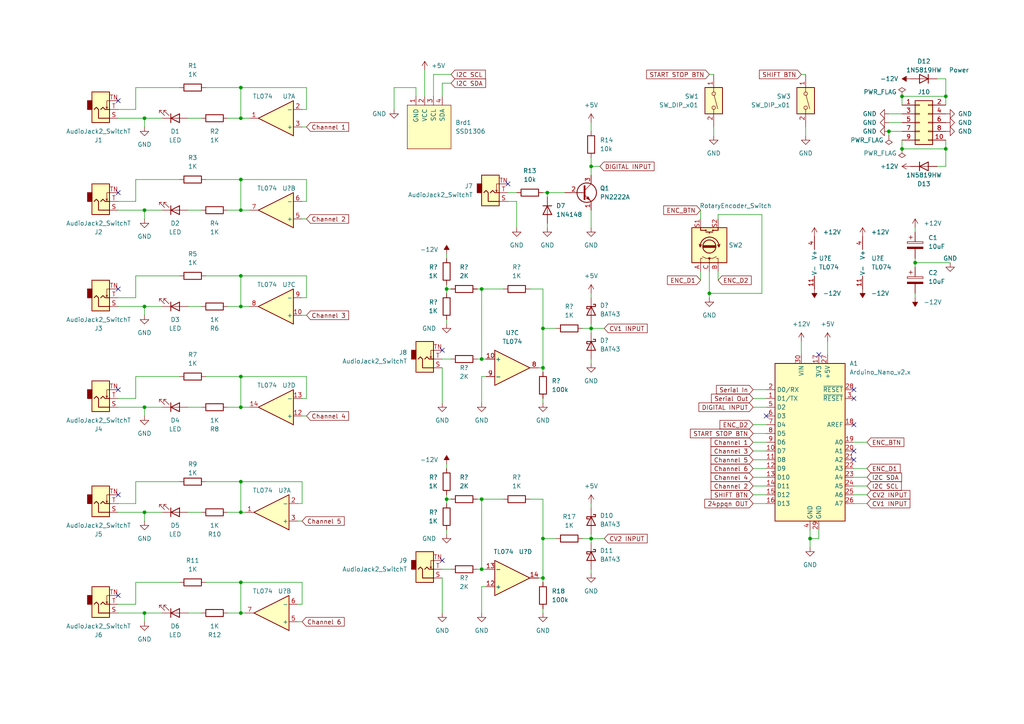
<source format=kicad_sch>
(kicad_sch (version 20211123) (generator eeschema)

  (uuid 939d1fca-3f2c-4183-926a-9b89a029d9a7)

  (paper "A4")

  (title_block
    (title "GToE prototype 2")
    (rev "1")
  )

  

  (junction (at 69.85 168.91) (diameter 0) (color 0 0 0 0)
    (uuid 01bbb586-ef8d-4ddf-8c80-74340115f8c2)
  )
  (junction (at 171.45 48.26) (diameter 0) (color 0 0 0 0)
    (uuid 0fe7b52a-5ab0-49af-9df5-605727fd9629)
  )
  (junction (at 69.85 118.11) (diameter 0) (color 0 0 0 0)
    (uuid 101156d0-eebd-439b-8afc-52eb06cf293a)
  )
  (junction (at 69.85 52.07) (diameter 0) (color 0 0 0 0)
    (uuid 1adea9cc-1a6f-43d0-a0c7-f15f9d142402)
  )
  (junction (at 129.54 83.82) (diameter 0) (color 0 0 0 0)
    (uuid 22c58f75-2687-45d4-8414-deb9707bd9da)
  )
  (junction (at 171.45 95.25) (diameter 0) (color 0 0 0 0)
    (uuid 2bc6b1d0-2469-4638-9ac9-49d5077dce76)
  )
  (junction (at 69.85 109.22) (diameter 0) (color 0 0 0 0)
    (uuid 2d704435-2b61-45b7-b201-2bf6d837c7d3)
  )
  (junction (at 41.91 34.29) (diameter 0) (color 0 0 0 0)
    (uuid 2f1a07b6-ad76-4a06-853c-dab3ee2850f6)
  )
  (junction (at 158.75 55.88) (diameter 0) (color 0 0 0 0)
    (uuid 3ec454cb-d195-43e0-940e-5dcf3cd11230)
  )
  (junction (at 41.91 148.59) (diameter 0) (color 0 0 0 0)
    (uuid 4c3b6af8-76f0-45ef-8c3f-9df4284c0206)
  )
  (junction (at 139.7 83.82) (diameter 0) (color 0 0 0 0)
    (uuid 5050a7d2-d79d-4650-9698-3a3eaa107bd3)
  )
  (junction (at 139.7 165.1) (diameter 0) (color 0 0 0 0)
    (uuid 632c0432-f462-4d39-9e38-472537c1ed8f)
  )
  (junction (at 41.91 118.11) (diameter 0) (color 0 0 0 0)
    (uuid 6f8c3b1c-3a38-4d86-9bc2-ad6939358a54)
  )
  (junction (at 69.85 80.01) (diameter 0) (color 0 0 0 0)
    (uuid 7247c85d-9109-4f74-a5f8-073a13ad9b00)
  )
  (junction (at 41.91 177.8) (diameter 0) (color 0 0 0 0)
    (uuid 7831fb5e-123a-46df-a455-7a9508dbe5ab)
  )
  (junction (at 69.85 139.7) (diameter 0) (color 0 0 0 0)
    (uuid 7ce994f6-9837-42f6-8f0e-a33b87846a85)
  )
  (junction (at 257.81 38.1) (diameter 0) (color 0 0 0 0)
    (uuid 80a0f295-48e1-4569-8d26-3102546e0255)
  )
  (junction (at 274.32 27.94) (diameter 0) (color 0 0 0 0)
    (uuid 80b03588-aa23-476a-9d12-a060ede2aafe)
  )
  (junction (at 157.48 156.21) (diameter 0) (color 0 0 0 0)
    (uuid 96376b7d-bca8-46e4-b506-7a6dde7ac45f)
  )
  (junction (at 69.85 25.4) (diameter 0) (color 0 0 0 0)
    (uuid 9e2c980a-19bd-4dcd-85f5-d80d62e3f8cf)
  )
  (junction (at 69.85 88.9) (diameter 0) (color 0 0 0 0)
    (uuid a385c005-d830-4ddd-a9be-1496bd2a2074)
  )
  (junction (at 41.91 60.96) (diameter 0) (color 0 0 0 0)
    (uuid a5a39816-f1ee-4ab9-8314-e277f66dbe27)
  )
  (junction (at 234.95 156.21) (diameter 0) (color 0 0 0 0)
    (uuid ace1d0a5-8f41-47b3-84a2-d13fc43afe5d)
  )
  (junction (at 261.62 27.94) (diameter 0) (color 0 0 0 0)
    (uuid b919c27a-f637-48d6-8184-7ceb19a616c3)
  )
  (junction (at 69.85 148.59) (diameter 0) (color 0 0 0 0)
    (uuid bc4bd21e-a7e0-479f-99b3-5f3fc29ecbdb)
  )
  (junction (at 157.48 167.64) (diameter 0) (color 0 0 0 0)
    (uuid bc6ea4a4-3869-4034-89b5-28ca4e8fec5c)
  )
  (junction (at 274.32 43.18) (diameter 0) (color 0 0 0 0)
    (uuid bdb4e82f-deca-4494-9511-3af4e2c5e381)
  )
  (junction (at 157.48 106.68) (diameter 0) (color 0 0 0 0)
    (uuid c363cd2f-fcd5-4993-acab-0d550fb9266c)
  )
  (junction (at 261.62 43.18) (diameter 0) (color 0 0 0 0)
    (uuid d3b1a6e1-ba88-4969-a859-28bf08cd9cc9)
  )
  (junction (at 139.7 104.14) (diameter 0) (color 0 0 0 0)
    (uuid d952c10c-d38f-4a9c-8cfd-26c7c3966b3c)
  )
  (junction (at 41.91 88.9) (diameter 0) (color 0 0 0 0)
    (uuid dca585e3-e89d-40ba-8154-042e0bc6a9a6)
  )
  (junction (at 265.43 76.2) (diameter 0) (color 0 0 0 0)
    (uuid e8605e95-0637-41f0-a19c-e385856bb70d)
  )
  (junction (at 69.85 34.29) (diameter 0) (color 0 0 0 0)
    (uuid ebc09c41-0da4-49f2-b73b-9164d7c17c9c)
  )
  (junction (at 69.85 60.96) (diameter 0) (color 0 0 0 0)
    (uuid f25cb6ee-4a65-4b53-a241-095c6c83fe21)
  )
  (junction (at 171.45 156.21) (diameter 0) (color 0 0 0 0)
    (uuid f2a0cb2a-8c72-467c-9ca7-c53da25df665)
  )
  (junction (at 129.54 144.78) (diameter 0) (color 0 0 0 0)
    (uuid f66dcffe-3ac3-4178-b9d1-c73ccf5d9ffa)
  )
  (junction (at 139.7 144.78) (diameter 0) (color 0 0 0 0)
    (uuid fb17a5c1-fedb-4193-bcbb-16da4d05d5cc)
  )
  (junction (at 157.48 95.25) (diameter 0) (color 0 0 0 0)
    (uuid fb8d6092-f830-4dc3-b584-ab5d79f0ea96)
  )
  (junction (at 205.74 85.09) (diameter 0) (color 0 0 0 0)
    (uuid fd1e9dbf-7bbb-42f0-a50d-c2c89c626c2d)
  )
  (junction (at 69.85 177.8) (diameter 0) (color 0 0 0 0)
    (uuid fe57a6cf-999c-40ff-b385-f721b4c2cbc1)
  )

  (no_connect (at 34.29 113.03) (uuid 0d5627fb-5697-4efc-a260-d96ecb9f93c3))
  (no_connect (at 147.32 53.34) (uuid 2654b987-4591-469d-89c7-45b83f14b521))
  (no_connect (at 247.65 113.03) (uuid 27dea4c6-c043-451d-b6c6-fc3d416a6f51))
  (no_connect (at 34.29 172.72) (uuid 3b8ad362-c359-4165-91ec-aadffcf3d978))
  (no_connect (at 247.65 115.57) (uuid 4dea39fc-bb12-4db7-8438-3469730bc7e8))
  (no_connect (at 222.25 120.65) (uuid 5be04ac6-43c5-4261-953a-dd12f2531b6f))
  (no_connect (at 247.65 123.19) (uuid 609e719e-33ca-4634-b65e-d90f2c75c119))
  (no_connect (at 128.27 162.56) (uuid 668d8e58-4c94-4cd2-b4bb-55607d4898af))
  (no_connect (at 34.29 143.51) (uuid 7a2da178-df57-453c-8a4a-28fcdc2f3c50))
  (no_connect (at 34.29 83.82) (uuid 8484e074-dbbf-4a1a-831d-0024b24e16ee))
  (no_connect (at 247.65 133.35) (uuid 89eab1dc-771e-440a-a558-42d123c04925))
  (no_connect (at 34.29 55.88) (uuid 8c00c48a-3885-4e94-a56e-75fdd48c8ac2))
  (no_connect (at 237.49 102.87) (uuid bab23eb2-2de9-4101-8518-b1550e4ed0ff))
  (no_connect (at 247.65 130.81) (uuid bc5d432a-9a40-4a38-8a20-d7136d6a72cd))
  (no_connect (at 34.29 29.21) (uuid caea21cf-ff3a-459d-ae29-45e99bc93b79))
  (no_connect (at 128.27 101.6) (uuid ea9f4de5-a3b7-4d25-b9b8-2a6dc773c798))

  (wire (pts (xy 220.98 62.23) (xy 220.98 85.09))
    (stroke (width 0) (type default) (color 0 0 0 0))
    (uuid 00888669-526f-4afc-bbd6-43e3940c23c9)
  )
  (wire (pts (xy 125.73 21.59) (xy 125.73 27.94))
    (stroke (width 0) (type default) (color 0 0 0 0))
    (uuid 02f7a7c9-330b-4799-8e3c-3005ca5a2490)
  )
  (wire (pts (xy 87.63 86.36) (xy 88.9 86.36))
    (stroke (width 0) (type default) (color 0 0 0 0))
    (uuid 0414855a-7fc8-4b76-9a23-03cb9f71325f)
  )
  (wire (pts (xy 218.44 115.57) (xy 222.25 115.57))
    (stroke (width 0) (type default) (color 0 0 0 0))
    (uuid 04548b77-d823-4c1b-9c27-c6ce43c98aa3)
  )
  (wire (pts (xy 171.45 95.25) (xy 175.26 95.25))
    (stroke (width 0) (type default) (color 0 0 0 0))
    (uuid 0474e123-51ec-4ded-b2d1-f8b3b11f90fa)
  )
  (wire (pts (xy 129.54 92.71) (xy 129.54 93.98))
    (stroke (width 0) (type default) (color 0 0 0 0))
    (uuid 05908e82-2686-4b8b-96eb-72367ae552ec)
  )
  (wire (pts (xy 218.44 125.73) (xy 222.25 125.73))
    (stroke (width 0) (type default) (color 0 0 0 0))
    (uuid 05b9f1d0-5ff4-4d57-8802-0d2c4eb21316)
  )
  (wire (pts (xy 157.48 55.88) (xy 158.75 55.88))
    (stroke (width 0) (type default) (color 0 0 0 0))
    (uuid 068165ec-6c11-4c02-8e0b-ccfe566a7650)
  )
  (wire (pts (xy 129.54 82.55) (xy 129.54 83.82))
    (stroke (width 0) (type default) (color 0 0 0 0))
    (uuid 07cf20d2-b408-4913-bf66-61661f5b5ee9)
  )
  (wire (pts (xy 87.63 120.65) (xy 88.9 120.65))
    (stroke (width 0) (type default) (color 0 0 0 0))
    (uuid 0a1efef6-86e3-4954-8941-aa8bdd890447)
  )
  (wire (pts (xy 39.37 58.42) (xy 39.37 52.07))
    (stroke (width 0) (type default) (color 0 0 0 0))
    (uuid 0a2211b4-91f5-4459-8d97-5e8e188af34c)
  )
  (wire (pts (xy 168.91 95.25) (xy 171.45 95.25))
    (stroke (width 0) (type default) (color 0 0 0 0))
    (uuid 0c6c48a7-f5e7-4246-be4a-5ae075d1e5f2)
  )
  (wire (pts (xy 218.44 113.03) (xy 222.25 113.03))
    (stroke (width 0) (type default) (color 0 0 0 0))
    (uuid 0e1ac309-c3ad-4ab1-a03b-2dd118f6d87a)
  )
  (wire (pts (xy 139.7 116.84) (xy 139.7 109.22))
    (stroke (width 0) (type default) (color 0 0 0 0))
    (uuid 0e335c02-4440-4e0c-bba7-0f3547115429)
  )
  (wire (pts (xy 171.45 48.26) (xy 171.45 50.8))
    (stroke (width 0) (type default) (color 0 0 0 0))
    (uuid 0e6c4c43-1c36-439e-a778-2631ebda15e9)
  )
  (wire (pts (xy 54.61 148.59) (xy 58.42 148.59))
    (stroke (width 0) (type default) (color 0 0 0 0))
    (uuid 0ea24428-0de9-41d4-b673-d16d645ec740)
  )
  (wire (pts (xy 138.43 104.14) (xy 139.7 104.14))
    (stroke (width 0) (type default) (color 0 0 0 0))
    (uuid 0f552fd2-c8f5-43d1-ac9c-5323dd4ca813)
  )
  (wire (pts (xy 147.32 55.88) (xy 149.86 55.88))
    (stroke (width 0) (type default) (color 0 0 0 0))
    (uuid 0fde4400-cc90-4e37-aff0-a829c3566030)
  )
  (wire (pts (xy 265.43 74.93) (xy 265.43 76.2))
    (stroke (width 0) (type default) (color 0 0 0 0))
    (uuid 10048850-4277-4da4-9149-45e2a0417c49)
  )
  (wire (pts (xy 171.45 156.21) (xy 171.45 157.48))
    (stroke (width 0) (type default) (color 0 0 0 0))
    (uuid 10722ce5-f8a5-4eca-b191-f5ea1254bb30)
  )
  (wire (pts (xy 208.28 62.23) (xy 220.98 62.23))
    (stroke (width 0) (type default) (color 0 0 0 0))
    (uuid 12553f91-cba2-4ab1-b10c-9a2c101efbcb)
  )
  (wire (pts (xy 34.29 34.29) (xy 41.91 34.29))
    (stroke (width 0) (type default) (color 0 0 0 0))
    (uuid 1696b3ef-3157-4d71-9b48-209593675872)
  )
  (wire (pts (xy 234.95 156.21) (xy 237.49 156.21))
    (stroke (width 0) (type default) (color 0 0 0 0))
    (uuid 16c74f4f-26d2-4480-a255-55053d75fe30)
  )
  (wire (pts (xy 41.91 34.29) (xy 46.99 34.29))
    (stroke (width 0) (type default) (color 0 0 0 0))
    (uuid 18993a8a-ca5d-407f-848b-defb203a9189)
  )
  (wire (pts (xy 171.45 60.96) (xy 171.45 66.04))
    (stroke (width 0) (type default) (color 0 0 0 0))
    (uuid 18ae432e-29c1-4f82-b5de-08351e122d6b)
  )
  (wire (pts (xy 87.63 91.44) (xy 88.9 91.44))
    (stroke (width 0) (type default) (color 0 0 0 0))
    (uuid 1a217cd9-1cfb-46fe-ad88-bd404e7a2fa3)
  )
  (wire (pts (xy 34.29 88.9) (xy 41.91 88.9))
    (stroke (width 0) (type default) (color 0 0 0 0))
    (uuid 1ab20642-1f70-4b02-85c3-d07b70dfa09f)
  )
  (wire (pts (xy 161.29 156.21) (xy 157.48 156.21))
    (stroke (width 0) (type default) (color 0 0 0 0))
    (uuid 1b09d72d-a60a-404a-8eff-af5928779ca3)
  )
  (wire (pts (xy 274.32 48.26) (xy 274.32 43.18))
    (stroke (width 0) (type default) (color 0 0 0 0))
    (uuid 1f9896e6-b5ae-4280-b574-867cc1543442)
  )
  (wire (pts (xy 139.7 165.1) (xy 139.7 144.78))
    (stroke (width 0) (type default) (color 0 0 0 0))
    (uuid 205da6b2-1813-4796-b45c-e0b2a284989d)
  )
  (wire (pts (xy 88.9 115.57) (xy 88.9 109.22))
    (stroke (width 0) (type default) (color 0 0 0 0))
    (uuid 22b67607-fd33-40bf-9953-aaeb2cc3bff3)
  )
  (wire (pts (xy 69.85 52.07) (xy 69.85 60.96))
    (stroke (width 0) (type default) (color 0 0 0 0))
    (uuid 22ec07c6-1814-4bcc-81fe-8b2a319721d4)
  )
  (wire (pts (xy 203.2 63.5) (xy 203.2 60.96))
    (stroke (width 0) (type default) (color 0 0 0 0))
    (uuid 23cdf0c9-4c44-4333-ad84-40cf9337ba38)
  )
  (wire (pts (xy 39.37 146.05) (xy 39.37 139.7))
    (stroke (width 0) (type default) (color 0 0 0 0))
    (uuid 2450b13d-1b2c-42e2-9f3c-022c8d283799)
  )
  (wire (pts (xy 120.65 25.4) (xy 120.65 27.94))
    (stroke (width 0) (type default) (color 0 0 0 0))
    (uuid 24898c03-0432-4355-9022-1dd4a494db3b)
  )
  (wire (pts (xy 39.37 175.26) (xy 39.37 168.91))
    (stroke (width 0) (type default) (color 0 0 0 0))
    (uuid 24a77f75-c600-45cb-bf5f-afea87ea647c)
  )
  (wire (pts (xy 130.81 21.59) (xy 125.73 21.59))
    (stroke (width 0) (type default) (color 0 0 0 0))
    (uuid 2687bf03-ffc2-4d48-aa6f-1aef93caa657)
  )
  (wire (pts (xy 71.12 177.8) (xy 69.85 177.8))
    (stroke (width 0) (type default) (color 0 0 0 0))
    (uuid 26ff1a67-a83a-4d99-afa5-130b8ae5b97c)
  )
  (wire (pts (xy 54.61 118.11) (xy 58.42 118.11))
    (stroke (width 0) (type default) (color 0 0 0 0))
    (uuid 275de223-e55c-4595-954a-6b567572e319)
  )
  (wire (pts (xy 140.97 104.14) (xy 139.7 104.14))
    (stroke (width 0) (type default) (color 0 0 0 0))
    (uuid 27ca98ff-35fc-4948-b143-05180fa53c01)
  )
  (wire (pts (xy 39.37 168.91) (xy 52.07 168.91))
    (stroke (width 0) (type default) (color 0 0 0 0))
    (uuid 282549b8-debb-4192-8eb7-5e1fc199c3b2)
  )
  (wire (pts (xy 203.2 81.28) (xy 203.2 78.74))
    (stroke (width 0) (type default) (color 0 0 0 0))
    (uuid 292448f2-9878-48b7-bdaa-bba1bdc524e1)
  )
  (wire (pts (xy 86.36 146.05) (xy 87.63 146.05))
    (stroke (width 0) (type default) (color 0 0 0 0))
    (uuid 299489f1-66f6-4331-afc1-f2ede915f05e)
  )
  (wire (pts (xy 265.43 76.2) (xy 265.43 77.47))
    (stroke (width 0) (type default) (color 0 0 0 0))
    (uuid 2bf77205-7bd4-4b19-92a5-403df8997ca4)
  )
  (wire (pts (xy 41.91 60.96) (xy 41.91 63.5))
    (stroke (width 0) (type default) (color 0 0 0 0))
    (uuid 2d2c567f-990e-43de-a45e-07dcf3d574df)
  )
  (wire (pts (xy 139.7 83.82) (xy 146.05 83.82))
    (stroke (width 0) (type default) (color 0 0 0 0))
    (uuid 2ff19d70-4b19-49dc-b8cf-81bde4dda135)
  )
  (wire (pts (xy 39.37 31.75) (xy 39.37 25.4))
    (stroke (width 0) (type default) (color 0 0 0 0))
    (uuid 325ad235-d39c-4894-9060-669ec65da8cf)
  )
  (wire (pts (xy 171.45 35.56) (xy 171.45 38.1))
    (stroke (width 0) (type default) (color 0 0 0 0))
    (uuid 335e260c-544e-4446-b9b4-df9e8330f67c)
  )
  (wire (pts (xy 240.03 99.06) (xy 240.03 102.87))
    (stroke (width 0) (type default) (color 0 0 0 0))
    (uuid 335feb20-1fb8-4c80-a47e-65aa81fbef83)
  )
  (wire (pts (xy 69.85 139.7) (xy 87.63 139.7))
    (stroke (width 0) (type default) (color 0 0 0 0))
    (uuid 33d6f89f-8648-43ab-8211-808a5c2a1de9)
  )
  (wire (pts (xy 34.29 146.05) (xy 39.37 146.05))
    (stroke (width 0) (type default) (color 0 0 0 0))
    (uuid 349d1b17-3ca5-4310-8603-bfcac15d9779)
  )
  (wire (pts (xy 34.29 177.8) (xy 41.91 177.8))
    (stroke (width 0) (type default) (color 0 0 0 0))
    (uuid 35a4bcdd-c017-440b-9dad-75ec8aa47970)
  )
  (wire (pts (xy 59.69 25.4) (xy 69.85 25.4))
    (stroke (width 0) (type default) (color 0 0 0 0))
    (uuid 379f1c28-4a76-4353-90b3-8c03b9cc7732)
  )
  (wire (pts (xy 157.48 167.64) (xy 157.48 168.91))
    (stroke (width 0) (type default) (color 0 0 0 0))
    (uuid 3831ac79-8d94-4dd8-8a77-e06d9c3ebe68)
  )
  (wire (pts (xy 207.01 21.59) (xy 205.74 21.59))
    (stroke (width 0) (type default) (color 0 0 0 0))
    (uuid 38f018c4-6a5e-41fd-be32-9f1782112fb1)
  )
  (wire (pts (xy 218.44 133.35) (xy 222.25 133.35))
    (stroke (width 0) (type default) (color 0 0 0 0))
    (uuid 3b47171b-f036-4181-ba5d-a340d487b50b)
  )
  (wire (pts (xy 54.61 34.29) (xy 58.42 34.29))
    (stroke (width 0) (type default) (color 0 0 0 0))
    (uuid 3d377ce1-a2c5-4d14-9f02-94478caf1282)
  )
  (wire (pts (xy 129.54 153.67) (xy 129.54 154.94))
    (stroke (width 0) (type default) (color 0 0 0 0))
    (uuid 3d581774-c782-49e3-8ff5-8629f3331e40)
  )
  (wire (pts (xy 171.45 95.25) (xy 171.45 96.52))
    (stroke (width 0) (type default) (color 0 0 0 0))
    (uuid 407c813e-0cbe-4b8e-ac44-12779c0b3575)
  )
  (wire (pts (xy 218.44 128.27) (xy 222.25 128.27))
    (stroke (width 0) (type default) (color 0 0 0 0))
    (uuid 41374e30-21cc-4f4c-8141-c6b6b0d1e04c)
  )
  (wire (pts (xy 157.48 156.21) (xy 157.48 167.64))
    (stroke (width 0) (type default) (color 0 0 0 0))
    (uuid 41592a34-b5e0-498e-b3d9-5e683e74e400)
  )
  (wire (pts (xy 265.43 66.04) (xy 265.43 67.31))
    (stroke (width 0) (type default) (color 0 0 0 0))
    (uuid 4311a415-97b2-43f6-a81d-718e51e1b859)
  )
  (wire (pts (xy 208.28 63.5) (xy 208.28 62.23))
    (stroke (width 0) (type default) (color 0 0 0 0))
    (uuid 46b304df-4180-4984-9e5d-83e10dcadff4)
  )
  (wire (pts (xy 69.85 60.96) (xy 72.39 60.96))
    (stroke (width 0) (type default) (color 0 0 0 0))
    (uuid 47cec10b-0c77-4132-9949-34d671f04738)
  )
  (wire (pts (xy 171.45 154.94) (xy 171.45 156.21))
    (stroke (width 0) (type default) (color 0 0 0 0))
    (uuid 47e72c91-7c9f-4a84-84d0-c6e4a5768ed8)
  )
  (wire (pts (xy 233.68 39.37) (xy 233.68 36.83))
    (stroke (width 0) (type default) (color 0 0 0 0))
    (uuid 4818a8d1-75bc-44f4-b9ed-2be325375416)
  )
  (wire (pts (xy 86.36 151.13) (xy 87.63 151.13))
    (stroke (width 0) (type default) (color 0 0 0 0))
    (uuid 4bd0f77f-57b9-449a-8716-fb7abb0e4aea)
  )
  (wire (pts (xy 41.91 60.96) (xy 46.99 60.96))
    (stroke (width 0) (type default) (color 0 0 0 0))
    (uuid 4c0b437f-8a01-477d-a6f9-7ec7ce2dc466)
  )
  (wire (pts (xy 39.37 80.01) (xy 52.07 80.01))
    (stroke (width 0) (type default) (color 0 0 0 0))
    (uuid 4d557d7f-7719-4f80-94ac-5531db91c5c7)
  )
  (wire (pts (xy 237.49 153.67) (xy 237.49 156.21))
    (stroke (width 0) (type default) (color 0 0 0 0))
    (uuid 4d5adbc3-357f-4a75-9468-e5a15ab291e3)
  )
  (wire (pts (xy 88.9 86.36) (xy 88.9 80.01))
    (stroke (width 0) (type default) (color 0 0 0 0))
    (uuid 4e0a158e-f62e-4ad0-b943-3eaefad92067)
  )
  (wire (pts (xy 129.54 144.78) (xy 130.81 144.78))
    (stroke (width 0) (type default) (color 0 0 0 0))
    (uuid 4ff5acf6-377b-444c-98d2-40f59761a77b)
  )
  (wire (pts (xy 54.61 60.96) (xy 58.42 60.96))
    (stroke (width 0) (type default) (color 0 0 0 0))
    (uuid 50855149-12eb-4a2e-a48d-3bc78970e17d)
  )
  (wire (pts (xy 157.48 83.82) (xy 157.48 95.25))
    (stroke (width 0) (type default) (color 0 0 0 0))
    (uuid 53b4c60d-2b4f-4777-a933-65b136bdf325)
  )
  (wire (pts (xy 218.44 138.43) (xy 222.25 138.43))
    (stroke (width 0) (type default) (color 0 0 0 0))
    (uuid 53ba1ac2-8ba6-4d72-9b59-ebcbc12d18f4)
  )
  (wire (pts (xy 88.9 80.01) (xy 69.85 80.01))
    (stroke (width 0) (type default) (color 0 0 0 0))
    (uuid 55051037-8b31-44b9-8e01-8ae5d0b6424d)
  )
  (wire (pts (xy 139.7 104.14) (xy 139.7 83.82))
    (stroke (width 0) (type default) (color 0 0 0 0))
    (uuid 558ac02a-7b84-4267-9b83-614b7cd36c1b)
  )
  (wire (pts (xy 34.29 58.42) (xy 39.37 58.42))
    (stroke (width 0) (type default) (color 0 0 0 0))
    (uuid 559ecdd5-7157-4b6e-8365-c80a48a2639c)
  )
  (wire (pts (xy 34.29 86.36) (xy 39.37 86.36))
    (stroke (width 0) (type default) (color 0 0 0 0))
    (uuid 55c0478d-8080-4c1d-8604-65a2d25999fa)
  )
  (wire (pts (xy 171.45 146.05) (xy 171.45 147.32))
    (stroke (width 0) (type default) (color 0 0 0 0))
    (uuid 55f39ab8-c72e-42c1-a690-a397d34d1bc8)
  )
  (wire (pts (xy 123.19 20.32) (xy 123.19 27.94))
    (stroke (width 0) (type default) (color 0 0 0 0))
    (uuid 578b6235-424f-4ef7-a13a-2eb828fdff70)
  )
  (wire (pts (xy 139.7 109.22) (xy 140.97 109.22))
    (stroke (width 0) (type default) (color 0 0 0 0))
    (uuid 58b404b2-1bea-4a84-b383-c58f84363de1)
  )
  (wire (pts (xy 139.7 177.8) (xy 139.7 170.18))
    (stroke (width 0) (type default) (color 0 0 0 0))
    (uuid 5ab48ed1-8098-4d76-a901-6a395d2605ca)
  )
  (wire (pts (xy 274.32 22.86) (xy 274.32 27.94))
    (stroke (width 0) (type default) (color 0 0 0 0))
    (uuid 5c09703f-6c76-495d-9a58-e2ebc9242342)
  )
  (wire (pts (xy 39.37 109.22) (xy 52.07 109.22))
    (stroke (width 0) (type default) (color 0 0 0 0))
    (uuid 5c400b46-2fcf-4458-9699-ae37dd26bccb)
  )
  (wire (pts (xy 69.85 109.22) (xy 69.85 118.11))
    (stroke (width 0) (type default) (color 0 0 0 0))
    (uuid 5cd6e5fe-4b18-46d6-a3d1-e3ffde24589e)
  )
  (wire (pts (xy 274.32 40.64) (xy 274.32 43.18))
    (stroke (width 0) (type default) (color 0 0 0 0))
    (uuid 5d5ced92-faf8-444e-981f-4e4ff49b98e7)
  )
  (wire (pts (xy 41.91 34.29) (xy 41.91 36.83))
    (stroke (width 0) (type default) (color 0 0 0 0))
    (uuid 5d93f799-90b6-4c25-98c8-cc4dbc3b1bc0)
  )
  (wire (pts (xy 88.9 58.42) (xy 88.9 52.07))
    (stroke (width 0) (type default) (color 0 0 0 0))
    (uuid 5ec7b1d8-8446-4919-a38c-76210caa1873)
  )
  (wire (pts (xy 171.45 165.1) (xy 171.45 166.37))
    (stroke (width 0) (type default) (color 0 0 0 0))
    (uuid 5f035f85-8c2e-4853-b183-6abac5e2be10)
  )
  (wire (pts (xy 158.75 64.77) (xy 158.75 66.04))
    (stroke (width 0) (type default) (color 0 0 0 0))
    (uuid 629a7aa1-4019-458a-8b5d-0abf66ce0257)
  )
  (wire (pts (xy 34.29 148.59) (xy 41.91 148.59))
    (stroke (width 0) (type default) (color 0 0 0 0))
    (uuid 65958d22-4303-48dd-9fde-306753b42789)
  )
  (wire (pts (xy 87.63 115.57) (xy 88.9 115.57))
    (stroke (width 0) (type default) (color 0 0 0 0))
    (uuid 65bc2d22-8df0-4cea-8782-8f18769f3410)
  )
  (wire (pts (xy 41.91 118.11) (xy 41.91 120.65))
    (stroke (width 0) (type default) (color 0 0 0 0))
    (uuid 662ccf0e-d1d5-4050-8293-3daf044ab08c)
  )
  (wire (pts (xy 257.81 38.1) (xy 261.62 38.1))
    (stroke (width 0) (type default) (color 0 0 0 0))
    (uuid 686830dd-5bd4-421c-97b1-cd04ec112e6f)
  )
  (wire (pts (xy 71.12 148.59) (xy 69.85 148.59))
    (stroke (width 0) (type default) (color 0 0 0 0))
    (uuid 689c3f28-4ef9-402a-ba8a-d262ac795d0f)
  )
  (wire (pts (xy 87.63 31.75) (xy 88.9 31.75))
    (stroke (width 0) (type default) (color 0 0 0 0))
    (uuid 6d67e749-640f-4db9-a197-7031ba61a86d)
  )
  (wire (pts (xy 69.85 25.4) (xy 88.9 25.4))
    (stroke (width 0) (type default) (color 0 0 0 0))
    (uuid 6ef03535-d0d2-4117-ba8a-13b15d291146)
  )
  (wire (pts (xy 171.45 104.14) (xy 171.45 105.41))
    (stroke (width 0) (type default) (color 0 0 0 0))
    (uuid 71706118-8259-4088-8337-0e81760ee06c)
  )
  (wire (pts (xy 41.91 177.8) (xy 46.99 177.8))
    (stroke (width 0) (type default) (color 0 0 0 0))
    (uuid 72a11c15-bc2e-4e4e-b064-0530d656a4f2)
  )
  (wire (pts (xy 128.27 24.13) (xy 128.27 27.94))
    (stroke (width 0) (type default) (color 0 0 0 0))
    (uuid 72d28e7a-0912-41d1-8bf0-5186c787f495)
  )
  (wire (pts (xy 218.44 135.89) (xy 222.25 135.89))
    (stroke (width 0) (type default) (color 0 0 0 0))
    (uuid 73e12313-b101-48b6-8494-4e929b937ba9)
  )
  (wire (pts (xy 34.29 115.57) (xy 39.37 115.57))
    (stroke (width 0) (type default) (color 0 0 0 0))
    (uuid 7454f9be-a252-4e64-8cb6-659f28a46b4e)
  )
  (wire (pts (xy 168.91 156.21) (xy 171.45 156.21))
    (stroke (width 0) (type default) (color 0 0 0 0))
    (uuid 746457c5-4533-496b-b839-879422eb2f82)
  )
  (wire (pts (xy 218.44 123.19) (xy 222.25 123.19))
    (stroke (width 0) (type default) (color 0 0 0 0))
    (uuid 78087d34-36cd-40f9-8df6-88f39a8e923c)
  )
  (wire (pts (xy 87.63 175.26) (xy 87.63 168.91))
    (stroke (width 0) (type default) (color 0 0 0 0))
    (uuid 78e786de-043d-4f36-a95b-827ecfd3a860)
  )
  (wire (pts (xy 129.54 143.51) (xy 129.54 144.78))
    (stroke (width 0) (type default) (color 0 0 0 0))
    (uuid 7b7cd383-27a1-4f22-862e-a86b4752eddf)
  )
  (wire (pts (xy 149.86 58.42) (xy 149.86 66.04))
    (stroke (width 0) (type default) (color 0 0 0 0))
    (uuid 7bd72df4-68a1-4663-8001-035714ea1d46)
  )
  (wire (pts (xy 247.65 135.89) (xy 251.46 135.89))
    (stroke (width 0) (type default) (color 0 0 0 0))
    (uuid 7dd53853-47b4-4ad4-b60a-12406caceae9)
  )
  (wire (pts (xy 34.29 31.75) (xy 39.37 31.75))
    (stroke (width 0) (type default) (color 0 0 0 0))
    (uuid 7f1a47e9-e606-4559-b3a6-98d8056eafbb)
  )
  (wire (pts (xy 69.85 52.07) (xy 88.9 52.07))
    (stroke (width 0) (type default) (color 0 0 0 0))
    (uuid 8087cf9e-a59e-49ee-959e-1547ad310f68)
  )
  (wire (pts (xy 205.74 78.74) (xy 205.74 85.09))
    (stroke (width 0) (type default) (color 0 0 0 0))
    (uuid 8209c98c-ad4a-4de7-8d4d-31929f244f93)
  )
  (wire (pts (xy 218.44 140.97) (xy 222.25 140.97))
    (stroke (width 0) (type default) (color 0 0 0 0))
    (uuid 82aa347f-f6de-4a6e-9a8d-2159085eb3e7)
  )
  (wire (pts (xy 114.3 31.75) (xy 114.3 25.4))
    (stroke (width 0) (type default) (color 0 0 0 0))
    (uuid 84628db2-78f4-455d-935c-669b74635348)
  )
  (wire (pts (xy 69.85 118.11) (xy 66.04 118.11))
    (stroke (width 0) (type default) (color 0 0 0 0))
    (uuid 84cd1643-db67-46fc-bdb3-0f8472565395)
  )
  (wire (pts (xy 171.45 85.09) (xy 171.45 86.36))
    (stroke (width 0) (type default) (color 0 0 0 0))
    (uuid 8600ca9e-3e0e-4ac1-b79a-3f329f5b8fb0)
  )
  (wire (pts (xy 171.45 48.26) (xy 173.99 48.26))
    (stroke (width 0) (type default) (color 0 0 0 0))
    (uuid 8a527247-4e86-49ac-96b2-0b9ba94da524)
  )
  (wire (pts (xy 66.04 60.96) (xy 69.85 60.96))
    (stroke (width 0) (type default) (color 0 0 0 0))
    (uuid 8bd5fd7f-cf6e-425c-b9d6-3c826368fb4d)
  )
  (wire (pts (xy 87.63 58.42) (xy 88.9 58.42))
    (stroke (width 0) (type default) (color 0 0 0 0))
    (uuid 8f98c614-1836-44c5-950e-a28323bf6d35)
  )
  (wire (pts (xy 41.91 148.59) (xy 41.91 151.13))
    (stroke (width 0) (type default) (color 0 0 0 0))
    (uuid 9411389b-89e4-4fd9-b197-1fd897880c74)
  )
  (wire (pts (xy 158.75 55.88) (xy 158.75 57.15))
    (stroke (width 0) (type default) (color 0 0 0 0))
    (uuid 97d4dc22-cea2-4f31-ab47-48954521c9ea)
  )
  (wire (pts (xy 207.01 39.37) (xy 207.01 36.83))
    (stroke (width 0) (type default) (color 0 0 0 0))
    (uuid 982c0a71-fbd6-4ace-8adb-04279f3ab267)
  )
  (wire (pts (xy 139.7 144.78) (xy 146.05 144.78))
    (stroke (width 0) (type default) (color 0 0 0 0))
    (uuid 982ce134-df47-46d1-9ff4-e7060aec1796)
  )
  (wire (pts (xy 157.48 115.57) (xy 157.48 116.84))
    (stroke (width 0) (type default) (color 0 0 0 0))
    (uuid 9970be30-f8e6-4cba-ad85-76ec3cdf8563)
  )
  (wire (pts (xy 247.65 140.97) (xy 251.46 140.97))
    (stroke (width 0) (type default) (color 0 0 0 0))
    (uuid 998fda77-4469-4506-86ca-bb382e8ee04b)
  )
  (wire (pts (xy 129.54 73.66) (xy 129.54 74.93))
    (stroke (width 0) (type default) (color 0 0 0 0))
    (uuid 99ec423d-ad05-4a59-ad9b-11528093e0fe)
  )
  (wire (pts (xy 41.91 148.59) (xy 46.99 148.59))
    (stroke (width 0) (type default) (color 0 0 0 0))
    (uuid 9b42f2d5-ac7c-41cd-8133-c33ded91e5a9)
  )
  (wire (pts (xy 161.29 95.25) (xy 157.48 95.25))
    (stroke (width 0) (type default) (color 0 0 0 0))
    (uuid 9b6c32b2-8df5-4c63-b89e-375aa1e6ba2d)
  )
  (wire (pts (xy 153.67 144.78) (xy 157.48 144.78))
    (stroke (width 0) (type default) (color 0 0 0 0))
    (uuid 9c675f64-2dbc-4dea-b071-9f70bd95e8fe)
  )
  (wire (pts (xy 69.85 109.22) (xy 88.9 109.22))
    (stroke (width 0) (type default) (color 0 0 0 0))
    (uuid 9e5805ba-ef35-49a1-8625-91fc1a2d8c02)
  )
  (wire (pts (xy 128.27 104.14) (xy 130.81 104.14))
    (stroke (width 0) (type default) (color 0 0 0 0))
    (uuid 9f8537bb-fdeb-46f3-8081-2d2fd183cd0f)
  )
  (wire (pts (xy 157.48 95.25) (xy 157.48 106.68))
    (stroke (width 0) (type default) (color 0 0 0 0))
    (uuid 9f9e6b45-227b-4d18-9fd2-95a15bc87fce)
  )
  (wire (pts (xy 261.62 30.48) (xy 261.62 27.94))
    (stroke (width 0) (type default) (color 0 0 0 0))
    (uuid a32d7af7-caa5-4fcd-b940-60312a23b93a)
  )
  (wire (pts (xy 271.78 48.26) (xy 274.32 48.26))
    (stroke (width 0) (type default) (color 0 0 0 0))
    (uuid a3ae5fe0-aa32-4413-85be-83d64b712b8c)
  )
  (wire (pts (xy 147.32 58.42) (xy 149.86 58.42))
    (stroke (width 0) (type default) (color 0 0 0 0))
    (uuid a419472a-c519-42af-a7a7-8d55731ad33e)
  )
  (wire (pts (xy 138.43 83.82) (xy 139.7 83.82))
    (stroke (width 0) (type default) (color 0 0 0 0))
    (uuid a420f93e-ac52-408c-b153-a4b88a0bc0d4)
  )
  (wire (pts (xy 218.44 118.11) (xy 222.25 118.11))
    (stroke (width 0) (type default) (color 0 0 0 0))
    (uuid a437b42a-de25-44ea-bd82-78ea4050bd94)
  )
  (wire (pts (xy 233.68 21.59) (xy 232.41 21.59))
    (stroke (width 0) (type default) (color 0 0 0 0))
    (uuid a49154d7-98cd-42dc-b035-8363e6ed42ef)
  )
  (wire (pts (xy 208.28 81.28) (xy 208.28 78.74))
    (stroke (width 0) (type default) (color 0 0 0 0))
    (uuid a4f3d41a-af65-423d-b75c-3a4dfb401018)
  )
  (wire (pts (xy 86.36 175.26) (xy 87.63 175.26))
    (stroke (width 0) (type default) (color 0 0 0 0))
    (uuid a5249d8d-621d-4707-8c20-72474edd30f0)
  )
  (wire (pts (xy 69.85 168.91) (xy 87.63 168.91))
    (stroke (width 0) (type default) (color 0 0 0 0))
    (uuid a570fd45-915c-413d-8511-67112ddbfb1b)
  )
  (wire (pts (xy 39.37 25.4) (xy 52.07 25.4))
    (stroke (width 0) (type default) (color 0 0 0 0))
    (uuid a60d0abd-cac5-40ce-8146-e36e1abaeddf)
  )
  (wire (pts (xy 128.27 165.1) (xy 130.81 165.1))
    (stroke (width 0) (type default) (color 0 0 0 0))
    (uuid a6821adb-6787-40f0-882c-45474cd6d035)
  )
  (wire (pts (xy 39.37 115.57) (xy 39.37 109.22))
    (stroke (width 0) (type default) (color 0 0 0 0))
    (uuid a6f31cf3-8dc0-4e1e-a3a6-c76df8c6e2cb)
  )
  (wire (pts (xy 34.29 60.96) (xy 41.91 60.96))
    (stroke (width 0) (type default) (color 0 0 0 0))
    (uuid a80042cf-f0d4-4045-bfe4-04f7525272ec)
  )
  (wire (pts (xy 129.54 83.82) (xy 130.81 83.82))
    (stroke (width 0) (type default) (color 0 0 0 0))
    (uuid a81eb3b7-7774-45cc-93f8-cfced54ef4ab)
  )
  (wire (pts (xy 69.85 148.59) (xy 66.04 148.59))
    (stroke (width 0) (type default) (color 0 0 0 0))
    (uuid a8514681-196b-44d0-b279-cbd6f9496f12)
  )
  (wire (pts (xy 205.74 86.36) (xy 205.74 85.09))
    (stroke (width 0) (type default) (color 0 0 0 0))
    (uuid a88aa39c-ab01-48f4-b52c-72379da3c07b)
  )
  (wire (pts (xy 54.61 88.9) (xy 58.42 88.9))
    (stroke (width 0) (type default) (color 0 0 0 0))
    (uuid ab21b72a-c65b-436b-a024-420f0e1bd5fb)
  )
  (wire (pts (xy 205.74 85.09) (xy 220.98 85.09))
    (stroke (width 0) (type default) (color 0 0 0 0))
    (uuid ab393c6b-5fda-4897-ae5b-77fc0d49af67)
  )
  (wire (pts (xy 41.91 88.9) (xy 46.99 88.9))
    (stroke (width 0) (type default) (color 0 0 0 0))
    (uuid ac927798-764a-470d-8e32-ab188c3be9d9)
  )
  (wire (pts (xy 158.75 55.88) (xy 163.83 55.88))
    (stroke (width 0) (type default) (color 0 0 0 0))
    (uuid acb04d4a-6e28-4197-b96d-cca961b9a352)
  )
  (wire (pts (xy 261.62 40.64) (xy 261.62 43.18))
    (stroke (width 0) (type default) (color 0 0 0 0))
    (uuid ad83ea93-a261-44af-9ce9-44f34c926f1f)
  )
  (wire (pts (xy 139.7 170.18) (xy 140.97 170.18))
    (stroke (width 0) (type default) (color 0 0 0 0))
    (uuid b073963f-a9d4-4190-ae2a-d0ecaa7d1999)
  )
  (wire (pts (xy 69.85 34.29) (xy 66.04 34.29))
    (stroke (width 0) (type default) (color 0 0 0 0))
    (uuid b3ffacae-4877-4f3c-b330-37753bcfeef2)
  )
  (wire (pts (xy 257.81 38.1) (xy 257.81 39.37))
    (stroke (width 0) (type default) (color 0 0 0 0))
    (uuid b45d2437-4231-4393-9853-61e2810e8eef)
  )
  (wire (pts (xy 59.69 52.07) (xy 69.85 52.07))
    (stroke (width 0) (type default) (color 0 0 0 0))
    (uuid b55c7749-7442-4e0e-81bc-0a478cb0ac8a)
  )
  (wire (pts (xy 41.91 118.11) (xy 46.99 118.11))
    (stroke (width 0) (type default) (color 0 0 0 0))
    (uuid b7ba5590-bcbc-4d3a-bb2b-67ef3ff01bf9)
  )
  (wire (pts (xy 69.85 118.11) (xy 72.39 118.11))
    (stroke (width 0) (type default) (color 0 0 0 0))
    (uuid b8dded32-6acb-45a8-80fa-f6b8cea2c48b)
  )
  (wire (pts (xy 171.45 45.72) (xy 171.45 48.26))
    (stroke (width 0) (type default) (color 0 0 0 0))
    (uuid b913c3b8-7e72-4c0b-bda2-34fe7b55ab25)
  )
  (wire (pts (xy 247.65 138.43) (xy 251.46 138.43))
    (stroke (width 0) (type default) (color 0 0 0 0))
    (uuid baf9089a-117f-477e-b388-59d85cc068a1)
  )
  (wire (pts (xy 69.85 25.4) (xy 69.85 34.29))
    (stroke (width 0) (type default) (color 0 0 0 0))
    (uuid bd0ecbaa-0107-4713-afad-9631d70470c9)
  )
  (wire (pts (xy 257.81 35.56) (xy 261.62 35.56))
    (stroke (width 0) (type default) (color 0 0 0 0))
    (uuid be717b8a-a24e-4b1a-8c07-d2cb4a8b44a0)
  )
  (wire (pts (xy 59.69 139.7) (xy 69.85 139.7))
    (stroke (width 0) (type default) (color 0 0 0 0))
    (uuid be91969f-27d0-4896-bda7-89479ff2c6f0)
  )
  (wire (pts (xy 261.62 27.94) (xy 274.32 27.94))
    (stroke (width 0) (type default) (color 0 0 0 0))
    (uuid bfd39b38-25cc-4208-85be-c343c956d624)
  )
  (wire (pts (xy 153.67 83.82) (xy 157.48 83.82))
    (stroke (width 0) (type default) (color 0 0 0 0))
    (uuid c01ff7a7-bb77-4321-99e7-c122cd5dea2f)
  )
  (wire (pts (xy 218.44 130.81) (xy 222.25 130.81))
    (stroke (width 0) (type default) (color 0 0 0 0))
    (uuid c08d6292-e81e-41b3-9397-f43cc682b053)
  )
  (wire (pts (xy 41.91 177.8) (xy 41.91 180.34))
    (stroke (width 0) (type default) (color 0 0 0 0))
    (uuid c1344527-bf12-418e-bb93-1ab1cbcbc765)
  )
  (wire (pts (xy 69.85 80.01) (xy 69.85 88.9))
    (stroke (width 0) (type default) (color 0 0 0 0))
    (uuid c3958be8-3003-4b81-a0e5-084b481ac3e8)
  )
  (wire (pts (xy 234.95 153.67) (xy 234.95 156.21))
    (stroke (width 0) (type default) (color 0 0 0 0))
    (uuid c50581b5-4447-4088-bf17-173a09e402d5)
  )
  (wire (pts (xy 69.85 88.9) (xy 66.04 88.9))
    (stroke (width 0) (type default) (color 0 0 0 0))
    (uuid c6adff6e-82e1-42de-a1d3-c2320961301b)
  )
  (wire (pts (xy 157.48 106.68) (xy 157.48 107.95))
    (stroke (width 0) (type default) (color 0 0 0 0))
    (uuid c6d345a6-3fca-47f4-961e-3ca69a025daf)
  )
  (wire (pts (xy 157.48 106.68) (xy 156.21 106.68))
    (stroke (width 0) (type default) (color 0 0 0 0))
    (uuid c920c343-951f-4ac3-9be9-a3a36dfd24b1)
  )
  (wire (pts (xy 218.44 146.05) (xy 222.25 146.05))
    (stroke (width 0) (type default) (color 0 0 0 0))
    (uuid cc2095ec-6507-4958-ae8c-cbf7e6aa18eb)
  )
  (wire (pts (xy 140.97 165.1) (xy 139.7 165.1))
    (stroke (width 0) (type default) (color 0 0 0 0))
    (uuid cc49fe84-67c2-453f-8992-afcb5a23a061)
  )
  (wire (pts (xy 41.91 88.9) (xy 41.91 91.44))
    (stroke (width 0) (type default) (color 0 0 0 0))
    (uuid cd7749a7-ea7a-4254-8d13-3fc0af54ac1a)
  )
  (wire (pts (xy 129.54 144.78) (xy 129.54 146.05))
    (stroke (width 0) (type default) (color 0 0 0 0))
    (uuid cdd05d7d-c898-46c3-bb2c-3267a0a18d27)
  )
  (wire (pts (xy 86.36 180.34) (xy 87.63 180.34))
    (stroke (width 0) (type default) (color 0 0 0 0))
    (uuid cf4c9546-b3a4-43ce-992a-dc594c25fb0e)
  )
  (wire (pts (xy 138.43 165.1) (xy 139.7 165.1))
    (stroke (width 0) (type default) (color 0 0 0 0))
    (uuid d0f348b7-a7a5-4cb3-b9f1-72c15c41a42d)
  )
  (wire (pts (xy 54.61 177.8) (xy 58.42 177.8))
    (stroke (width 0) (type default) (color 0 0 0 0))
    (uuid d2ed7317-658a-4865-bf5f-b2b3135a861d)
  )
  (wire (pts (xy 72.39 88.9) (xy 69.85 88.9))
    (stroke (width 0) (type default) (color 0 0 0 0))
    (uuid d44c48a5-2105-4bfd-adaa-5b931b35bd6a)
  )
  (wire (pts (xy 69.85 34.29) (xy 72.39 34.29))
    (stroke (width 0) (type default) (color 0 0 0 0))
    (uuid d590aade-8d1f-48d4-8e93-dd4b98257a59)
  )
  (wire (pts (xy 88.9 36.83) (xy 87.63 36.83))
    (stroke (width 0) (type default) (color 0 0 0 0))
    (uuid d768d49f-3551-47f2-8ccb-15aa2acc25b9)
  )
  (wire (pts (xy 171.45 156.21) (xy 175.26 156.21))
    (stroke (width 0) (type default) (color 0 0 0 0))
    (uuid d7a22843-b5aa-4dcb-9f83-e0b93ec1d932)
  )
  (wire (pts (xy 39.37 52.07) (xy 52.07 52.07))
    (stroke (width 0) (type default) (color 0 0 0 0))
    (uuid d80078b3-94d9-48bf-85f9-0552f3304675)
  )
  (wire (pts (xy 114.3 25.4) (xy 120.65 25.4))
    (stroke (width 0) (type default) (color 0 0 0 0))
    (uuid d8c2b0e0-464d-4f8a-a354-013c2fcd2746)
  )
  (wire (pts (xy 232.41 99.06) (xy 232.41 102.87))
    (stroke (width 0) (type default) (color 0 0 0 0))
    (uuid d9290646-90b7-4fbd-83fc-19591b512599)
  )
  (wire (pts (xy 261.62 43.18) (xy 274.32 43.18))
    (stroke (width 0) (type default) (color 0 0 0 0))
    (uuid da781abc-ee6e-4d62-971b-a28621e7f9c0)
  )
  (wire (pts (xy 34.29 118.11) (xy 41.91 118.11))
    (stroke (width 0) (type default) (color 0 0 0 0))
    (uuid dc0c3e8e-4506-4ec8-9e3d-629192ad61d8)
  )
  (wire (pts (xy 247.65 143.51) (xy 251.46 143.51))
    (stroke (width 0) (type default) (color 0 0 0 0))
    (uuid de7fdbfa-a282-4f9d-a244-075c3a0e9b98)
  )
  (wire (pts (xy 157.48 176.53) (xy 157.48 177.8))
    (stroke (width 0) (type default) (color 0 0 0 0))
    (uuid deabd171-5c4c-4708-bc45-05bb6dc3a3bb)
  )
  (wire (pts (xy 59.69 109.22) (xy 69.85 109.22))
    (stroke (width 0) (type default) (color 0 0 0 0))
    (uuid df7516ee-ff61-4db9-89ba-5c412ec89d3d)
  )
  (wire (pts (xy 247.65 128.27) (xy 251.46 128.27))
    (stroke (width 0) (type default) (color 0 0 0 0))
    (uuid e10d78c8-bc65-4a97-b811-fa8e485f78af)
  )
  (wire (pts (xy 129.54 83.82) (xy 129.54 85.09))
    (stroke (width 0) (type default) (color 0 0 0 0))
    (uuid e35e015b-80fd-44c7-a890-86c071747cc8)
  )
  (wire (pts (xy 247.65 146.05) (xy 251.46 146.05))
    (stroke (width 0) (type default) (color 0 0 0 0))
    (uuid e501891d-8877-41ec-9061-b1ed5f555caf)
  )
  (wire (pts (xy 34.29 175.26) (xy 39.37 175.26))
    (stroke (width 0) (type default) (color 0 0 0 0))
    (uuid e5137e87-aafe-4a66-8e8a-00ecf77e5822)
  )
  (wire (pts (xy 271.78 22.86) (xy 274.32 22.86))
    (stroke (width 0) (type default) (color 0 0 0 0))
    (uuid e5cc527c-7c22-4bc4-9478-79f22af81342)
  )
  (wire (pts (xy 138.43 144.78) (xy 139.7 144.78))
    (stroke (width 0) (type default) (color 0 0 0 0))
    (uuid e5e60fc7-6638-4add-93cb-09ace23d2122)
  )
  (wire (pts (xy 69.85 139.7) (xy 69.85 148.59))
    (stroke (width 0) (type default) (color 0 0 0 0))
    (uuid e64ef4a2-9524-4343-aff1-00c177a81ec0)
  )
  (wire (pts (xy 265.43 85.09) (xy 265.43 86.36))
    (stroke (width 0) (type default) (color 0 0 0 0))
    (uuid e6e66dc7-1aee-4cac-811d-1595812a31eb)
  )
  (wire (pts (xy 87.63 63.5) (xy 88.9 63.5))
    (stroke (width 0) (type default) (color 0 0 0 0))
    (uuid e86556e1-a9d5-41b5-a5a2-7ff9e084c1f9)
  )
  (wire (pts (xy 88.9 31.75) (xy 88.9 25.4))
    (stroke (width 0) (type default) (color 0 0 0 0))
    (uuid e904f6ec-a5c8-4543-b6fd-3f6e319ee11f)
  )
  (wire (pts (xy 275.59 76.2) (xy 265.43 76.2))
    (stroke (width 0) (type default) (color 0 0 0 0))
    (uuid ea5e64c5-de9e-426a-8163-477b4ab6c3af)
  )
  (wire (pts (xy 157.48 167.64) (xy 156.21 167.64))
    (stroke (width 0) (type default) (color 0 0 0 0))
    (uuid ea9ca3eb-2d14-4cf3-8d1c-c793cd4e17f7)
  )
  (wire (pts (xy 59.69 168.91) (xy 69.85 168.91))
    (stroke (width 0) (type default) (color 0 0 0 0))
    (uuid eccdcaa1-196e-4da9-93df-22871ab227e4)
  )
  (wire (pts (xy 257.81 33.02) (xy 261.62 33.02))
    (stroke (width 0) (type default) (color 0 0 0 0))
    (uuid edbfec5f-792f-4d72-a9b3-c785ca15edc6)
  )
  (wire (pts (xy 129.54 134.62) (xy 129.54 135.89))
    (stroke (width 0) (type default) (color 0 0 0 0))
    (uuid eed2bba8-1c02-44d3-910b-c2423949b5cb)
  )
  (wire (pts (xy 157.48 144.78) (xy 157.48 156.21))
    (stroke (width 0) (type default) (color 0 0 0 0))
    (uuid f064ce51-9a77-4561-a215-4e3521ac7af3)
  )
  (wire (pts (xy 130.81 24.13) (xy 128.27 24.13))
    (stroke (width 0) (type default) (color 0 0 0 0))
    (uuid f3cfd946-5506-454f-be6b-f33cc891d633)
  )
  (wire (pts (xy 87.63 146.05) (xy 87.63 139.7))
    (stroke (width 0) (type default) (color 0 0 0 0))
    (uuid f4e61a2c-c030-4ac1-9706-982cd511d7df)
  )
  (wire (pts (xy 234.95 156.21) (xy 234.95 158.75))
    (stroke (width 0) (type default) (color 0 0 0 0))
    (uuid f5e8264b-9b68-4427-8c75-2842df767dac)
  )
  (wire (pts (xy 128.27 106.68) (xy 128.27 116.84))
    (stroke (width 0) (type default) (color 0 0 0 0))
    (uuid f646147a-1dd8-4241-85cb-c6f64e58f344)
  )
  (wire (pts (xy 69.85 168.91) (xy 69.85 177.8))
    (stroke (width 0) (type default) (color 0 0 0 0))
    (uuid f8481e02-da91-4968-a9ed-6f01e186219f)
  )
  (wire (pts (xy 39.37 139.7) (xy 52.07 139.7))
    (stroke (width 0) (type default) (color 0 0 0 0))
    (uuid f864f0c5-c0d1-4877-a6f4-44d2ed9246f9)
  )
  (wire (pts (xy 218.44 143.51) (xy 222.25 143.51))
    (stroke (width 0) (type default) (color 0 0 0 0))
    (uuid f9e900c1-7c4f-48c1-995b-aa77f74963af)
  )
  (wire (pts (xy 128.27 167.64) (xy 128.27 177.8))
    (stroke (width 0) (type default) (color 0 0 0 0))
    (uuid fa59d2e2-3f00-4fa2-a8b3-57c15075ed6d)
  )
  (wire (pts (xy 59.69 80.01) (xy 69.85 80.01))
    (stroke (width 0) (type default) (color 0 0 0 0))
    (uuid fa68e183-14f0-4d54-a1bc-75cd122e6200)
  )
  (wire (pts (xy 39.37 86.36) (xy 39.37 80.01))
    (stroke (width 0) (type default) (color 0 0 0 0))
    (uuid fb2252ba-bbcf-47f2-ac5e-ea286245dbb4)
  )
  (wire (pts (xy 171.45 93.98) (xy 171.45 95.25))
    (stroke (width 0) (type default) (color 0 0 0 0))
    (uuid fcf91db0-dd96-4e9f-a291-88d275b5e723)
  )
  (wire (pts (xy 274.32 27.94) (xy 274.32 30.48))
    (stroke (width 0) (type default) (color 0 0 0 0))
    (uuid fed0662f-321b-4469-b503-9027372b80ec)
  )
  (wire (pts (xy 69.85 177.8) (xy 66.04 177.8))
    (stroke (width 0) (type default) (color 0 0 0 0))
    (uuid ffb029d0-1e8f-4995-834b-e49d98738e3f)
  )

  (global_label "START STOP BTN" (shape input) (at 205.74 21.59 180) (fields_autoplaced)
    (effects (font (size 1.27 1.27)) (justify right))
    (uuid 08502c49-a9e0-4374-8676-59a1d6002e4a)
    (property "Intersheet References" "${INTERSHEET_REFS}" (id 0) (at 187.5426 21.5106 0)
      (effects (font (size 1.27 1.27)) (justify right) hide)
    )
  )
  (global_label "CV2 INPUT" (shape input) (at 251.46 143.51 0) (fields_autoplaced)
    (effects (font (size 1.27 1.27)) (justify left))
    (uuid 0f4105ff-19b1-4fc5-8164-b0461096926d)
    (property "Intersheet References" "${INTERSHEET_REFS}" (id 0) (at 263.9121 143.4306 0)
      (effects (font (size 1.27 1.27)) (justify left) hide)
    )
  )
  (global_label "Channel 5" (shape input) (at 218.44 133.35 180) (fields_autoplaced)
    (effects (font (size 1.27 1.27)) (justify right))
    (uuid 16ef7a41-e299-44d8-93af-ef8631727ac5)
    (property "Intersheet References" "${INTERSHEET_REFS}" (id 0) (at 206.2298 133.2706 0)
      (effects (font (size 1.27 1.27)) (justify right) hide)
    )
  )
  (global_label "Channel 1" (shape input) (at 218.44 128.27 180) (fields_autoplaced)
    (effects (font (size 1.27 1.27)) (justify right))
    (uuid 1b3be18b-05f2-43da-8bc8-11dfafd3bd42)
    (property "Intersheet References" "${INTERSHEET_REFS}" (id 0) (at 206.2298 128.3494 0)
      (effects (font (size 1.27 1.27)) (justify right) hide)
    )
  )
  (global_label "Channel 4" (shape input) (at 218.44 138.43 180) (fields_autoplaced)
    (effects (font (size 1.27 1.27)) (justify right))
    (uuid 1dcf1e91-4789-4465-a501-45f3d715fc38)
    (property "Intersheet References" "${INTERSHEET_REFS}" (id 0) (at 206.2298 138.3506 0)
      (effects (font (size 1.27 1.27)) (justify right) hide)
    )
  )
  (global_label "ENC_BTN" (shape input) (at 251.46 128.27 0) (fields_autoplaced)
    (effects (font (size 1.27 1.27)) (justify left))
    (uuid 1e2d858b-fa79-4a1e-a4b0-d58ee9543d64)
    (property "Intersheet References" "${INTERSHEET_REFS}" (id 0) (at 262.1583 128.1906 0)
      (effects (font (size 1.27 1.27)) (justify left) hide)
    )
  )
  (global_label "START STOP BTN" (shape input) (at 218.44 125.73 180) (fields_autoplaced)
    (effects (font (size 1.27 1.27)) (justify right))
    (uuid 296bfe79-fc97-45ca-aa06-74f69106e732)
    (property "Intersheet References" "${INTERSHEET_REFS}" (id 0) (at 200.2426 125.6506 0)
      (effects (font (size 1.27 1.27)) (justify right) hide)
    )
  )
  (global_label "Channel 5" (shape input) (at 87.63 151.13 0) (fields_autoplaced)
    (effects (font (size 1.27 1.27)) (justify left))
    (uuid 2bff8a0c-66d5-48e5-bd4a-d9f0495e1d92)
    (property "Intersheet References" "${INTERSHEET_REFS}" (id 0) (at 99.8402 151.0506 0)
      (effects (font (size 1.27 1.27)) (justify left) hide)
    )
  )
  (global_label "ENC_D2" (shape input) (at 208.28 81.28 0) (fields_autoplaced)
    (effects (font (size 1.27 1.27)) (justify left))
    (uuid 2f4a47d1-8652-4e94-9cce-2712cd5b6b84)
    (property "Intersheet References" "${INTERSHEET_REFS}" (id 0) (at 217.8898 81.3594 0)
      (effects (font (size 1.27 1.27)) (justify left) hide)
    )
  )
  (global_label "SHIFT BTN" (shape input) (at 232.41 21.59 180) (fields_autoplaced)
    (effects (font (size 1.27 1.27)) (justify right))
    (uuid 3c3b3145-f2b7-4dd3-98a3-57539d177323)
    (property "Intersheet References" "${INTERSHEET_REFS}" (id 0) (at 220.2602 21.5106 0)
      (effects (font (size 1.27 1.27)) (justify right) hide)
    )
  )
  (global_label "Channel 3" (shape input) (at 218.44 130.81 180) (fields_autoplaced)
    (effects (font (size 1.27 1.27)) (justify right))
    (uuid 4e903d60-441d-4d69-847d-4692830423fd)
    (property "Intersheet References" "${INTERSHEET_REFS}" (id 0) (at 206.2298 130.7306 0)
      (effects (font (size 1.27 1.27)) (justify right) hide)
    )
  )
  (global_label "CV1 INPUT" (shape input) (at 175.26 95.25 0) (fields_autoplaced)
    (effects (font (size 1.27 1.27)) (justify left))
    (uuid 61261848-bd0f-4119-b927-ef05deaddfba)
    (property "Intersheet References" "${INTERSHEET_REFS}" (id 0) (at 187.7121 95.1706 0)
      (effects (font (size 1.27 1.27)) (justify left) hide)
    )
  )
  (global_label "Channel 3" (shape input) (at 88.9 91.44 0) (fields_autoplaced)
    (effects (font (size 1.27 1.27)) (justify left))
    (uuid 670c3855-952e-4842-960b-356694f6af0a)
    (property "Intersheet References" "${INTERSHEET_REFS}" (id 0) (at 101.1102 91.3606 0)
      (effects (font (size 1.27 1.27)) (justify left) hide)
    )
  )
  (global_label "SHIFT BTN" (shape input) (at 218.44 143.51 180) (fields_autoplaced)
    (effects (font (size 1.27 1.27)) (justify right))
    (uuid 6b72106b-fde8-465c-8654-fcd5b7a3a93a)
    (property "Intersheet References" "${INTERSHEET_REFS}" (id 0) (at 206.2902 143.4306 0)
      (effects (font (size 1.27 1.27)) (justify right) hide)
    )
  )
  (global_label "ENC_BTN" (shape input) (at 203.2 60.96 180) (fields_autoplaced)
    (effects (font (size 1.27 1.27)) (justify right))
    (uuid 6e22e70c-1d82-40e1-b637-028b907c8ec0)
    (property "Intersheet References" "${INTERSHEET_REFS}" (id 0) (at 192.5017 61.0394 0)
      (effects (font (size 1.27 1.27)) (justify right) hide)
    )
  )
  (global_label "DIGITAL INPUT" (shape input) (at 218.44 118.11 180) (fields_autoplaced)
    (effects (font (size 1.27 1.27)) (justify right))
    (uuid 955ee3f4-5775-4b5b-8f02-05d4cd211b31)
    (property "Intersheet References" "${INTERSHEET_REFS}" (id 0) (at 202.7221 118.0306 0)
      (effects (font (size 1.27 1.27)) (justify right) hide)
    )
  )
  (global_label "I2C SDA" (shape input) (at 251.46 138.43 0) (fields_autoplaced)
    (effects (font (size 1.27 1.27)) (justify left))
    (uuid 99f7ab83-6cf7-4fec-b141-49c2020d8285)
    (property "Intersheet References" "${INTERSHEET_REFS}" (id 0) (at 261.4931 138.3506 0)
      (effects (font (size 1.27 1.27)) (justify left) hide)
    )
  )
  (global_label "Serial Out" (shape input) (at 218.44 115.57 180) (fields_autoplaced)
    (effects (font (size 1.27 1.27)) (justify right))
    (uuid 9ff881b5-f2e0-4fdd-bf90-64bb70f422e5)
    (property "Intersheet References" "${INTERSHEET_REFS}" (id 0) (at 206.3507 115.4906 0)
      (effects (font (size 1.27 1.27)) (justify right) hide)
    )
  )
  (global_label "Channel 6" (shape input) (at 87.63 180.34 0) (fields_autoplaced)
    (effects (font (size 1.27 1.27)) (justify left))
    (uuid a519ba4c-05a6-4fe9-a717-010abc58ab4a)
    (property "Intersheet References" "${INTERSHEET_REFS}" (id 0) (at 99.8402 180.2606 0)
      (effects (font (size 1.27 1.27)) (justify left) hide)
    )
  )
  (global_label "Channel 1" (shape input) (at 88.9 36.83 0) (fields_autoplaced)
    (effects (font (size 1.27 1.27)) (justify left))
    (uuid a5f7acf2-be98-454e-8311-66406ea5ef47)
    (property "Intersheet References" "${INTERSHEET_REFS}" (id 0) (at 101.1102 36.9094 0)
      (effects (font (size 1.27 1.27)) (justify left) hide)
    )
  )
  (global_label "DIGITAL INPUT" (shape input) (at 173.99 48.26 0) (fields_autoplaced)
    (effects (font (size 1.27 1.27)) (justify left))
    (uuid a83c7113-f848-459b-bdbb-0fea1c809240)
    (property "Intersheet References" "${INTERSHEET_REFS}" (id 0) (at 189.7079 48.1806 0)
      (effects (font (size 1.27 1.27)) (justify left) hide)
    )
  )
  (global_label "ENC_D2" (shape input) (at 218.44 123.19 180) (fields_autoplaced)
    (effects (font (size 1.27 1.27)) (justify right))
    (uuid b43e5a49-34ec-4361-ab63-eac6426d11da)
    (property "Intersheet References" "${INTERSHEET_REFS}" (id 0) (at 208.8302 123.1106 0)
      (effects (font (size 1.27 1.27)) (justify right) hide)
    )
  )
  (global_label "Serial In" (shape input) (at 218.44 113.03 180) (fields_autoplaced)
    (effects (font (size 1.27 1.27)) (justify right))
    (uuid c62d43e5-1143-4f01-bf7e-e8217a05be5f)
    (property "Intersheet References" "${INTERSHEET_REFS}" (id 0) (at 207.8021 112.9506 0)
      (effects (font (size 1.27 1.27)) (justify right) hide)
    )
  )
  (global_label "ENC_D1" (shape input) (at 203.2 81.28 180) (fields_autoplaced)
    (effects (font (size 1.27 1.27)) (justify right))
    (uuid c95863d9-bcd1-4397-a92d-4172c205ad70)
    (property "Intersheet References" "${INTERSHEET_REFS}" (id 0) (at 193.5902 81.2006 0)
      (effects (font (size 1.27 1.27)) (justify right) hide)
    )
  )
  (global_label "Channel 2" (shape input) (at 88.9 63.5 0) (fields_autoplaced)
    (effects (font (size 1.27 1.27)) (justify left))
    (uuid c97087c6-1d05-4217-8ab9-41c9aae2a9f5)
    (property "Intersheet References" "${INTERSHEET_REFS}" (id 0) (at 101.1102 63.4206 0)
      (effects (font (size 1.27 1.27)) (justify left) hide)
    )
  )
  (global_label "Channel 4" (shape input) (at 88.9 120.65 0) (fields_autoplaced)
    (effects (font (size 1.27 1.27)) (justify left))
    (uuid cad0cd36-a1ad-43c8-bd7e-a92f94c59d80)
    (property "Intersheet References" "${INTERSHEET_REFS}" (id 0) (at 101.1102 120.5706 0)
      (effects (font (size 1.27 1.27)) (justify left) hide)
    )
  )
  (global_label "ENC_D1" (shape input) (at 251.46 135.89 0) (fields_autoplaced)
    (effects (font (size 1.27 1.27)) (justify left))
    (uuid cc230acd-d729-4ee1-b7d2-43e0ca118e0c)
    (property "Intersheet References" "${INTERSHEET_REFS}" (id 0) (at 261.0698 135.9694 0)
      (effects (font (size 1.27 1.27)) (justify left) hide)
    )
  )
  (global_label "Channel 2" (shape input) (at 218.44 140.97 180) (fields_autoplaced)
    (effects (font (size 1.27 1.27)) (justify right))
    (uuid d2580a57-6d22-4e66-a2b2-fc50c2247e88)
    (property "Intersheet References" "${INTERSHEET_REFS}" (id 0) (at 206.2298 141.0494 0)
      (effects (font (size 1.27 1.27)) (justify right) hide)
    )
  )
  (global_label "I2C SCL" (shape input) (at 130.81 21.59 0) (fields_autoplaced)
    (effects (font (size 1.27 1.27)) (justify left))
    (uuid dcdc363f-2ef2-4d10-9454-938591e28501)
    (property "Intersheet References" "${INTERSHEET_REFS}" (id 0) (at 140.7826 21.5106 0)
      (effects (font (size 1.27 1.27)) (justify left) hide)
    )
  )
  (global_label "I2C SDA" (shape input) (at 130.81 24.13 0) (fields_autoplaced)
    (effects (font (size 1.27 1.27)) (justify left))
    (uuid e25bc814-1635-4f2a-9ce5-9421e47606a9)
    (property "Intersheet References" "${INTERSHEET_REFS}" (id 0) (at 140.8431 24.0506 0)
      (effects (font (size 1.27 1.27)) (justify left) hide)
    )
  )
  (global_label "CV2 INPUT" (shape input) (at 175.26 156.21 0) (fields_autoplaced)
    (effects (font (size 1.27 1.27)) (justify left))
    (uuid f27d5e1c-ed59-4e0a-a3b4-38d7de0271d1)
    (property "Intersheet References" "${INTERSHEET_REFS}" (id 0) (at 187.7121 156.1306 0)
      (effects (font (size 1.27 1.27)) (justify left) hide)
    )
  )
  (global_label "24ppqn OUT" (shape input) (at 218.44 146.05 180) (fields_autoplaced)
    (effects (font (size 1.27 1.27)) (justify right))
    (uuid f86254a4-9545-467b-a06a-25c288851abb)
    (property "Intersheet References" "${INTERSHEET_REFS}" (id 0) (at 204.4155 145.9706 0)
      (effects (font (size 1.27 1.27)) (justify right) hide)
    )
  )
  (global_label "I2C SCL" (shape input) (at 251.46 140.97 0) (fields_autoplaced)
    (effects (font (size 1.27 1.27)) (justify left))
    (uuid fb609f01-e397-494c-972d-98310b7239ab)
    (property "Intersheet References" "${INTERSHEET_REFS}" (id 0) (at 261.4326 140.8906 0)
      (effects (font (size 1.27 1.27)) (justify left) hide)
    )
  )
  (global_label "Channel 6" (shape input) (at 218.44 135.89 180) (fields_autoplaced)
    (effects (font (size 1.27 1.27)) (justify right))
    (uuid fdf191d3-54c4-415b-a89c-9cf894283150)
    (property "Intersheet References" "${INTERSHEET_REFS}" (id 0) (at 206.2298 135.8106 0)
      (effects (font (size 1.27 1.27)) (justify right) hide)
    )
  )
  (global_label "CV1 INPUT" (shape input) (at 251.46 146.05 0) (fields_autoplaced)
    (effects (font (size 1.27 1.27)) (justify left))
    (uuid ff0486a3-88c4-4c1d-954f-02b23b1d7bf5)
    (property "Intersheet References" "${INTERSHEET_REFS}" (id 0) (at 263.9121 145.9706 0)
      (effects (font (size 1.27 1.27)) (justify left) hide)
    )
  )

  (symbol (lib_id "power:GND") (at 171.45 66.04 0) (unit 1)
    (in_bom yes) (on_board yes) (fields_autoplaced)
    (uuid 01609d3f-dccb-4e46-a81f-4d5d483d5981)
    (property "Reference" "#PWR0133" (id 0) (at 171.45 72.39 0)
      (effects (font (size 1.27 1.27)) hide)
    )
    (property "Value" "GND" (id 1) (at 171.45 71.12 0))
    (property "Footprint" "" (id 2) (at 171.45 66.04 0)
      (effects (font (size 1.27 1.27)) hide)
    )
    (property "Datasheet" "" (id 3) (at 171.45 66.04 0)
      (effects (font (size 1.27 1.27)) hide)
    )
    (pin "1" (uuid bef493d7-9fe4-4ac1-a80c-cbf670a48529))
  )

  (symbol (lib_id "power:GND") (at 234.95 158.75 0) (unit 1)
    (in_bom yes) (on_board yes) (fields_autoplaced)
    (uuid 035b2ae3-d867-47c3-bf19-9eb9de2fbc56)
    (property "Reference" "#PWR0115" (id 0) (at 234.95 165.1 0)
      (effects (font (size 1.27 1.27)) hide)
    )
    (property "Value" "GND" (id 1) (at 234.95 163.83 0))
    (property "Footprint" "" (id 2) (at 234.95 158.75 0)
      (effects (font (size 1.27 1.27)) hide)
    )
    (property "Datasheet" "" (id 3) (at 234.95 158.75 0)
      (effects (font (size 1.27 1.27)) hide)
    )
    (pin "1" (uuid d1e725cd-7935-44c3-ab0a-51394d341c81))
  )

  (symbol (lib_id "Device:R") (at 134.62 83.82 270) (mirror x) (unit 1)
    (in_bom yes) (on_board yes) (fields_autoplaced)
    (uuid 048fb9c9-5de4-46c9-96e7-4c0b7d326615)
    (property "Reference" "R?" (id 0) (at 134.62 77.47 90))
    (property "Value" "2K" (id 1) (at 134.62 80.01 90))
    (property "Footprint" "Resistor_SMD:R_0805_2012Metric" (id 2) (at 134.62 85.598 90)
      (effects (font (size 1.27 1.27)) hide)
    )
    (property "Datasheet" "~" (id 3) (at 134.62 83.82 0)
      (effects (font (size 1.27 1.27)) hide)
    )
    (pin "1" (uuid 5b42133a-3f20-4148-bd09-260dc993adbe))
    (pin "2" (uuid 0da6424b-3c68-4646-83f2-127718d6ff10))
  )

  (symbol (lib_id "power:-12V") (at 250.19 83.82 180) (unit 1)
    (in_bom yes) (on_board yes)
    (uuid 053febef-9d43-4bc4-abe1-237b35a375a1)
    (property "Reference" "#PWR?" (id 0) (at 250.19 86.36 0)
      (effects (font (size 1.27 1.27)) hide)
    )
    (property "Value" "-12V" (id 1) (at 255.27 85.09 0))
    (property "Footprint" "" (id 2) (at 250.19 83.82 0)
      (effects (font (size 1.27 1.27)) hide)
    )
    (property "Datasheet" "" (id 3) (at 250.19 83.82 0)
      (effects (font (size 1.27 1.27)) hide)
    )
    (pin "1" (uuid e0e7399c-b5e8-43b9-b1d1-394aaeec849d))
  )

  (symbol (lib_id "Device:D_Schottky") (at 171.45 100.33 270) (unit 1)
    (in_bom yes) (on_board yes) (fields_autoplaced)
    (uuid 06ba2277-117c-422f-be85-12e96a4fffb7)
    (property "Reference" "D?" (id 0) (at 173.99 98.7424 90)
      (effects (font (size 1.27 1.27)) (justify left))
    )
    (property "Value" "BAT43" (id 1) (at 173.99 101.2824 90)
      (effects (font (size 1.27 1.27)) (justify left))
    )
    (property "Footprint" "Diode_SMD:D_SOD-123" (id 2) (at 171.45 100.33 0)
      (effects (font (size 1.27 1.27)) hide)
    )
    (property "Datasheet" "~" (id 3) (at 171.45 100.33 0)
      (effects (font (size 1.27 1.27)) hide)
    )
    (pin "1" (uuid 99e05788-4044-4edf-9100-20abdf041687))
    (pin "2" (uuid 63ac55cf-e949-4c8e-97a6-2bc73d9edb9b))
  )

  (symbol (lib_id "Amplifier_Operational:TL074") (at 78.74 148.59 180) (unit 1)
    (in_bom yes) (on_board yes)
    (uuid 06c1495e-fed8-4f99-b33f-915e32fd560b)
    (property "Reference" "U?" (id 0) (at 82.55 142.24 0))
    (property "Value" "TL074" (id 1) (at 76.2 142.24 0))
    (property "Footprint" "" (id 2) (at 80.01 151.13 0)
      (effects (font (size 1.27 1.27)) hide)
    )
    (property "Datasheet" "http://www.ti.com/lit/ds/symlink/tl071.pdf" (id 3) (at 77.47 153.67 0)
      (effects (font (size 1.27 1.27)) hide)
    )
    (pin "1" (uuid bd109fd4-c5cf-4a3a-9354-aa457d96628b))
    (pin "2" (uuid 44b6f1bb-fba9-49ad-8dd0-b966b3690efb))
    (pin "3" (uuid 30af9420-1a21-4caf-a5c4-3bfd9b3ad7f2))
    (pin "5" (uuid d504fa86-c7d1-4247-b969-5241cf8ef7c2))
    (pin "6" (uuid ea5a6421-4ad6-4ff0-95b0-e10175d62a72))
    (pin "7" (uuid 11e99262-25e1-4e87-9bda-19d610e839f2))
    (pin "10" (uuid c54b88a8-c901-418f-a926-9726b0c0a816))
    (pin "8" (uuid f74e3afc-80c2-44be-88b7-6092a775d5b7))
    (pin "9" (uuid dc918d9b-1f17-455a-a1cb-7141753244fc))
    (pin "12" (uuid 32fdee3a-d16a-4771-8971-21b5b211eaa2))
    (pin "13" (uuid dfc57c41-39f3-49be-ad16-60d3d2f3324e))
    (pin "14" (uuid 607265fb-ebda-46ae-9e05-aceda0159dda))
    (pin "11" (uuid 52477527-04c0-4566-9239-bcfd5c8fba5e))
    (pin "4" (uuid a45dcd45-9a80-40f0-975d-f51ba833d93a))
  )

  (symbol (lib_id "Connector:AudioJack2_SwitchT") (at 123.19 104.14 0) (mirror x) (unit 1)
    (in_bom yes) (on_board yes) (fields_autoplaced)
    (uuid 06e056d0-f4cb-49c3-92b3-56320e2ea025)
    (property "Reference" "J8" (id 0) (at 118.11 102.2349 0)
      (effects (font (size 1.27 1.27)) (justify right))
    )
    (property "Value" "AudioJack2_SwitchT" (id 1) (at 118.11 104.7749 0)
      (effects (font (size 1.27 1.27)) (justify right))
    )
    (property "Footprint" "gtoe:thonkiconn" (id 2) (at 123.19 104.14 0)
      (effects (font (size 1.27 1.27)) hide)
    )
    (property "Datasheet" "~" (id 3) (at 123.19 104.14 0)
      (effects (font (size 1.27 1.27)) hide)
    )
    (pin "S" (uuid 445c3153-30f9-4aa5-b2e8-c4bc8f053aa8))
    (pin "T" (uuid 3659ba2d-8b42-448c-bb42-ee7a66ae0bb0))
    (pin "TN" (uuid 1ad77f99-e19a-4be2-b03c-ac22281da41e))
  )

  (symbol (lib_id "Connector:AudioJack2_SwitchT") (at 29.21 31.75 0) (mirror x) (unit 1)
    (in_bom yes) (on_board yes) (fields_autoplaced)
    (uuid 070c4b9a-144a-46b4-9868-f12213eed226)
    (property "Reference" "J1" (id 0) (at 28.575 40.64 0))
    (property "Value" "AudioJack2_SwitchT" (id 1) (at 28.575 38.1 0))
    (property "Footprint" "gtoe:thonkiconn" (id 2) (at 29.21 31.75 0)
      (effects (font (size 1.27 1.27)) hide)
    )
    (property "Datasheet" "~" (id 3) (at 29.21 31.75 0)
      (effects (font (size 1.27 1.27)) hide)
    )
    (pin "S" (uuid cf5eeb89-89c8-408f-b835-790ab2fdf014))
    (pin "T" (uuid e9d8e077-6fe3-4306-8a62-7bdb525cea6b))
    (pin "TN" (uuid b29a8de0-4516-4f60-8cfe-52c9ea5cf956))
  )

  (symbol (lib_id "power:GND") (at 274.32 38.1 90) (unit 1)
    (in_bom yes) (on_board yes)
    (uuid 078c0c43-2074-4e17-8be8-0dc08453b9de)
    (property "Reference" "#PWR0121" (id 0) (at 280.67 38.1 0)
      (effects (font (size 1.27 1.27)) hide)
    )
    (property "Value" "GND" (id 1) (at 281.94 38.1 90)
      (effects (font (size 1.27 1.27)) (justify left))
    )
    (property "Footprint" "" (id 2) (at 274.32 38.1 0)
      (effects (font (size 1.27 1.27)) hide)
    )
    (property "Datasheet" "" (id 3) (at 274.32 38.1 0)
      (effects (font (size 1.27 1.27)) hide)
    )
    (pin "1" (uuid 49dd3cae-a9c6-47e4-a01d-4ad96f10fc57))
  )

  (symbol (lib_id "Device:R") (at 134.62 165.1 270) (mirror x) (unit 1)
    (in_bom yes) (on_board yes)
    (uuid 08226cb0-3def-45b6-bf71-305ee0ff8e86)
    (property "Reference" "R?" (id 0) (at 134.62 167.64 90))
    (property "Value" "2K" (id 1) (at 134.62 170.18 90))
    (property "Footprint" "Resistor_SMD:R_0805_2012Metric" (id 2) (at 134.62 166.878 90)
      (effects (font (size 1.27 1.27)) hide)
    )
    (property "Datasheet" "~" (id 3) (at 134.62 165.1 0)
      (effects (font (size 1.27 1.27)) hide)
    )
    (pin "1" (uuid 08d5bc5b-fefb-41e6-8d90-d8df9ef37606))
    (pin "2" (uuid 58ead1fe-e670-4f60-affa-59f61801aed2))
  )

  (symbol (lib_id "Device:LED") (at 50.8 88.9 0) (mirror x) (unit 1)
    (in_bom yes) (on_board yes)
    (uuid 0ef8035d-aa03-4916-b018-8338de8bee3c)
    (property "Reference" "D3" (id 0) (at 50.8 92.71 0))
    (property "Value" "LED" (id 1) (at 50.8 95.25 0))
    (property "Footprint" "gtoe:FlatTopLed" (id 2) (at 50.8 88.9 0)
      (effects (font (size 1.27 1.27)) hide)
    )
    (property "Datasheet" "~" (id 3) (at 50.8 88.9 0)
      (effects (font (size 1.27 1.27)) hide)
    )
    (pin "1" (uuid cad38931-d941-4eda-97b5-d5b7412cc401))
    (pin "2" (uuid c84aee84-b128-41ff-b4db-05d0ac4385ae))
  )

  (symbol (lib_id "power:PWR_FLAG") (at 261.62 43.18 180) (unit 1)
    (in_bom yes) (on_board yes)
    (uuid 115cbf13-6f24-470a-9942-577dda4c7193)
    (property "Reference" "#FLG0103" (id 0) (at 261.62 45.085 0)
      (effects (font (size 1.27 1.27)) hide)
    )
    (property "Value" "PWR_FLAG" (id 1) (at 255.27 44.45 0))
    (property "Footprint" "" (id 2) (at 261.62 43.18 0)
      (effects (font (size 1.27 1.27)) hide)
    )
    (property "Datasheet" "~" (id 3) (at 261.62 43.18 0)
      (effects (font (size 1.27 1.27)) hide)
    )
    (pin "1" (uuid 58f08b23-f729-4e26-9eb6-84084488a485))
  )

  (symbol (lib_id "power:GND") (at 129.54 93.98 0) (mirror y) (unit 1)
    (in_bom yes) (on_board yes)
    (uuid 16d32f6f-2ba1-4185-88bf-899dd7c873fd)
    (property "Reference" "#PWR?" (id 0) (at 129.54 100.33 0)
      (effects (font (size 1.27 1.27)) hide)
    )
    (property "Value" "GND" (id 1) (at 124.46 95.25 0))
    (property "Footprint" "" (id 2) (at 129.54 93.98 0)
      (effects (font (size 1.27 1.27)) hide)
    )
    (property "Datasheet" "" (id 3) (at 129.54 93.98 0)
      (effects (font (size 1.27 1.27)) hide)
    )
    (pin "1" (uuid d03a5072-4a08-4324-95f2-571a62766da6))
  )

  (symbol (lib_id "power:GND") (at 157.48 177.8 0) (mirror y) (unit 1)
    (in_bom yes) (on_board yes) (fields_autoplaced)
    (uuid 1bf1cbbf-ed78-42b4-b6a2-1b0f520ca107)
    (property "Reference" "#PWR0109" (id 0) (at 157.48 184.15 0)
      (effects (font (size 1.27 1.27)) hide)
    )
    (property "Value" "GND" (id 1) (at 157.48 182.88 0))
    (property "Footprint" "" (id 2) (at 157.48 177.8 0)
      (effects (font (size 1.27 1.27)) hide)
    )
    (property "Datasheet" "" (id 3) (at 157.48 177.8 0)
      (effects (font (size 1.27 1.27)) hide)
    )
    (pin "1" (uuid 835fff69-7dbf-41d3-be08-3ec9a3dd4f42))
  )

  (symbol (lib_id "power:+5V") (at 171.45 35.56 0) (unit 1)
    (in_bom yes) (on_board yes) (fields_autoplaced)
    (uuid 1c569410-c5ee-4e12-8704-315f48d7e4e7)
    (property "Reference" "#PWR0134" (id 0) (at 171.45 39.37 0)
      (effects (font (size 1.27 1.27)) hide)
    )
    (property "Value" "+5V" (id 1) (at 171.45 30.48 0))
    (property "Footprint" "" (id 2) (at 171.45 35.56 0)
      (effects (font (size 1.27 1.27)) hide)
    )
    (property "Datasheet" "" (id 3) (at 171.45 35.56 0)
      (effects (font (size 1.27 1.27)) hide)
    )
    (pin "1" (uuid d2a1e8c1-d88f-416a-9a95-b0fd3890ea9e))
  )

  (symbol (lib_id "Amplifier_Operational:TL074") (at 148.59 106.68 0) (unit 3)
    (in_bom yes) (on_board yes) (fields_autoplaced)
    (uuid 212b0370-468a-4e87-a196-2cb2e0078428)
    (property "Reference" "U?" (id 0) (at 148.59 96.52 0))
    (property "Value" "TL074" (id 1) (at 148.59 99.06 0))
    (property "Footprint" "" (id 2) (at 147.32 104.14 0)
      (effects (font (size 1.27 1.27)) hide)
    )
    (property "Datasheet" "http://www.ti.com/lit/ds/symlink/tl071.pdf" (id 3) (at 149.86 101.6 0)
      (effects (font (size 1.27 1.27)) hide)
    )
    (pin "1" (uuid d4e7aa53-33bc-4ddc-bcae-0e657cbc32f5))
    (pin "2" (uuid 208586b0-5207-4d4e-bf85-efeaf1d07e36))
    (pin "3" (uuid 0f7de8aa-9f52-429b-b40a-b43542afc26e))
    (pin "5" (uuid 3d01354c-7b21-4b86-a39b-3613123e0252))
    (pin "6" (uuid ff83a82f-7380-4adc-b472-04cab337bda2))
    (pin "7" (uuid ce73df11-2567-4818-be10-0e67772e1842))
    (pin "10" (uuid 43fb1002-5b96-4b9c-a554-cb0f30b653a6))
    (pin "8" (uuid 038b8042-ce73-4869-9233-3af4e3c7ab90))
    (pin "9" (uuid 48e36092-a980-4e46-8dd7-ffaab3df2684))
    (pin "12" (uuid 33acdf72-f98f-4cc2-b670-3d53278806a0))
    (pin "13" (uuid be49bea1-276b-487b-adec-4bfbf4af0f63))
    (pin "14" (uuid a823b6e4-5f05-4d7d-8aa0-fd6e8af68165))
    (pin "11" (uuid e6131cae-ce82-4925-86fa-833bc55fa940))
    (pin "4" (uuid 6dbf6e00-02da-4755-aa59-3cb32e2be2ec))
  )

  (symbol (lib_id "power:-12V") (at 265.43 86.36 180) (unit 1)
    (in_bom yes) (on_board yes)
    (uuid 243f59d3-62ac-44dd-a2ae-34812adab945)
    (property "Reference" "#PWR0137" (id 0) (at 265.43 88.9 0)
      (effects (font (size 1.27 1.27)) hide)
    )
    (property "Value" "-12V" (id 1) (at 270.51 87.63 0))
    (property "Footprint" "" (id 2) (at 265.43 86.36 0)
      (effects (font (size 1.27 1.27)) hide)
    )
    (property "Datasheet" "" (id 3) (at 265.43 86.36 0)
      (effects (font (size 1.27 1.27)) hide)
    )
    (pin "1" (uuid 3c3c457d-cb65-4c9e-b33e-982500b08436))
  )

  (symbol (lib_id "Device:R") (at 129.54 78.74 0) (mirror x) (unit 1)
    (in_bom yes) (on_board yes) (fields_autoplaced)
    (uuid 2538e95e-b3fa-4ccd-9e68-b15041426dba)
    (property "Reference" "R?" (id 0) (at 127 77.4699 0)
      (effects (font (size 1.27 1.27)) (justify right))
    )
    (property "Value" "1K" (id 1) (at 127 80.0099 0)
      (effects (font (size 1.27 1.27)) (justify right))
    )
    (property "Footprint" "Resistor_SMD:R_0805_2012Metric" (id 2) (at 127.762 78.74 90)
      (effects (font (size 1.27 1.27)) hide)
    )
    (property "Datasheet" "~" (id 3) (at 129.54 78.74 0)
      (effects (font (size 1.27 1.27)) hide)
    )
    (pin "1" (uuid fe760e95-b7c9-473f-82a5-bcabd46a1c76))
    (pin "2" (uuid 957147fb-b26f-4097-bd1b-e7167f6a1293))
  )

  (symbol (lib_id "power:GND") (at 41.91 120.65 0) (mirror y) (unit 1)
    (in_bom yes) (on_board yes) (fields_autoplaced)
    (uuid 25cd1fa7-814a-4e02-ab24-3d0e980390af)
    (property "Reference" "#PWR0104" (id 0) (at 41.91 127 0)
      (effects (font (size 1.27 1.27)) hide)
    )
    (property "Value" "GND" (id 1) (at 41.91 125.73 0))
    (property "Footprint" "" (id 2) (at 41.91 120.65 0)
      (effects (font (size 1.27 1.27)) hide)
    )
    (property "Datasheet" "" (id 3) (at 41.91 120.65 0)
      (effects (font (size 1.27 1.27)) hide)
    )
    (pin "1" (uuid f431883c-f5bf-4a41-a503-ce9ba57e99f5))
  )

  (symbol (lib_id "power:GND") (at 171.45 166.37 0) (mirror y) (unit 1)
    (in_bom yes) (on_board yes) (fields_autoplaced)
    (uuid 29bed306-5048-43ff-849c-7d57c7e3f851)
    (property "Reference" "#PWR0108" (id 0) (at 171.45 172.72 0)
      (effects (font (size 1.27 1.27)) hide)
    )
    (property "Value" "GND" (id 1) (at 171.45 171.45 0))
    (property "Footprint" "" (id 2) (at 171.45 166.37 0)
      (effects (font (size 1.27 1.27)) hide)
    )
    (property "Datasheet" "" (id 3) (at 171.45 166.37 0)
      (effects (font (size 1.27 1.27)) hide)
    )
    (pin "1" (uuid 6ddedadb-1789-49d5-927a-4fbc5b828fa5))
  )

  (symbol (lib_id "Connector:AudioJack2_SwitchT") (at 29.21 175.26 0) (mirror x) (unit 1)
    (in_bom yes) (on_board yes) (fields_autoplaced)
    (uuid 2bcddbf3-87a2-45eb-8579-9f92d37ed23c)
    (property "Reference" "J6" (id 0) (at 28.575 184.15 0))
    (property "Value" "AudioJack2_SwitchT" (id 1) (at 28.575 181.61 0))
    (property "Footprint" "gtoe:thonkiconn" (id 2) (at 29.21 175.26 0)
      (effects (font (size 1.27 1.27)) hide)
    )
    (property "Datasheet" "~" (id 3) (at 29.21 175.26 0)
      (effects (font (size 1.27 1.27)) hide)
    )
    (pin "S" (uuid 560e5ef7-30d1-476d-a8f9-c66aff8d8312))
    (pin "T" (uuid 143d77fc-c614-4943-8feb-88225103089c))
    (pin "TN" (uuid 3dcbb894-b554-4bcc-ba6b-9aeeaa527d44))
  )

  (symbol (lib_id "power:+12V") (at 232.41 99.06 0) (unit 1)
    (in_bom yes) (on_board yes) (fields_autoplaced)
    (uuid 2d7c068f-7aee-47bc-89f8-bdd241fd2ece)
    (property "Reference" "#PWR0116" (id 0) (at 232.41 102.87 0)
      (effects (font (size 1.27 1.27)) hide)
    )
    (property "Value" "+12V" (id 1) (at 232.41 93.98 0))
    (property "Footprint" "" (id 2) (at 232.41 99.06 0)
      (effects (font (size 1.27 1.27)) hide)
    )
    (property "Datasheet" "" (id 3) (at 232.41 99.06 0)
      (effects (font (size 1.27 1.27)) hide)
    )
    (pin "1" (uuid 89efd7c0-a6c5-4ce9-b2dc-e6f87dfca314))
  )

  (symbol (lib_id "power:GND") (at 257.81 33.02 270) (unit 1)
    (in_bom yes) (on_board yes)
    (uuid 2da6c588-b66c-4c5c-8249-6c2ceb681034)
    (property "Reference" "#PWR0130" (id 0) (at 251.46 33.02 0)
      (effects (font (size 1.27 1.27)) hide)
    )
    (property "Value" "GND" (id 1) (at 250.19 33.02 90)
      (effects (font (size 1.27 1.27)) (justify left))
    )
    (property "Footprint" "" (id 2) (at 257.81 33.02 0)
      (effects (font (size 1.27 1.27)) hide)
    )
    (property "Datasheet" "" (id 3) (at 257.81 33.02 0)
      (effects (font (size 1.27 1.27)) hide)
    )
    (pin "1" (uuid 7cd6c880-a128-403a-9c10-ec94d9f512e3))
  )

  (symbol (lib_id "power:PWR_FLAG") (at 261.62 27.94 0) (unit 1)
    (in_bom yes) (on_board yes)
    (uuid 2fdfe9ad-24d1-4315-b1c7-da6ff6337137)
    (property "Reference" "#FLG0101" (id 0) (at 261.62 26.035 0)
      (effects (font (size 1.27 1.27)) hide)
    )
    (property "Value" "PWR_FLAG" (id 1) (at 255.27 26.67 0))
    (property "Footprint" "" (id 2) (at 261.62 27.94 0)
      (effects (font (size 1.27 1.27)) hide)
    )
    (property "Datasheet" "~" (id 3) (at 261.62 27.94 0)
      (effects (font (size 1.27 1.27)) hide)
    )
    (pin "1" (uuid 0844c76b-d383-4c51-8aa6-58eb1671923d))
  )

  (symbol (lib_id "Amplifier_Operational:TL074") (at 80.01 88.9 180) (unit 3)
    (in_bom yes) (on_board yes)
    (uuid 34440245-2ff6-4ebc-a72b-31a720b75124)
    (property "Reference" "U?" (id 0) (at 83.82 82.55 0))
    (property "Value" "TL074" (id 1) (at 77.47 82.55 0))
    (property "Footprint" "" (id 2) (at 81.28 91.44 0)
      (effects (font (size 1.27 1.27)) hide)
    )
    (property "Datasheet" "http://www.ti.com/lit/ds/symlink/tl071.pdf" (id 3) (at 78.74 93.98 0)
      (effects (font (size 1.27 1.27)) hide)
    )
    (pin "1" (uuid 69142da4-818a-4ba1-be8f-1fc0a590f9e7))
    (pin "2" (uuid 9eac116a-9b8d-431c-ab07-3fe229075615))
    (pin "3" (uuid 84e8822d-34bf-46db-95ee-996dfd3cd581))
    (pin "5" (uuid 8bdd690d-14a4-4c26-9933-8df71db7f0c7))
    (pin "6" (uuid 138ade9e-59d9-4c73-bf41-6ed723023289))
    (pin "7" (uuid 16c2ebf9-82c7-4244-95ec-20bc209c4a84))
    (pin "10" (uuid 0e1585b2-d62d-4004-85bc-bc928348f0b4))
    (pin "8" (uuid ee051353-2587-4159-9b09-dc6701f83aa4))
    (pin "9" (uuid c1c93b41-c10d-4962-bca8-2679975ff854))
    (pin "12" (uuid 3ec95c6f-c9a7-4936-b321-da73b3272b14))
    (pin "13" (uuid 78eda6d3-7866-4b23-bc77-8d828172ce7e))
    (pin "14" (uuid 9d2d0f31-1c11-4828-9288-f6f0618c12a4))
    (pin "11" (uuid 56311a4e-3d4c-408b-964f-619277ce6c9d))
    (pin "4" (uuid 8523b8ae-8dfa-4ed9-a92a-ca69644c45b5))
  )

  (symbol (lib_id "Device:LED") (at 50.8 118.11 0) (mirror x) (unit 1)
    (in_bom yes) (on_board yes)
    (uuid 3466482f-a3b4-45fc-afa4-631533ab9859)
    (property "Reference" "D4" (id 0) (at 50.8 121.92 0))
    (property "Value" "LED" (id 1) (at 50.8 124.46 0))
    (property "Footprint" "gtoe:FlatTopLed" (id 2) (at 50.8 118.11 0)
      (effects (font (size 1.27 1.27)) hide)
    )
    (property "Datasheet" "~" (id 3) (at 50.8 118.11 0)
      (effects (font (size 1.27 1.27)) hide)
    )
    (pin "1" (uuid 5c0361ce-de0d-445f-af0d-e7daa53e3612))
    (pin "2" (uuid 8934e0a6-600e-4e18-ae1d-7c62d8927779))
  )

  (symbol (lib_id "power:PWR_FLAG") (at 257.81 39.37 180) (unit 1)
    (in_bom yes) (on_board yes)
    (uuid 38e98b78-fd5e-43b5-9dca-4c3cdd5ff229)
    (property "Reference" "#FLG0102" (id 0) (at 257.81 41.275 0)
      (effects (font (size 1.27 1.27)) hide)
    )
    (property "Value" "PWR_FLAG" (id 1) (at 251.46 40.64 0))
    (property "Footprint" "" (id 2) (at 257.81 39.37 0)
      (effects (font (size 1.27 1.27)) hide)
    )
    (property "Datasheet" "~" (id 3) (at 257.81 39.37 0)
      (effects (font (size 1.27 1.27)) hide)
    )
    (pin "1" (uuid 0760bd79-9735-41ef-869d-81e76d18b164))
  )

  (symbol (lib_id "Device:D") (at 267.97 48.26 0) (unit 1)
    (in_bom yes) (on_board yes)
    (uuid 394df1df-ab67-4cd9-b1fc-ace870a7a27d)
    (property "Reference" "D13" (id 0) (at 267.97 53.34 0))
    (property "Value" "1N5819HW" (id 1) (at 267.97 50.8 0))
    (property "Footprint" "Diode_SMD:D_SOD-123" (id 2) (at 267.97 48.26 0)
      (effects (font (size 1.27 1.27)) hide)
    )
    (property "Datasheet" "~" (id 3) (at 267.97 48.26 0)
      (effects (font (size 1.27 1.27)) hide)
    )
    (pin "1" (uuid 9d50a59e-f270-4124-83c5-ae1bcaa18ecc))
    (pin "2" (uuid e8d1363b-808f-49b9-9ba9-84bd21e87b73))
  )

  (symbol (lib_id "Device:R") (at 157.48 172.72 0) (mirror y) (unit 1)
    (in_bom yes) (on_board yes)
    (uuid 39a515b7-3529-4c08-a536-2731efa1fae2)
    (property "Reference" "R18" (id 0) (at 160.02 171.45 0)
      (effects (font (size 1.27 1.27)) (justify right))
    )
    (property "Value" "100k" (id 1) (at 160.02 173.99 0)
      (effects (font (size 1.27 1.27)) (justify right))
    )
    (property "Footprint" "Resistor_SMD:R_0805_2012Metric" (id 2) (at 159.258 172.72 90)
      (effects (font (size 1.27 1.27)) hide)
    )
    (property "Datasheet" "~" (id 3) (at 157.48 172.72 0)
      (effects (font (size 1.27 1.27)) hide)
    )
    (pin "1" (uuid d6d75236-6347-48cd-adb8-9aa84455e01f))
    (pin "2" (uuid a21b04d6-96f7-4b46-add5-792547db9134))
  )

  (symbol (lib_id "power:GND") (at 275.59 76.2 0) (unit 1)
    (in_bom yes) (on_board yes)
    (uuid 3a9f9db6-a257-453e-af78-b6a17d84ce98)
    (property "Reference" "#PWR0125" (id 0) (at 275.59 82.55 0)
      (effects (font (size 1.27 1.27)) hide)
    )
    (property "Value" "GND" (id 1) (at 275.59 74.93 0))
    (property "Footprint" "" (id 2) (at 275.59 76.2 0)
      (effects (font (size 1.27 1.27)) hide)
    )
    (property "Datasheet" "" (id 3) (at 275.59 76.2 0)
      (effects (font (size 1.27 1.27)) hide)
    )
    (pin "1" (uuid f6b8a1c2-1359-4f07-a654-fb1455545c11))
  )

  (symbol (lib_id "power:+5V") (at 171.45 85.09 0) (mirror y) (unit 1)
    (in_bom yes) (on_board yes) (fields_autoplaced)
    (uuid 3e65e3d0-f3f2-4cf0-8ae7-e5afb151d88f)
    (property "Reference" "#PWR?" (id 0) (at 171.45 88.9 0)
      (effects (font (size 1.27 1.27)) hide)
    )
    (property "Value" "+5V" (id 1) (at 171.45 80.01 0))
    (property "Footprint" "" (id 2) (at 171.45 85.09 0)
      (effects (font (size 1.27 1.27)) hide)
    )
    (property "Datasheet" "" (id 3) (at 171.45 85.09 0)
      (effects (font (size 1.27 1.27)) hide)
    )
    (pin "1" (uuid d360068a-a6c0-484f-9a5a-95bb215c5003))
  )

  (symbol (lib_id "power:+12V") (at 250.19 68.58 0) (unit 1)
    (in_bom yes) (on_board yes)
    (uuid 449d001d-321a-47da-bca7-1cd86dcf6ddd)
    (property "Reference" "#PWR?" (id 0) (at 250.19 72.39 0)
      (effects (font (size 1.27 1.27)) hide)
    )
    (property "Value" "+12V" (id 1) (at 255.27 67.31 0))
    (property "Footprint" "" (id 2) (at 250.19 68.58 0)
      (effects (font (size 1.27 1.27)) hide)
    )
    (property "Datasheet" "" (id 3) (at 250.19 68.58 0)
      (effects (font (size 1.27 1.27)) hide)
    )
    (pin "1" (uuid baa46906-7e09-4599-99e1-65098f608541))
  )

  (symbol (lib_id "MCU_Module:Arduino_Nano_v2.x") (at 234.95 128.27 0) (unit 1)
    (in_bom yes) (on_board yes)
    (uuid 4c634076-2117-4c1d-92ba-39f5c41f33db)
    (property "Reference" "A1" (id 0) (at 246.38 105.41 0)
      (effects (font (size 1.27 1.27)) (justify left))
    )
    (property "Value" "Arduino_Nano_v2.x" (id 1) (at 246.38 107.95 0)
      (effects (font (size 1.27 1.27)) (justify left))
    )
    (property "Footprint" "gtoe:Arduino_Nano (adjusted courtyard)" (id 2) (at 234.95 128.27 0)
      (effects (font (size 1.27 1.27) italic) hide)
    )
    (property "Datasheet" "https://www.arduino.cc/en/uploads/Main/ArduinoNanoManual23.pdf" (id 3) (at 234.95 128.27 0)
      (effects (font (size 1.27 1.27)) hide)
    )
    (pin "1" (uuid 9d629238-2fb9-4548-b420-3d32a7173c1f))
    (pin "10" (uuid e5c247a4-c142-4662-9b49-9ed68fbf93a8))
    (pin "11" (uuid 0383d565-0567-4c7b-a591-8d4504f7c599))
    (pin "12" (uuid e37346d5-6787-46ef-b2dd-ed21c96e0820))
    (pin "13" (uuid f6faab41-2cab-4f9c-9f27-8f9e03a60f0b))
    (pin "14" (uuid aa974bb3-2040-4ba7-a0ac-ee75f4f48076))
    (pin "15" (uuid d08bbf31-a637-4eec-ae19-0e09e132e715))
    (pin "16" (uuid b24793fb-edbe-48df-bdb1-83f19145b1da))
    (pin "17" (uuid 98259c21-75bb-47be-a614-563a22466425))
    (pin "18" (uuid 0ec5239a-955b-436e-9b57-80cc8ca60995))
    (pin "19" (uuid 2766e1ed-0651-44a8-9511-e8817355d47e))
    (pin "2" (uuid 9066abb8-483f-4b9d-bf82-ed66db06c70d))
    (pin "20" (uuid 247cf940-f54d-4227-96be-7ccc11d5d2b2))
    (pin "21" (uuid c2db8d7c-fc4d-4e0f-9fac-7bba4a37b9a4))
    (pin "22" (uuid 14c49c60-49e0-4603-bc4a-14d9fb963d52))
    (pin "23" (uuid 041cbc6c-2114-437a-9ebc-b170d8ad31f3))
    (pin "24" (uuid f12297f4-8222-45bc-910b-8f7b6a9da9cc))
    (pin "25" (uuid dc6463b0-a59b-4f17-b67e-990c0b8bea9f))
    (pin "26" (uuid a915e1b4-c758-4584-a170-cf06356d7255))
    (pin "27" (uuid 465fd226-c05d-497b-8187-309cef532563))
    (pin "28" (uuid 553af0a9-d604-4aca-8661-060b6878ff0a))
    (pin "29" (uuid 4e5dff65-173e-43a2-bf7f-bf342ab28065))
    (pin "3" (uuid f9bea554-b49b-42ea-8c90-38cf2efdc6c3))
    (pin "30" (uuid b2f10d10-ee56-4d53-a5cd-9665920d5914))
    (pin "4" (uuid f636624a-9b20-445d-9d31-b5b70d55f649))
    (pin "5" (uuid 9ed0fb6c-14c1-4810-a01b-f94a941f3aea))
    (pin "6" (uuid 920ac09c-e2c8-47b9-b2f4-d168b210f2c0))
    (pin "7" (uuid 1d2a66fb-920e-4059-a2c0-6d1061e3abd4))
    (pin "8" (uuid b7e9da87-5c6c-4f4a-8023-7a111f6f6747))
    (pin "9" (uuid 9a60dd27-5b10-4036-a057-8c0b2ef6bab8))
  )

  (symbol (lib_id "Device:R") (at 129.54 149.86 0) (mirror x) (unit 1)
    (in_bom yes) (on_board yes) (fields_autoplaced)
    (uuid 4e09c6be-dee9-4f87-98c1-ddeda1d950be)
    (property "Reference" "R?" (id 0) (at 127 148.5899 0)
      (effects (font (size 1.27 1.27)) (justify right))
    )
    (property "Value" "1K" (id 1) (at 127 151.1299 0)
      (effects (font (size 1.27 1.27)) (justify right))
    )
    (property "Footprint" "Resistor_SMD:R_0805_2012Metric" (id 2) (at 127.762 149.86 90)
      (effects (font (size 1.27 1.27)) hide)
    )
    (property "Datasheet" "~" (id 3) (at 129.54 149.86 0)
      (effects (font (size 1.27 1.27)) hide)
    )
    (pin "1" (uuid 87867364-9eb4-4caa-9765-0229de18a30b))
    (pin "2" (uuid f1d50cf7-801d-457f-9946-60e3edd00254))
  )

  (symbol (lib_id "power:GND") (at 129.54 154.94 0) (mirror y) (unit 1)
    (in_bom yes) (on_board yes)
    (uuid 4f650fd7-bed5-4ede-9740-35231e3d1fc3)
    (property "Reference" "#PWR?" (id 0) (at 129.54 161.29 0)
      (effects (font (size 1.27 1.27)) hide)
    )
    (property "Value" "GND" (id 1) (at 124.46 156.21 0))
    (property "Footprint" "" (id 2) (at 129.54 154.94 0)
      (effects (font (size 1.27 1.27)) hide)
    )
    (property "Datasheet" "" (id 3) (at 129.54 154.94 0)
      (effects (font (size 1.27 1.27)) hide)
    )
    (pin "1" (uuid 1b34945c-68db-44a2-ba45-c4c06fb5441b))
  )

  (symbol (lib_id "power:-12V") (at 264.16 22.86 90) (unit 1)
    (in_bom yes) (on_board yes)
    (uuid 50870f12-df43-4e96-8060-6ebfb55ee450)
    (property "Reference" "#PWR0118" (id 0) (at 261.62 22.86 0)
      (effects (font (size 1.27 1.27)) hide)
    )
    (property "Value" "-12V" (id 1) (at 255.27 22.86 90)
      (effects (font (size 1.27 1.27)) (justify right))
    )
    (property "Footprint" "" (id 2) (at 264.16 22.86 0)
      (effects (font (size 1.27 1.27)) hide)
    )
    (property "Datasheet" "" (id 3) (at 264.16 22.86 0)
      (effects (font (size 1.27 1.27)) hide)
    )
    (pin "1" (uuid b467de53-afa7-4cb9-878b-c8ca651e8d4e))
  )

  (symbol (lib_id "Amplifier_Operational:TL074") (at 80.01 118.11 180) (unit 4)
    (in_bom yes) (on_board yes)
    (uuid 51517fc9-e718-400f-a95e-563a61e52185)
    (property "Reference" "U?" (id 0) (at 83.82 111.76 0))
    (property "Value" "TL074" (id 1) (at 77.47 111.76 0))
    (property "Footprint" "" (id 2) (at 81.28 120.65 0)
      (effects (font (size 1.27 1.27)) hide)
    )
    (property "Datasheet" "http://www.ti.com/lit/ds/symlink/tl071.pdf" (id 3) (at 78.74 123.19 0)
      (effects (font (size 1.27 1.27)) hide)
    )
    (pin "1" (uuid 4b54d24f-4b95-4124-b34e-8697418eefa9))
    (pin "2" (uuid c49a23f4-b24c-457e-8ba2-eccdb268d48b))
    (pin "3" (uuid 1bcd5844-0174-46bb-a65f-58737c55f2fe))
    (pin "5" (uuid 2593101e-a774-4f89-8b3b-7a435be077d9))
    (pin "6" (uuid 260bab00-6cb0-41cb-a1d4-46837ab92632))
    (pin "7" (uuid e3dc145e-2d1f-42fb-9a3a-21e1fa73f98f))
    (pin "10" (uuid 2a45e6ab-31af-4345-ad83-3c7a77d4df7a))
    (pin "8" (uuid 3ff07d75-020f-4215-8ac5-de57afa755d9))
    (pin "9" (uuid 1fd9e012-916a-4e26-9c0e-48e8a378e5b8))
    (pin "12" (uuid 45971efe-9a1e-4c61-a237-c3e907d3c0b9))
    (pin "13" (uuid e43c9592-4d3d-4a30-8586-018aff331e37))
    (pin "14" (uuid cfdea900-d681-4c38-8718-badfffebdb54))
    (pin "11" (uuid 5f7e3c1c-21cd-4890-8b5e-329ca6cb5e3b))
    (pin "4" (uuid ec7c0131-8b93-43da-b52b-662bf7fd590a))
  )

  (symbol (lib_id "Device:R") (at 62.23 88.9 90) (mirror x) (unit 1)
    (in_bom yes) (on_board yes) (fields_autoplaced)
    (uuid 51e6f8b0-6612-4c85-8220-ddb7f1f4a523)
    (property "Reference" "R6" (id 0) (at 62.23 95.25 90))
    (property "Value" "1K" (id 1) (at 62.23 92.71 90))
    (property "Footprint" "Resistor_SMD:R_0805_2012Metric" (id 2) (at 62.23 87.122 90)
      (effects (font (size 1.27 1.27)) hide)
    )
    (property "Datasheet" "~" (id 3) (at 62.23 88.9 0)
      (effects (font (size 1.27 1.27)) hide)
    )
    (pin "1" (uuid 23c315eb-f5f4-46e2-bc69-aa1af6e01ffd))
    (pin "2" (uuid 6ab76a0f-d770-4ce3-b10e-89f11d657b20))
  )

  (symbol (lib_id "power:-12V") (at 236.22 83.82 180) (unit 1)
    (in_bom yes) (on_board yes)
    (uuid 543ee201-5edd-42f5-b88b-bce6748683d4)
    (property "Reference" "#PWR?" (id 0) (at 236.22 86.36 0)
      (effects (font (size 1.27 1.27)) hide)
    )
    (property "Value" "-12V" (id 1) (at 241.3 85.09 0))
    (property "Footprint" "" (id 2) (at 236.22 83.82 0)
      (effects (font (size 1.27 1.27)) hide)
    )
    (property "Datasheet" "" (id 3) (at 236.22 83.82 0)
      (effects (font (size 1.27 1.27)) hide)
    )
    (pin "1" (uuid 780f10ba-03f5-4f7f-8d17-f15667e59569))
  )

  (symbol (lib_id "power:+12V") (at 236.22 68.58 0) (unit 1)
    (in_bom yes) (on_board yes)
    (uuid 552625ad-aa15-429c-83f2-1ffbc88d1f82)
    (property "Reference" "#PWR?" (id 0) (at 236.22 72.39 0)
      (effects (font (size 1.27 1.27)) hide)
    )
    (property "Value" "+12V" (id 1) (at 241.3 67.31 0))
    (property "Footprint" "" (id 2) (at 236.22 68.58 0)
      (effects (font (size 1.27 1.27)) hide)
    )
    (property "Datasheet" "" (id 3) (at 236.22 68.58 0)
      (effects (font (size 1.27 1.27)) hide)
    )
    (pin "1" (uuid 5929747d-3e6e-43b9-b816-7749aac520a1))
  )

  (symbol (lib_id "Amplifier_Operational:TL074") (at 80.01 34.29 180) (unit 1)
    (in_bom yes) (on_board yes)
    (uuid 571f8a68-5de9-4788-baf7-92173b183ab6)
    (property "Reference" "U?" (id 0) (at 83.82 27.94 0))
    (property "Value" "TL074" (id 1) (at 76.2 27.94 0))
    (property "Footprint" "" (id 2) (at 81.28 36.83 0)
      (effects (font (size 1.27 1.27)) hide)
    )
    (property "Datasheet" "http://www.ti.com/lit/ds/symlink/tl071.pdf" (id 3) (at 78.74 39.37 0)
      (effects (font (size 1.27 1.27)) hide)
    )
    (pin "1" (uuid ea0943da-f7f2-4315-a234-15c973b2e050))
    (pin "2" (uuid c034a2ea-2a69-4d3a-b769-078f444b645d))
    (pin "3" (uuid 7298ce7c-bdf5-4196-a862-6555dc46ac6b))
    (pin "5" (uuid c87f733a-0a2c-46b5-90aa-14033aa07f6c))
    (pin "6" (uuid dec0c18c-4cd2-4407-a2cb-1c94ee27940d))
    (pin "7" (uuid dfb61f00-3772-4051-8df1-ac9d39ed0728))
    (pin "10" (uuid 9b750b1f-9257-4107-9e95-72f52685b599))
    (pin "8" (uuid 6330c91f-9c88-4893-a705-f5b7d884c7ee))
    (pin "9" (uuid c775717c-faa4-4fff-bf19-0e0a4426e6a7))
    (pin "12" (uuid 6e98d6e0-5132-452e-b3c5-626a7368f878))
    (pin "13" (uuid aa864efc-8689-4be1-b5b1-28c052092a4b))
    (pin "14" (uuid c4a688f7-e768-4255-9afe-6c2ced3875d6))
    (pin "11" (uuid 10be55f7-1a07-4978-8230-03d92eb3df20))
    (pin "4" (uuid b16b7c0f-7e36-4c80-9170-f67eacb7b206))
  )

  (symbol (lib_id "Device:D_Schottky") (at 171.45 90.17 270) (unit 1)
    (in_bom yes) (on_board yes) (fields_autoplaced)
    (uuid 581d22e4-0132-42e3-9322-b783ff7d9d48)
    (property "Reference" "D?" (id 0) (at 173.99 88.5824 90)
      (effects (font (size 1.27 1.27)) (justify left))
    )
    (property "Value" "BAT43" (id 1) (at 173.99 91.1224 90)
      (effects (font (size 1.27 1.27)) (justify left))
    )
    (property "Footprint" "Diode_SMD:D_SOD-123" (id 2) (at 171.45 90.17 0)
      (effects (font (size 1.27 1.27)) hide)
    )
    (property "Datasheet" "~" (id 3) (at 171.45 90.17 0)
      (effects (font (size 1.27 1.27)) hide)
    )
    (pin "1" (uuid 79b49c60-2818-4acc-90e1-d543631919dd))
    (pin "2" (uuid 8da957e4-3eab-4773-b69b-01b4cfa4c908))
  )

  (symbol (lib_id "power:GND") (at 158.75 66.04 0) (unit 1)
    (in_bom yes) (on_board yes) (fields_autoplaced)
    (uuid 5917b5a7-469b-4428-9c03-01928ed66472)
    (property "Reference" "#PWR0132" (id 0) (at 158.75 72.39 0)
      (effects (font (size 1.27 1.27)) hide)
    )
    (property "Value" "GND" (id 1) (at 158.75 71.12 0))
    (property "Footprint" "" (id 2) (at 158.75 66.04 0)
      (effects (font (size 1.27 1.27)) hide)
    )
    (property "Datasheet" "" (id 3) (at 158.75 66.04 0)
      (effects (font (size 1.27 1.27)) hide)
    )
    (pin "1" (uuid 7d6e2aad-da4e-4f7a-8214-ca372074356c))
  )

  (symbol (lib_id "power:GND") (at 257.81 38.1 270) (unit 1)
    (in_bom yes) (on_board yes)
    (uuid 597c32f2-24ed-45d0-9536-7d901c7d412c)
    (property "Reference" "#PWR0129" (id 0) (at 251.46 38.1 0)
      (effects (font (size 1.27 1.27)) hide)
    )
    (property "Value" "GND" (id 1) (at 250.19 38.1 90)
      (effects (font (size 1.27 1.27)) (justify left))
    )
    (property "Footprint" "" (id 2) (at 257.81 38.1 0)
      (effects (font (size 1.27 1.27)) hide)
    )
    (property "Datasheet" "" (id 3) (at 257.81 38.1 0)
      (effects (font (size 1.27 1.27)) hide)
    )
    (pin "1" (uuid f5f04236-85e9-459a-96a7-29074a775ffc))
  )

  (symbol (lib_id "Device:R") (at 62.23 148.59 90) (mirror x) (unit 1)
    (in_bom yes) (on_board yes) (fields_autoplaced)
    (uuid 5ca8a51b-9e91-4a8d-91e1-7c127ca86307)
    (property "Reference" "R10" (id 0) (at 62.23 154.94 90))
    (property "Value" "1K" (id 1) (at 62.23 152.4 90))
    (property "Footprint" "Resistor_SMD:R_0805_2012Metric" (id 2) (at 62.23 146.812 90)
      (effects (font (size 1.27 1.27)) hide)
    )
    (property "Datasheet" "~" (id 3) (at 62.23 148.59 0)
      (effects (font (size 1.27 1.27)) hide)
    )
    (pin "1" (uuid b1bb7c5c-1499-4813-a45c-c3fff8d811cd))
    (pin "2" (uuid bd85ab90-1e48-4ecd-b97c-c8726540b25e))
  )

  (symbol (lib_id "Device:LED") (at 50.8 34.29 0) (mirror x) (unit 1)
    (in_bom yes) (on_board yes)
    (uuid 5ce96cc0-207f-4cf6-9061-7ef14feff85a)
    (property "Reference" "D1" (id 0) (at 50.8 38.1 0))
    (property "Value" "LED" (id 1) (at 50.8 40.64 0))
    (property "Footprint" "gtoe:FlatTopLed" (id 2) (at 50.8 34.29 0)
      (effects (font (size 1.27 1.27)) hide)
    )
    (property "Datasheet" "~" (id 3) (at 50.8 34.29 0)
      (effects (font (size 1.27 1.27)) hide)
    )
    (pin "1" (uuid 3bafb543-1a38-4035-90e4-8bc7264db188))
    (pin "2" (uuid 3055a645-db27-456c-8d8c-fb9f5ae32bfe))
  )

  (symbol (lib_id "Device:R") (at 153.67 55.88 90) (unit 1)
    (in_bom yes) (on_board yes) (fields_autoplaced)
    (uuid 5ef4cf9d-9862-4a03-b36b-0379b5874efb)
    (property "Reference" "R13" (id 0) (at 153.67 49.53 90))
    (property "Value" "10k" (id 1) (at 153.67 52.07 90))
    (property "Footprint" "Resistor_SMD:R_0805_2012Metric" (id 2) (at 153.67 57.658 90)
      (effects (font (size 1.27 1.27)) hide)
    )
    (property "Datasheet" "~" (id 3) (at 153.67 55.88 0)
      (effects (font (size 1.27 1.27)) hide)
    )
    (pin "1" (uuid 0b8b5282-afe4-4304-b795-408145e07040))
    (pin "2" (uuid 35cad84c-ae12-4fb8-8cbc-373d0846f281))
  )

  (symbol (lib_id "Device:R") (at 55.88 80.01 270) (mirror x) (unit 1)
    (in_bom yes) (on_board yes) (fields_autoplaced)
    (uuid 6531f44c-be45-4ce2-9295-7226491db535)
    (property "Reference" "R5" (id 0) (at 55.88 73.66 90))
    (property "Value" "1K" (id 1) (at 55.88 76.2 90))
    (property "Footprint" "Resistor_SMD:R_0805_2012Metric" (id 2) (at 55.88 81.788 90)
      (effects (font (size 1.27 1.27)) hide)
    )
    (property "Datasheet" "~" (id 3) (at 55.88 80.01 0)
      (effects (font (size 1.27 1.27)) hide)
    )
    (pin "1" (uuid 778ee692-0b61-402c-91e4-3af04d197735))
    (pin "2" (uuid 4a74ec2b-e07f-47b8-b5a7-16b7e53ee050))
  )

  (symbol (lib_id "Device:R") (at 62.23 60.96 90) (mirror x) (unit 1)
    (in_bom yes) (on_board yes)
    (uuid 6827d39b-5c26-4b84-9551-bbe56b3b85d0)
    (property "Reference" "R4" (id 0) (at 62.23 64.77 90))
    (property "Value" "1K" (id 1) (at 62.23 67.31 90))
    (property "Footprint" "Resistor_SMD:R_0805_2012Metric" (id 2) (at 62.23 59.182 90)
      (effects (font (size 1.27 1.27)) hide)
    )
    (property "Datasheet" "~" (id 3) (at 62.23 60.96 0)
      (effects (font (size 1.27 1.27)) hide)
    )
    (pin "1" (uuid 9cbe7461-3baa-4111-950f-5afb11a16489))
    (pin "2" (uuid 68566dce-318f-446a-832e-79901df80b15))
  )

  (symbol (lib_id "Connector:AudioJack2_SwitchT") (at 123.19 165.1 0) (mirror x) (unit 1)
    (in_bom yes) (on_board yes)
    (uuid 6a1e82cd-80d8-407b-a3d0-1a7fc3eeff69)
    (property "Reference" "J9" (id 0) (at 118.11 162.56 0)
      (effects (font (size 1.27 1.27)) (justify right))
    )
    (property "Value" "AudioJack2_SwitchT" (id 1) (at 118.11 165.1 0)
      (effects (font (size 1.27 1.27)) (justify right))
    )
    (property "Footprint" "gtoe:thonkiconn" (id 2) (at 123.19 165.1 0)
      (effects (font (size 1.27 1.27)) hide)
    )
    (property "Datasheet" "~" (id 3) (at 123.19 165.1 0)
      (effects (font (size 1.27 1.27)) hide)
    )
    (pin "S" (uuid aab2fea9-fe04-45ec-b967-43e21980f0d9))
    (pin "T" (uuid 151b8044-a785-446f-9ea9-de2fc8fa291c))
    (pin "TN" (uuid 3116a71d-f983-4afd-bc4c-066d319fb85d))
  )

  (symbol (lib_id "Device:R") (at 55.88 109.22 270) (mirror x) (unit 1)
    (in_bom yes) (on_board yes)
    (uuid 6b5fa442-710f-48be-b828-655659baaa50)
    (property "Reference" "R7" (id 0) (at 55.88 102.87 90))
    (property "Value" "1K" (id 1) (at 55.88 105.41 90))
    (property "Footprint" "Resistor_SMD:R_0805_2012Metric" (id 2) (at 55.88 110.998 90)
      (effects (font (size 1.27 1.27)) hide)
    )
    (property "Datasheet" "~" (id 3) (at 55.88 109.22 0)
      (effects (font (size 1.27 1.27)) hide)
    )
    (pin "1" (uuid 0e40f91f-d241-4e38-924d-b7d3c4a8ed70))
    (pin "2" (uuid a6b5ec97-f58d-4350-aa4d-0463fd6a0b6b))
  )

  (symbol (lib_id "Device:R") (at 165.1 156.21 270) (mirror x) (unit 1)
    (in_bom yes) (on_board yes) (fields_autoplaced)
    (uuid 6bb73c54-85d2-4d35-b338-f75c4a7afbd6)
    (property "Reference" "R17" (id 0) (at 165.1 149.86 90))
    (property "Value" "1K" (id 1) (at 165.1 152.4 90))
    (property "Footprint" "Resistor_SMD:R_0805_2012Metric" (id 2) (at 165.1 157.988 90)
      (effects (font (size 1.27 1.27)) hide)
    )
    (property "Datasheet" "~" (id 3) (at 165.1 156.21 0)
      (effects (font (size 1.27 1.27)) hide)
    )
    (pin "1" (uuid 876111cf-39ba-4caf-9367-ea6e94a4f521))
    (pin "2" (uuid 78e8e7fc-e4f4-4bd9-a9e7-dbeda4c07c9b))
  )

  (symbol (lib_id "Amplifier_Operational:TL074") (at 252.73 76.2 0) (unit 5)
    (in_bom yes) (on_board yes) (fields_autoplaced)
    (uuid 6bb91064-e027-45da-8a9e-7ec1bcfb304c)
    (property "Reference" "U?" (id 0) (at 252.73 74.9299 0)
      (effects (font (size 1.27 1.27)) (justify left))
    )
    (property "Value" "TL074" (id 1) (at 252.73 77.4699 0)
      (effects (font (size 1.27 1.27)) (justify left))
    )
    (property "Footprint" "" (id 2) (at 251.46 73.66 0)
      (effects (font (size 1.27 1.27)) hide)
    )
    (property "Datasheet" "http://www.ti.com/lit/ds/symlink/tl071.pdf" (id 3) (at 254 71.12 0)
      (effects (font (size 1.27 1.27)) hide)
    )
    (pin "1" (uuid 97b8ba17-45a9-42c1-ab47-964aa96a3447))
    (pin "2" (uuid 29625616-6445-4caf-adc9-e7fd9fe3cf98))
    (pin "3" (uuid 70bc10f7-c2b1-4f92-8028-3828b3cdd9c1))
    (pin "5" (uuid b545541c-b109-4a01-95d0-8fc7a43ca5f1))
    (pin "6" (uuid a354bf07-e5b5-4813-bc13-58b7f8254c85))
    (pin "7" (uuid f302b6bf-5480-49cc-8ab6-46fdc00d31aa))
    (pin "10" (uuid a80bbba9-8ed6-4aeb-9dfb-392063cc85da))
    (pin "8" (uuid eea45b0b-fe81-4872-83ef-3e67801d09ab))
    (pin "9" (uuid be7d8ada-988f-4f3a-9c89-8ab167e168c7))
    (pin "12" (uuid fbbdcb15-2439-40b6-a56a-b8e546aabe2d))
    (pin "13" (uuid 4bd16158-2ace-416b-bad0-70b258a68521))
    (pin "14" (uuid 58bb4e44-1ffa-4f54-866b-1d52cc2528ee))
    (pin "11" (uuid c530cdd8-35c1-44ca-b5b8-cf8786b98bbd))
    (pin "4" (uuid 1fb0da6d-41cb-47d2-b7d0-265e6002bf42))
  )

  (symbol (lib_id "Device:R") (at 129.54 88.9 0) (mirror x) (unit 1)
    (in_bom yes) (on_board yes) (fields_autoplaced)
    (uuid 6e85cdb6-4410-42d7-90fe-9ead12fab94d)
    (property "Reference" "R?" (id 0) (at 127 87.6299 0)
      (effects (font (size 1.27 1.27)) (justify right))
    )
    (property "Value" "1K" (id 1) (at 127 90.1699 0)
      (effects (font (size 1.27 1.27)) (justify right))
    )
    (property "Footprint" "Resistor_SMD:R_0805_2012Metric" (id 2) (at 127.762 88.9 90)
      (effects (font (size 1.27 1.27)) hide)
    )
    (property "Datasheet" "~" (id 3) (at 129.54 88.9 0)
      (effects (font (size 1.27 1.27)) hide)
    )
    (pin "1" (uuid a9616204-2a75-49de-94fe-9ac6e2966cfc))
    (pin "2" (uuid bcdb6d29-daa8-4617-9f99-6de26519bef3))
  )

  (symbol (lib_id "power:GND") (at 128.27 177.8 0) (mirror y) (unit 1)
    (in_bom yes) (on_board yes) (fields_autoplaced)
    (uuid 6edab71f-fb18-4ddc-90c0-e99bb304799a)
    (property "Reference" "#PWR0107" (id 0) (at 128.27 184.15 0)
      (effects (font (size 1.27 1.27)) hide)
    )
    (property "Value" "GND" (id 1) (at 128.27 182.88 0))
    (property "Footprint" "" (id 2) (at 128.27 177.8 0)
      (effects (font (size 1.27 1.27)) hide)
    )
    (property "Datasheet" "" (id 3) (at 128.27 177.8 0)
      (effects (font (size 1.27 1.27)) hide)
    )
    (pin "1" (uuid fbecd8bf-d195-419a-b9e8-a73df623232b))
  )

  (symbol (lib_id "power:+12V") (at 264.16 48.26 90) (unit 1)
    (in_bom yes) (on_board yes)
    (uuid 70eb0086-5e7a-45b5-9379-3264d02ec304)
    (property "Reference" "#PWR0128" (id 0) (at 267.97 48.26 0)
      (effects (font (size 1.27 1.27)) hide)
    )
    (property "Value" "+12V" (id 1) (at 255.27 48.26 90)
      (effects (font (size 1.27 1.27)) (justify right))
    )
    (property "Footprint" "" (id 2) (at 264.16 48.26 0)
      (effects (font (size 1.27 1.27)) hide)
    )
    (property "Datasheet" "" (id 3) (at 264.16 48.26 0)
      (effects (font (size 1.27 1.27)) hide)
    )
    (pin "1" (uuid a75d29bd-ee1a-439e-8a41-a74433298b87))
  )

  (symbol (lib_id "Device:R") (at 149.86 144.78 270) (mirror x) (unit 1)
    (in_bom yes) (on_board yes) (fields_autoplaced)
    (uuid 79aadf2a-8fad-4f50-8db8-a6a0b58e205a)
    (property "Reference" "R?" (id 0) (at 149.86 138.43 90))
    (property "Value" "1K" (id 1) (at 149.86 140.97 90))
    (property "Footprint" "Resistor_SMD:R_0805_2012Metric" (id 2) (at 149.86 146.558 90)
      (effects (font (size 1.27 1.27)) hide)
    )
    (property "Datasheet" "~" (id 3) (at 149.86 144.78 0)
      (effects (font (size 1.27 1.27)) hide)
    )
    (pin "1" (uuid 90f02aea-c6dc-4953-82fe-3a15b840fd99))
    (pin "2" (uuid 5432b983-3323-4eb4-b800-d5305abe950c))
  )

  (symbol (lib_id "power:GND") (at 233.68 39.37 0) (unit 1)
    (in_bom yes) (on_board yes) (fields_autoplaced)
    (uuid 7a91a613-2ada-4fbf-8831-f379bb703ea2)
    (property "Reference" "#PWR0138" (id 0) (at 233.68 45.72 0)
      (effects (font (size 1.27 1.27)) hide)
    )
    (property "Value" "GND" (id 1) (at 233.68 44.45 0))
    (property "Footprint" "" (id 2) (at 233.68 39.37 0)
      (effects (font (size 1.27 1.27)) hide)
    )
    (property "Datasheet" "" (id 3) (at 233.68 39.37 0)
      (effects (font (size 1.27 1.27)) hide)
    )
    (pin "1" (uuid 5d0c2a83-19b9-441f-bc0c-a67f0c4294b1))
  )

  (symbol (lib_id "power:GND") (at 114.3 31.75 0) (unit 1)
    (in_bom yes) (on_board yes)
    (uuid 7b7ad927-3c71-49b5-bc26-0ba2998debe8)
    (property "Reference" "#PWR0126" (id 0) (at 114.3 38.1 0)
      (effects (font (size 1.27 1.27)) hide)
    )
    (property "Value" "GND" (id 1) (at 107.95 33.02 0)
      (effects (font (size 1.27 1.27)) (justify left))
    )
    (property "Footprint" "" (id 2) (at 114.3 31.75 0)
      (effects (font (size 1.27 1.27)) hide)
    )
    (property "Datasheet" "" (id 3) (at 114.3 31.75 0)
      (effects (font (size 1.27 1.27)) hide)
    )
    (pin "1" (uuid d58a4889-37f2-4dd1-ae53-30c5dfe86da8))
  )

  (symbol (lib_id "SSD1306-128x64_OLED:SSD1306") (at 124.46 36.83 0) (unit 1)
    (in_bom yes) (on_board yes) (fields_autoplaced)
    (uuid 7bf92304-c94f-487f-a0a2-64400cc70b48)
    (property "Reference" "Brd1" (id 0) (at 132.08 35.5599 0)
      (effects (font (size 1.27 1.27)) (justify left))
    )
    (property "Value" "SSD1306" (id 1) (at 132.08 38.0999 0)
      (effects (font (size 1.27 1.27)) (justify left))
    )
    (property "Footprint" "gtoe:I2C SSD1306" (id 2) (at 124.46 30.48 0)
      (effects (font (size 1.27 1.27)) hide)
    )
    (property "Datasheet" "" (id 3) (at 124.46 30.48 0)
      (effects (font (size 1.27 1.27)) hide)
    )
    (pin "1" (uuid 5e5814e2-8551-4875-86de-1466c4dc031c))
    (pin "2" (uuid 85119309-c816-4d5b-9b89-da9ac87cd9b9))
    (pin "3" (uuid bf751810-1491-4a40-81d4-7e963e29ca2d))
    (pin "4" (uuid e94ce5fa-c019-4b1d-b49c-dfa8a601ff66))
  )

  (symbol (lib_id "power:GND") (at 41.91 63.5 0) (mirror y) (unit 1)
    (in_bom yes) (on_board yes) (fields_autoplaced)
    (uuid 8297c829-f67e-4615-89ad-30b8ade97c12)
    (property "Reference" "#PWR0103" (id 0) (at 41.91 69.85 0)
      (effects (font (size 1.27 1.27)) hide)
    )
    (property "Value" "GND" (id 1) (at 41.91 68.58 0))
    (property "Footprint" "" (id 2) (at 41.91 63.5 0)
      (effects (font (size 1.27 1.27)) hide)
    )
    (property "Datasheet" "" (id 3) (at 41.91 63.5 0)
      (effects (font (size 1.27 1.27)) hide)
    )
    (pin "1" (uuid c3e45056-c913-4d6f-a1bf-b789ea7ede40))
  )

  (symbol (lib_id "power:GND") (at 274.32 33.02 90) (unit 1)
    (in_bom yes) (on_board yes)
    (uuid 84678fd5-80fd-4324-9e24-fc3bcba30b39)
    (property "Reference" "#PWR0119" (id 0) (at 280.67 33.02 0)
      (effects (font (size 1.27 1.27)) hide)
    )
    (property "Value" "GND" (id 1) (at 281.94 33.02 90)
      (effects (font (size 1.27 1.27)) (justify left))
    )
    (property "Footprint" "" (id 2) (at 274.32 33.02 0)
      (effects (font (size 1.27 1.27)) hide)
    )
    (property "Datasheet" "" (id 3) (at 274.32 33.02 0)
      (effects (font (size 1.27 1.27)) hide)
    )
    (pin "1" (uuid 934b1c30-dff1-448c-8d3f-ebe185820196))
  )

  (symbol (lib_id "power:GND") (at 207.01 39.37 0) (unit 1)
    (in_bom yes) (on_board yes) (fields_autoplaced)
    (uuid 860450f6-b3f5-4bb4-aa49-bdf4ffa7ae00)
    (property "Reference" "#PWR0123" (id 0) (at 207.01 45.72 0)
      (effects (font (size 1.27 1.27)) hide)
    )
    (property "Value" "GND" (id 1) (at 207.01 44.45 0))
    (property "Footprint" "" (id 2) (at 207.01 39.37 0)
      (effects (font (size 1.27 1.27)) hide)
    )
    (property "Datasheet" "" (id 3) (at 207.01 39.37 0)
      (effects (font (size 1.27 1.27)) hide)
    )
    (pin "1" (uuid b3e86913-0783-4c1b-8905-d883ab0f000c))
  )

  (symbol (lib_id "Device:RotaryEncoder_Switch") (at 205.74 71.12 90) (unit 1)
    (in_bom yes) (on_board yes)
    (uuid 86f0b46f-24fa-433e-b846-6054100cdff0)
    (property "Reference" "SW2" (id 0) (at 213.36 71.12 90))
    (property "Value" "RotaryEncoder_Switch" (id 1) (at 213.36 59.69 90))
    (property "Footprint" "gtoe:SwitchEncoder" (id 2) (at 201.676 74.93 0)
      (effects (font (size 1.27 1.27)) hide)
    )
    (property "Datasheet" "~" (id 3) (at 199.136 71.12 0)
      (effects (font (size 1.27 1.27)) hide)
    )
    (pin "A" (uuid 7c102c16-59de-4174-8cc1-e567898864c7))
    (pin "B" (uuid 3ef2284d-c2fd-4c7d-b086-2dc73533605f))
    (pin "C" (uuid 483a02e1-2e59-41b3-bab5-3bc5030bd908))
    (pin "S1" (uuid 8353d635-8c2c-4ddc-a013-8b285a2381af))
    (pin "S2" (uuid 7293d4fc-d26b-49c9-9f38-de1fb7f5db5c))
  )

  (symbol (lib_id "Device:D_Schottky") (at 171.45 151.13 270) (unit 1)
    (in_bom yes) (on_board yes) (fields_autoplaced)
    (uuid 87285d76-70fe-46e4-8507-35b079314275)
    (property "Reference" "D10" (id 0) (at 173.99 149.5424 90)
      (effects (font (size 1.27 1.27)) (justify left))
    )
    (property "Value" "BAT43" (id 1) (at 173.99 152.0824 90)
      (effects (font (size 1.27 1.27)) (justify left))
    )
    (property "Footprint" "Diode_SMD:D_SOD-123" (id 2) (at 171.45 151.13 0)
      (effects (font (size 1.27 1.27)) hide)
    )
    (property "Datasheet" "~" (id 3) (at 171.45 151.13 0)
      (effects (font (size 1.27 1.27)) hide)
    )
    (pin "1" (uuid f43e5678-976e-4579-90e2-ce9d8b6a495b))
    (pin "2" (uuid 3419da81-551a-41cb-956a-814fcaf0a715))
  )

  (symbol (lib_id "Device:LED") (at 50.8 177.8 0) (mirror x) (unit 1)
    (in_bom yes) (on_board yes)
    (uuid 8741e90a-3ed7-47c1-b4ab-16677135ec62)
    (property "Reference" "D6" (id 0) (at 50.8 181.61 0))
    (property "Value" "LED" (id 1) (at 50.8 184.15 0))
    (property "Footprint" "gtoe:FlatTopLed" (id 2) (at 50.8 177.8 0)
      (effects (font (size 1.27 1.27)) hide)
    )
    (property "Datasheet" "~" (id 3) (at 50.8 177.8 0)
      (effects (font (size 1.27 1.27)) hide)
    )
    (pin "1" (uuid 9d1b8258-af05-40e7-a0d1-7e5dd59f3286))
    (pin "2" (uuid 157b7216-7ed9-41c0-ab4c-4bbe0cd5fa0a))
  )

  (symbol (lib_id "Device:C_Polarized") (at 265.43 81.28 0) (unit 1)
    (in_bom yes) (on_board yes) (fields_autoplaced)
    (uuid 87c70d75-b506-468f-8e8e-9bbc54fba500)
    (property "Reference" "C2" (id 0) (at 269.24 79.1209 0)
      (effects (font (size 1.27 1.27)) (justify left))
    )
    (property "Value" "10uF" (id 1) (at 269.24 81.6609 0)
      (effects (font (size 1.27 1.27)) (justify left))
    )
    (property "Footprint" "Capacitor_THT:CP_Radial_D4.0mm_P2.00mm" (id 2) (at 266.3952 85.09 0)
      (effects (font (size 1.27 1.27)) hide)
    )
    (property "Datasheet" "~" (id 3) (at 265.43 81.28 0)
      (effects (font (size 1.27 1.27)) hide)
    )
    (pin "1" (uuid e05614fb-5247-4b6d-9f72-b2383523058f))
    (pin "2" (uuid faa31d82-204c-49e7-8cdc-4fc6d7654886))
  )

  (symbol (lib_id "Device:D") (at 267.97 22.86 180) (unit 1)
    (in_bom yes) (on_board yes)
    (uuid 8ad94fb4-1e0b-49b0-8058-7ef8dfe0b3aa)
    (property "Reference" "D12" (id 0) (at 267.97 17.78 0))
    (property "Value" "1N5819HW" (id 1) (at 267.97 20.32 0))
    (property "Footprint" "Diode_SMD:D_SOD-123" (id 2) (at 267.97 22.86 0)
      (effects (font (size 1.27 1.27)) hide)
    )
    (property "Datasheet" "~" (id 3) (at 267.97 22.86 0)
      (effects (font (size 1.27 1.27)) hide)
    )
    (pin "1" (uuid 761bf2c4-a0f0-4f1d-9050-ac9273537541))
    (pin "2" (uuid fcc8c988-9401-4fd8-bf7b-752c2a39ddc4))
  )

  (symbol (lib_id "Amplifier_Operational:TL074") (at 238.76 76.2 0) (unit 5)
    (in_bom yes) (on_board yes) (fields_autoplaced)
    (uuid 8b53e693-0ac6-4f78-8b42-c20872ccaf69)
    (property "Reference" "U?" (id 0) (at 237.49 74.9299 0)
      (effects (font (size 1.27 1.27)) (justify left))
    )
    (property "Value" "TL074" (id 1) (at 237.49 77.4699 0)
      (effects (font (size 1.27 1.27)) (justify left))
    )
    (property "Footprint" "" (id 2) (at 237.49 73.66 0)
      (effects (font (size 1.27 1.27)) hide)
    )
    (property "Datasheet" "http://www.ti.com/lit/ds/symlink/tl071.pdf" (id 3) (at 240.03 71.12 0)
      (effects (font (size 1.27 1.27)) hide)
    )
    (pin "1" (uuid 9dee9edd-b1e9-44e9-b5d1-1ac436439307))
    (pin "2" (uuid c5c77d80-c243-4937-8759-eb53a2614af8))
    (pin "3" (uuid 1f6c4523-57eb-40fb-89f1-ea790e6aac74))
    (pin "5" (uuid d5b66080-d868-4b6c-902e-4e9b6d86fbfd))
    (pin "6" (uuid 9a76a2af-bdbd-44fd-b6ea-9c5a0f567d7f))
    (pin "7" (uuid 1b3a6590-2934-4493-82f4-641631900904))
    (pin "10" (uuid a8ebbd93-93f4-4279-af99-c7240be72abd))
    (pin "8" (uuid 758a1998-39a1-46a2-b3db-3afa6c061a28))
    (pin "9" (uuid bcd486b1-3194-4a8f-a389-ebd8840f5ab0))
    (pin "12" (uuid 99b67bbe-30e6-43a5-8b70-dd58dc71efa7))
    (pin "13" (uuid c100f052-5396-40bd-92ba-5829c415298b))
    (pin "14" (uuid 705272aa-b9ab-4318-86dd-18e044a686fc))
    (pin "11" (uuid a49e99d1-6cab-42a6-9aa0-070b2d3578b4))
    (pin "4" (uuid c2788d74-5a01-4297-9f71-1ac9954c49a5))
  )

  (symbol (lib_id "Device:R") (at 62.23 34.29 90) (mirror x) (unit 1)
    (in_bom yes) (on_board yes)
    (uuid 8f7e437f-3c6c-4c13-acf2-d64dd9e7a541)
    (property "Reference" "R2" (id 0) (at 62.23 38.1 90))
    (property "Value" "1K" (id 1) (at 62.23 40.64 90))
    (property "Footprint" "Resistor_SMD:R_0805_2012Metric" (id 2) (at 62.23 32.512 90)
      (effects (font (size 1.27 1.27)) hide)
    )
    (property "Datasheet" "~" (id 3) (at 62.23 34.29 0)
      (effects (font (size 1.27 1.27)) hide)
    )
    (pin "1" (uuid e1199dd2-b02b-4b7b-9b07-4d7dbbd6007b))
    (pin "2" (uuid 38ffb1cf-7a9d-4de8-99bc-7bf4b971910b))
  )

  (symbol (lib_id "Connector:AudioJack2_SwitchT") (at 29.21 58.42 0) (mirror x) (unit 1)
    (in_bom yes) (on_board yes) (fields_autoplaced)
    (uuid 9438aa71-7a65-4c05-9cf4-f469d60d5c39)
    (property "Reference" "J2" (id 0) (at 28.575 67.31 0))
    (property "Value" "AudioJack2_SwitchT" (id 1) (at 28.575 64.77 0))
    (property "Footprint" "gtoe:thonkiconn" (id 2) (at 29.21 58.42 0)
      (effects (font (size 1.27 1.27)) hide)
    )
    (property "Datasheet" "~" (id 3) (at 29.21 58.42 0)
      (effects (font (size 1.27 1.27)) hide)
    )
    (pin "S" (uuid 514cbb13-3df7-404c-9669-5c9b68f7ef59))
    (pin "T" (uuid 61e76423-23ed-43c9-8c31-652d5f82e9e7))
    (pin "TN" (uuid 7d107977-2cb4-4828-b989-6f745be12c91))
  )

  (symbol (lib_id "Device:R") (at 157.48 111.76 0) (mirror y) (unit 1)
    (in_bom yes) (on_board yes)
    (uuid 9788c0a5-a27f-4c06-93f2-46edb025f3df)
    (property "Reference" "R?" (id 0) (at 160.02 110.49 0)
      (effects (font (size 1.27 1.27)) (justify right))
    )
    (property "Value" "100k" (id 1) (at 160.02 113.03 0)
      (effects (font (size 1.27 1.27)) (justify right))
    )
    (property "Footprint" "Resistor_SMD:R_0805_2012Metric" (id 2) (at 159.258 111.76 90)
      (effects (font (size 1.27 1.27)) hide)
    )
    (property "Datasheet" "~" (id 3) (at 157.48 111.76 0)
      (effects (font (size 1.27 1.27)) hide)
    )
    (pin "1" (uuid 82674321-f171-49fa-b99c-3689e13d6687))
    (pin "2" (uuid 5cdfc589-fefc-4712-8fff-bfdade895f05))
  )

  (symbol (lib_id "Device:R") (at 55.88 25.4 270) (mirror x) (unit 1)
    (in_bom yes) (on_board yes) (fields_autoplaced)
    (uuid 999a483e-55ad-40c2-8e64-648a0c807be2)
    (property "Reference" "R1" (id 0) (at 55.88 19.05 90))
    (property "Value" "1K" (id 1) (at 55.88 21.59 90))
    (property "Footprint" "Resistor_SMD:R_0805_2012Metric" (id 2) (at 55.88 27.178 90)
      (effects (font (size 1.27 1.27)) hide)
    )
    (property "Datasheet" "~" (id 3) (at 55.88 25.4 0)
      (effects (font (size 1.27 1.27)) hide)
    )
    (pin "1" (uuid bbad4517-d7f5-4004-aa6b-582437655627))
    (pin "2" (uuid c0c6c045-34ed-498d-9759-76edd4304f60))
  )

  (symbol (lib_id "power:GND") (at 41.91 36.83 0) (mirror y) (unit 1)
    (in_bom yes) (on_board yes) (fields_autoplaced)
    (uuid 9f3a5a8b-d40f-4bf8-824b-e7d8b64a752c)
    (property "Reference" "#PWR0102" (id 0) (at 41.91 43.18 0)
      (effects (font (size 1.27 1.27)) hide)
    )
    (property "Value" "GND" (id 1) (at 41.91 41.91 0))
    (property "Footprint" "" (id 2) (at 41.91 36.83 0)
      (effects (font (size 1.27 1.27)) hide)
    )
    (property "Datasheet" "" (id 3) (at 41.91 36.83 0)
      (effects (font (size 1.27 1.27)) hide)
    )
    (pin "1" (uuid 21d63ad9-ee7c-45bb-bd54-265dd9b18f85))
  )

  (symbol (lib_id "power:+5V") (at 171.45 146.05 0) (mirror y) (unit 1)
    (in_bom yes) (on_board yes) (fields_autoplaced)
    (uuid 9f711cd0-2862-4822-bd4f-c3e5ec41cb3a)
    (property "Reference" "#PWR0112" (id 0) (at 171.45 149.86 0)
      (effects (font (size 1.27 1.27)) hide)
    )
    (property "Value" "+5V" (id 1) (at 171.45 140.97 0))
    (property "Footprint" "" (id 2) (at 171.45 146.05 0)
      (effects (font (size 1.27 1.27)) hide)
    )
    (property "Datasheet" "" (id 3) (at 171.45 146.05 0)
      (effects (font (size 1.27 1.27)) hide)
    )
    (pin "1" (uuid ef7525fe-28fc-4eb2-8cd0-40d69a298de0))
  )

  (symbol (lib_id "power:+12V") (at 265.43 66.04 0) (unit 1)
    (in_bom yes) (on_board yes)
    (uuid 9fece9c7-d85b-4e2f-9722-30dfa3f80773)
    (property "Reference" "#PWR0124" (id 0) (at 265.43 69.85 0)
      (effects (font (size 1.27 1.27)) hide)
    )
    (property "Value" "+12V" (id 1) (at 270.51 64.77 0))
    (property "Footprint" "" (id 2) (at 265.43 66.04 0)
      (effects (font (size 1.27 1.27)) hide)
    )
    (property "Datasheet" "" (id 3) (at 265.43 66.04 0)
      (effects (font (size 1.27 1.27)) hide)
    )
    (pin "1" (uuid 155da672-1389-4303-bce6-3f1bfeff18e6))
  )

  (symbol (lib_id "Device:R") (at 62.23 177.8 90) (mirror x) (unit 1)
    (in_bom yes) (on_board yes) (fields_autoplaced)
    (uuid a28a485b-3e61-4755-b079-fb806cd43fc7)
    (property "Reference" "R12" (id 0) (at 62.23 184.15 90))
    (property "Value" "1K" (id 1) (at 62.23 181.61 90))
    (property "Footprint" "Resistor_SMD:R_0805_2012Metric" (id 2) (at 62.23 176.022 90)
      (effects (font (size 1.27 1.27)) hide)
    )
    (property "Datasheet" "~" (id 3) (at 62.23 177.8 0)
      (effects (font (size 1.27 1.27)) hide)
    )
    (pin "1" (uuid b055a5df-7eca-4999-b430-2799c6a6fefd))
    (pin "2" (uuid d5fdde1c-7ecf-4b3c-9a40-ab7b404b9e10))
  )

  (symbol (lib_id "power:GND") (at 205.74 86.36 0) (unit 1)
    (in_bom yes) (on_board yes) (fields_autoplaced)
    (uuid a68220e0-3af4-48c2-b7fe-c8527b65fc2c)
    (property "Reference" "#PWR0135" (id 0) (at 205.74 92.71 0)
      (effects (font (size 1.27 1.27)) hide)
    )
    (property "Value" "GND" (id 1) (at 205.74 91.44 0))
    (property "Footprint" "" (id 2) (at 205.74 86.36 0)
      (effects (font (size 1.27 1.27)) hide)
    )
    (property "Datasheet" "" (id 3) (at 205.74 86.36 0)
      (effects (font (size 1.27 1.27)) hide)
    )
    (pin "1" (uuid a77df635-30c3-4230-a2d4-9bdbf14563bb))
  )

  (symbol (lib_id "power:GND") (at 257.81 35.56 270) (unit 1)
    (in_bom yes) (on_board yes)
    (uuid a746479f-0e4c-4131-9c4e-ed32506e811d)
    (property "Reference" "#PWR0127" (id 0) (at 251.46 35.56 0)
      (effects (font (size 1.27 1.27)) hide)
    )
    (property "Value" "GND" (id 1) (at 250.19 35.56 90)
      (effects (font (size 1.27 1.27)) (justify left))
    )
    (property "Footprint" "" (id 2) (at 257.81 35.56 0)
      (effects (font (size 1.27 1.27)) hide)
    )
    (property "Datasheet" "" (id 3) (at 257.81 35.56 0)
      (effects (font (size 1.27 1.27)) hide)
    )
    (pin "1" (uuid 5cb2bb0d-3ab8-45e7-ad7c-849a136eb425))
  )

  (symbol (lib_id "power:GND") (at 41.91 151.13 0) (mirror y) (unit 1)
    (in_bom yes) (on_board yes) (fields_autoplaced)
    (uuid aab6c997-db1a-4cbb-adcb-849d4972b31e)
    (property "Reference" "#PWR0105" (id 0) (at 41.91 157.48 0)
      (effects (font (size 1.27 1.27)) hide)
    )
    (property "Value" "GND" (id 1) (at 41.91 156.21 0))
    (property "Footprint" "" (id 2) (at 41.91 151.13 0)
      (effects (font (size 1.27 1.27)) hide)
    )
    (property "Datasheet" "" (id 3) (at 41.91 151.13 0)
      (effects (font (size 1.27 1.27)) hide)
    )
    (pin "1" (uuid 3c6e278d-d021-4b6c-864e-a91a5020a84d))
  )

  (symbol (lib_id "Device:D_Schottky") (at 171.45 161.29 270) (unit 1)
    (in_bom yes) (on_board yes) (fields_autoplaced)
    (uuid afc078cf-7bf0-4fa4-9cf9-0941ed6bd739)
    (property "Reference" "D11" (id 0) (at 173.99 159.7024 90)
      (effects (font (size 1.27 1.27)) (justify left))
    )
    (property "Value" "BAT43" (id 1) (at 173.99 162.2424 90)
      (effects (font (size 1.27 1.27)) (justify left))
    )
    (property "Footprint" "Diode_SMD:D_SOD-123" (id 2) (at 171.45 161.29 0)
      (effects (font (size 1.27 1.27)) hide)
    )
    (property "Datasheet" "~" (id 3) (at 171.45 161.29 0)
      (effects (font (size 1.27 1.27)) hide)
    )
    (pin "1" (uuid a80dd771-0baa-49ff-87c1-df6e0516faf6))
    (pin "2" (uuid 2a224cb1-3646-4341-b8d4-01b3f7cd15c8))
  )

  (symbol (lib_id "Connector:AudioJack2_SwitchT") (at 29.21 146.05 0) (mirror x) (unit 1)
    (in_bom yes) (on_board yes) (fields_autoplaced)
    (uuid afe0cca5-8697-4241-8e33-7f8e54656ae2)
    (property "Reference" "J5" (id 0) (at 28.575 154.94 0))
    (property "Value" "AudioJack2_SwitchT" (id 1) (at 28.575 152.4 0))
    (property "Footprint" "gtoe:thonkiconn" (id 2) (at 29.21 146.05 0)
      (effects (font (size 1.27 1.27)) hide)
    )
    (property "Datasheet" "~" (id 3) (at 29.21 146.05 0)
      (effects (font (size 1.27 1.27)) hide)
    )
    (pin "S" (uuid 1091a55f-91ab-470a-8a17-3f7869b4fed0))
    (pin "T" (uuid 3b72c057-7d14-4cff-9f47-ca2375451148))
    (pin "TN" (uuid b6355293-19e2-4e01-af0a-3076bfe2ab2e))
  )

  (symbol (lib_id "Connector:AudioJack2_SwitchT") (at 29.21 86.36 0) (mirror x) (unit 1)
    (in_bom yes) (on_board yes) (fields_autoplaced)
    (uuid b1ffe0ab-2868-4cce-9d4e-048b5cd75c33)
    (property "Reference" "J3" (id 0) (at 28.575 95.25 0))
    (property "Value" "AudioJack2_SwitchT" (id 1) (at 28.575 92.71 0))
    (property "Footprint" "gtoe:thonkiconn" (id 2) (at 29.21 86.36 0)
      (effects (font (size 1.27 1.27)) hide)
    )
    (property "Datasheet" "~" (id 3) (at 29.21 86.36 0)
      (effects (font (size 1.27 1.27)) hide)
    )
    (pin "S" (uuid 08d0b470-c866-44bd-9539-fdd1628a027f))
    (pin "T" (uuid f695e4ab-5060-416d-97c8-ba1046424c4e))
    (pin "TN" (uuid 40b9543f-7476-4f8c-8e6c-44b1b4dad92e))
  )

  (symbol (lib_id "Connector:AudioJack2_SwitchT") (at 29.21 115.57 0) (mirror x) (unit 1)
    (in_bom yes) (on_board yes) (fields_autoplaced)
    (uuid b6381f35-d7ad-4658-bf5e-6acd106edb73)
    (property "Reference" "J4" (id 0) (at 28.575 124.46 0))
    (property "Value" "AudioJack2_SwitchT" (id 1) (at 28.575 121.92 0))
    (property "Footprint" "gtoe:thonkiconn" (id 2) (at 29.21 115.57 0)
      (effects (font (size 1.27 1.27)) hide)
    )
    (property "Datasheet" "~" (id 3) (at 29.21 115.57 0)
      (effects (font (size 1.27 1.27)) hide)
    )
    (pin "S" (uuid 4713cf1f-9041-48d8-8b90-aad14e5d145d))
    (pin "T" (uuid 6d9aacdb-1bff-4a63-995c-7ce6e3a23090))
    (pin "TN" (uuid 7e8f8f3a-3212-4b04-b1dd-aef0c302dc95))
  )

  (symbol (lib_id "Device:R") (at 134.62 144.78 270) (mirror x) (unit 1)
    (in_bom yes) (on_board yes) (fields_autoplaced)
    (uuid b74f5cd5-7d74-46ae-9a23-41e64d0dbc14)
    (property "Reference" "R?" (id 0) (at 134.62 138.43 90))
    (property "Value" "2K" (id 1) (at 134.62 140.97 90))
    (property "Footprint" "Resistor_SMD:R_0805_2012Metric" (id 2) (at 134.62 146.558 90)
      (effects (font (size 1.27 1.27)) hide)
    )
    (property "Datasheet" "~" (id 3) (at 134.62 144.78 0)
      (effects (font (size 1.27 1.27)) hide)
    )
    (pin "1" (uuid 5b28f1fd-e6f1-4882-8bea-c484d83020a9))
    (pin "2" (uuid aaadb006-bb9f-4193-ab06-17039edb6b1a))
  )

  (symbol (lib_id "Device:R") (at 134.62 104.14 270) (mirror x) (unit 1)
    (in_bom yes) (on_board yes)
    (uuid bae0a439-486c-4853-8306-efa222b1f7cf)
    (property "Reference" "R?" (id 0) (at 134.62 106.68 90))
    (property "Value" "2K" (id 1) (at 134.62 109.22 90))
    (property "Footprint" "Resistor_SMD:R_0805_2012Metric" (id 2) (at 134.62 105.918 90)
      (effects (font (size 1.27 1.27)) hide)
    )
    (property "Datasheet" "~" (id 3) (at 134.62 104.14 0)
      (effects (font (size 1.27 1.27)) hide)
    )
    (pin "1" (uuid 91373fb8-bb03-4b70-8c55-d59d64ddfa60))
    (pin "2" (uuid 4af63b69-3961-4d1a-9fd5-2551ecd14e89))
  )

  (symbol (lib_id "power:-12V") (at 129.54 73.66 0) (unit 1)
    (in_bom yes) (on_board yes)
    (uuid bb0909c9-d44d-416c-a93c-a4782383a139)
    (property "Reference" "#PWR?" (id 0) (at 129.54 71.12 0)
      (effects (font (size 1.27 1.27)) hide)
    )
    (property "Value" "-12V" (id 1) (at 124.46 72.39 0))
    (property "Footprint" "" (id 2) (at 129.54 73.66 0)
      (effects (font (size 1.27 1.27)) hide)
    )
    (property "Datasheet" "" (id 3) (at 129.54 73.66 0)
      (effects (font (size 1.27 1.27)) hide)
    )
    (pin "1" (uuid 108cce6e-4e83-4f53-b090-12d8f02010df))
  )

  (symbol (lib_id "power:+5V") (at 123.19 20.32 0) (unit 1)
    (in_bom yes) (on_board yes) (fields_autoplaced)
    (uuid c04ba119-585c-4bfe-a8b5-9f8155289443)
    (property "Reference" "#PWR0122" (id 0) (at 123.19 24.13 0)
      (effects (font (size 1.27 1.27)) hide)
    )
    (property "Value" "+5V" (id 1) (at 125.095 19.0499 0)
      (effects (font (size 1.27 1.27)) (justify left))
    )
    (property "Footprint" "" (id 2) (at 123.19 20.32 0)
      (effects (font (size 1.27 1.27)) hide)
    )
    (property "Datasheet" "" (id 3) (at 123.19 20.32 0)
      (effects (font (size 1.27 1.27)) hide)
    )
    (pin "1" (uuid ac14a4b0-7aa9-4651-a8e0-fa67805451ec))
  )

  (symbol (lib_id "Connector:AudioJack2_SwitchT") (at 142.24 55.88 0) (mirror x) (unit 1)
    (in_bom yes) (on_board yes) (fields_autoplaced)
    (uuid c3d1c957-6f20-425e-a663-6ba11d4885be)
    (property "Reference" "J7" (id 0) (at 137.16 53.9749 0)
      (effects (font (size 1.27 1.27)) (justify right))
    )
    (property "Value" "AudioJack2_SwitchT" (id 1) (at 137.16 56.5149 0)
      (effects (font (size 1.27 1.27)) (justify right))
    )
    (property "Footprint" "gtoe:thonkiconn" (id 2) (at 142.24 55.88 0)
      (effects (font (size 1.27 1.27)) hide)
    )
    (property "Datasheet" "~" (id 3) (at 142.24 55.88 0)
      (effects (font (size 1.27 1.27)) hide)
    )
    (pin "S" (uuid 799c5f16-ee85-4b3b-ba1a-e1eb8984e526))
    (pin "T" (uuid 0086b08f-ed70-41e2-98f1-e7c318f8c8b7))
    (pin "TN" (uuid 0279eb80-dab6-4800-8bc2-5c583bce7363))
  )

  (symbol (lib_id "Device:C_Polarized") (at 265.43 71.12 0) (unit 1)
    (in_bom yes) (on_board yes) (fields_autoplaced)
    (uuid c76da21c-1f4b-43d9-83f0-b73a1ab63890)
    (property "Reference" "C1" (id 0) (at 269.24 68.9609 0)
      (effects (font (size 1.27 1.27)) (justify left))
    )
    (property "Value" "10uF" (id 1) (at 269.24 71.5009 0)
      (effects (font (size 1.27 1.27)) (justify left))
    )
    (property "Footprint" "Capacitor_THT:CP_Radial_D4.0mm_P2.00mm" (id 2) (at 266.3952 74.93 0)
      (effects (font (size 1.27 1.27)) hide)
    )
    (property "Datasheet" "~" (id 3) (at 265.43 71.12 0)
      (effects (font (size 1.27 1.27)) hide)
    )
    (pin "1" (uuid 421e5099-aab9-4727-b34a-0b5d81ee2145))
    (pin "2" (uuid 4300064c-689a-4ed8-b9ae-87b45ca129f6))
  )

  (symbol (lib_id "Device:R") (at 165.1 95.25 270) (mirror x) (unit 1)
    (in_bom yes) (on_board yes) (fields_autoplaced)
    (uuid c8465d37-7caf-4aa4-bb66-2fb5553df64a)
    (property "Reference" "R?" (id 0) (at 165.1 88.9 90))
    (property "Value" "1K" (id 1) (at 165.1 91.44 90))
    (property "Footprint" "Resistor_SMD:R_0805_2012Metric" (id 2) (at 165.1 97.028 90)
      (effects (font (size 1.27 1.27)) hide)
    )
    (property "Datasheet" "~" (id 3) (at 165.1 95.25 0)
      (effects (font (size 1.27 1.27)) hide)
    )
    (pin "1" (uuid 60d05cde-a75a-4b55-b468-d06b0ce7c53a))
    (pin "2" (uuid cc592916-36e0-488c-bfe2-ed144cee556d))
  )

  (symbol (lib_id "power:GND") (at 274.32 35.56 90) (unit 1)
    (in_bom yes) (on_board yes)
    (uuid c8b6370a-ef4b-4c32-8227-72307ccbf8c7)
    (property "Reference" "#PWR0120" (id 0) (at 280.67 35.56 0)
      (effects (font (size 1.27 1.27)) hide)
    )
    (property "Value" "GND" (id 1) (at 281.94 35.56 90)
      (effects (font (size 1.27 1.27)) (justify left))
    )
    (property "Footprint" "" (id 2) (at 274.32 35.56 0)
      (effects (font (size 1.27 1.27)) hide)
    )
    (property "Datasheet" "" (id 3) (at 274.32 35.56 0)
      (effects (font (size 1.27 1.27)) hide)
    )
    (pin "1" (uuid 149df314-bd54-499a-b79c-69c1cd7f9887))
  )

  (symbol (lib_id "power:-12V") (at 129.54 134.62 0) (unit 1)
    (in_bom yes) (on_board yes)
    (uuid c9bbdb9d-d09b-433e-9c79-9593c82d48b1)
    (property "Reference" "#PWR?" (id 0) (at 129.54 132.08 0)
      (effects (font (size 1.27 1.27)) hide)
    )
    (property "Value" "-12V" (id 1) (at 124.46 133.35 0))
    (property "Footprint" "" (id 2) (at 129.54 134.62 0)
      (effects (font (size 1.27 1.27)) hide)
    )
    (property "Datasheet" "" (id 3) (at 129.54 134.62 0)
      (effects (font (size 1.27 1.27)) hide)
    )
    (pin "1" (uuid 9006929c-9171-42d3-94fc-0d0978c5cd16))
  )

  (symbol (lib_id "Device:LED") (at 50.8 60.96 0) (mirror x) (unit 1)
    (in_bom yes) (on_board yes)
    (uuid cad244b9-8c7e-448e-aebd-6ccebd00d4d0)
    (property "Reference" "D2" (id 0) (at 50.8 64.77 0))
    (property "Value" "LED" (id 1) (at 50.8 67.31 0))
    (property "Footprint" "gtoe:FlatTopLed" (id 2) (at 50.8 60.96 0)
      (effects (font (size 1.27 1.27)) hide)
    )
    (property "Datasheet" "~" (id 3) (at 50.8 60.96 0)
      (effects (font (size 1.27 1.27)) hide)
    )
    (pin "1" (uuid e71b7601-5642-45bf-a9b7-bbc1a8777860))
    (pin "2" (uuid fe578afc-e1b2-42b8-839b-5c3d84abeb6e))
  )

  (symbol (lib_id "Connector_Generic:Conn_02x05_Odd_Even") (at 266.7 35.56 0) (unit 1)
    (in_bom yes) (on_board yes)
    (uuid cfacf08c-d7f6-49e7-ab77-ddac5a3ad490)
    (property "Reference" "J10" (id 0) (at 267.97 26.67 0))
    (property "Value" "Power" (id 1) (at 278.13 20.32 0))
    (property "Footprint" "gtoe:2x5-eurorack-power" (id 2) (at 266.7 35.56 0)
      (effects (font (size 1.27 1.27)) hide)
    )
    (property "Datasheet" "~" (id 3) (at 266.7 35.56 0)
      (effects (font (size 1.27 1.27)) hide)
    )
    (pin "1" (uuid 8441c456-ee99-4dd2-9d4b-4704548bec62))
    (pin "10" (uuid 4abc067e-3c94-4669-b5e8-0ecb1abd8e4e))
    (pin "2" (uuid 36e84aa0-3015-47a2-ba28-b6456fa6c7d4))
    (pin "3" (uuid 3998cefc-6545-456c-ab9f-83723761e34d))
    (pin "4" (uuid 7f33f6c4-dbab-442e-a087-a796cc17fbe2))
    (pin "5" (uuid e657e515-1c72-4b2b-9152-06d53c0e4dd6))
    (pin "6" (uuid b69a4bdd-1a20-4dda-bb5e-c333bad88d41))
    (pin "7" (uuid 5a8d7eba-f0ed-44a7-b3a0-2b086c4ee698))
    (pin "8" (uuid d84c5a5d-304e-4080-99c5-dc517dd9e990))
    (pin "9" (uuid aceca513-d81e-4cd4-957f-ee8f3b47550a))
  )

  (symbol (lib_id "Switch:SW_DIP_x01") (at 207.01 29.21 270) (unit 1)
    (in_bom yes) (on_board yes)
    (uuid cff43d85-5a6a-4172-aa6b-f5c376e0732f)
    (property "Reference" "SW1" (id 0) (at 200.66 27.94 90))
    (property "Value" "SW_DIP_x01" (id 1) (at 196.85 30.48 90))
    (property "Footprint" "gtoe:button" (id 2) (at 207.01 29.21 0)
      (effects (font (size 1.27 1.27)) hide)
    )
    (property "Datasheet" "~" (id 3) (at 207.01 29.21 0)
      (effects (font (size 1.27 1.27)) hide)
    )
    (pin "1" (uuid 17148275-c83a-4e93-9c5d-82141364b0dc))
    (pin "2" (uuid 95778bfe-f5eb-404c-8f35-59fd155e630b))
  )

  (symbol (lib_id "Amplifier_Operational:TL074") (at 80.01 60.96 180) (unit 2)
    (in_bom yes) (on_board yes)
    (uuid d07efcb0-5fb6-4c43-9156-ca142a459cc2)
    (property "Reference" "U?" (id 0) (at 83.82 54.61 0))
    (property "Value" "TL074" (id 1) (at 77.47 54.61 0))
    (property "Footprint" "" (id 2) (at 81.28 63.5 0)
      (effects (font (size 1.27 1.27)) hide)
    )
    (property "Datasheet" "http://www.ti.com/lit/ds/symlink/tl071.pdf" (id 3) (at 78.74 66.04 0)
      (effects (font (size 1.27 1.27)) hide)
    )
    (pin "1" (uuid 4fcefaa6-e826-4f04-a236-fd5d78727077))
    (pin "2" (uuid f3d9594f-17c8-43fd-930f-67b602c9786f))
    (pin "3" (uuid e9b207b4-d8fd-402d-8010-57841cf42889))
    (pin "5" (uuid d20d03ca-405e-49cc-99e1-ae4ee475bcfc))
    (pin "6" (uuid f9e97357-2743-4d5d-bf54-5fd72ce1f9de))
    (pin "7" (uuid 8cabbac0-60d3-4fdd-bb6b-34c2a8889a1f))
    (pin "10" (uuid eac7abe4-2208-4e7c-8d1c-4bf2b790abe8))
    (pin "8" (uuid 216c2306-819b-44b4-8d60-a1ccf074df0c))
    (pin "9" (uuid abb92510-3b1e-4d9e-8058-c9892b47fe42))
    (pin "12" (uuid 4d416673-a0a1-4b5d-a6c1-d1d7b4e3cbc1))
    (pin "13" (uuid 40de92fd-e184-40e9-83ae-23ebda9e460e))
    (pin "14" (uuid 28715c42-fe5f-4b95-bf38-9361fc7aa7aa))
    (pin "11" (uuid 6fba49b9-80a0-4f0f-bbde-0c18d6da6bd5))
    (pin "4" (uuid 8cce16a8-70c9-4954-b48c-4acdcf84f342))
  )

  (symbol (lib_id "power:GND") (at 157.48 116.84 0) (mirror y) (unit 1)
    (in_bom yes) (on_board yes) (fields_autoplaced)
    (uuid d2c0b0b7-2e5a-4f0a-beb2-faf3f4846f12)
    (property "Reference" "#PWR?" (id 0) (at 157.48 123.19 0)
      (effects (font (size 1.27 1.27)) hide)
    )
    (property "Value" "GND" (id 1) (at 157.48 121.92 0))
    (property "Footprint" "" (id 2) (at 157.48 116.84 0)
      (effects (font (size 1.27 1.27)) hide)
    )
    (property "Datasheet" "" (id 3) (at 157.48 116.84 0)
      (effects (font (size 1.27 1.27)) hide)
    )
    (pin "1" (uuid 730882b1-db0d-40fa-b0b8-6540c44534e2))
  )

  (symbol (lib_id "power:+5V") (at 240.03 99.06 0) (unit 1)
    (in_bom yes) (on_board yes) (fields_autoplaced)
    (uuid d35e992f-6cb3-4231-9706-59e7f9efe092)
    (property "Reference" "#PWR0117" (id 0) (at 240.03 102.87 0)
      (effects (font (size 1.27 1.27)) hide)
    )
    (property "Value" "+5V" (id 1) (at 240.03 93.98 0))
    (property "Footprint" "" (id 2) (at 240.03 99.06 0)
      (effects (font (size 1.27 1.27)) hide)
    )
    (property "Datasheet" "" (id 3) (at 240.03 99.06 0)
      (effects (font (size 1.27 1.27)) hide)
    )
    (pin "1" (uuid a744064e-0f6d-49f1-a909-f5d8c1f07438))
  )

  (symbol (lib_id "Amplifier_Operational:TL074") (at 148.59 167.64 0) (mirror x) (unit 4)
    (in_bom yes) (on_board yes)
    (uuid d47ac152-d17b-4f2f-933f-6654a2e48f98)
    (property "Reference" "U?" (id 0) (at 152.4 160.02 0))
    (property "Value" "TL074" (id 1) (at 146.05 160.02 0))
    (property "Footprint" "" (id 2) (at 147.32 170.18 0)
      (effects (font (size 1.27 1.27)) hide)
    )
    (property "Datasheet" "http://www.ti.com/lit/ds/symlink/tl071.pdf" (id 3) (at 149.86 172.72 0)
      (effects (font (size 1.27 1.27)) hide)
    )
    (pin "1" (uuid 773c6b89-154b-4a87-b55c-d618d9e102e0))
    (pin "2" (uuid 4b9f5ea1-2d6b-49f9-8642-323125c2d34a))
    (pin "3" (uuid a1dfd204-4db7-450b-9e3c-0815dfefad01))
    (pin "5" (uuid ba48b883-b5f5-4f66-94dd-2e8028f06c1e))
    (pin "6" (uuid a75e95b7-4059-439e-93a6-e59fc98acfa5))
    (pin "7" (uuid 2eaae7bc-1791-4bf1-8224-88847dfd8c7b))
    (pin "10" (uuid 40e5131d-6230-4fd3-bbf1-2893d89346ee))
    (pin "8" (uuid 580b7efb-16b3-4a38-996f-7ab4fdfd25fb))
    (pin "9" (uuid c65e63cd-6388-4483-8b13-c529c14df1e2))
    (pin "12" (uuid 4c01e6c3-31a7-4ac9-bb9e-41a98c4aedd8))
    (pin "13" (uuid fd953a54-fc3f-4c28-834f-2e747be1ebef))
    (pin "14" (uuid 98c466cb-0e0b-41a6-88e8-2b8c794b278b))
    (pin "11" (uuid 100ea5d4-3342-4209-8753-e69ad3ad1ede))
    (pin "4" (uuid 7662e5df-4620-493a-a49b-805835e9ce3e))
  )

  (symbol (lib_id "power:GND") (at 41.91 180.34 0) (mirror y) (unit 1)
    (in_bom yes) (on_board yes) (fields_autoplaced)
    (uuid d54811a7-aa90-4e93-889c-741985110c51)
    (property "Reference" "#PWR0106" (id 0) (at 41.91 186.69 0)
      (effects (font (size 1.27 1.27)) hide)
    )
    (property "Value" "GND" (id 1) (at 41.91 185.42 0))
    (property "Footprint" "" (id 2) (at 41.91 180.34 0)
      (effects (font (size 1.27 1.27)) hide)
    )
    (property "Datasheet" "" (id 3) (at 41.91 180.34 0)
      (effects (font (size 1.27 1.27)) hide)
    )
    (pin "1" (uuid e54dc961-7ab7-4a6d-bb81-ee481a0d4a40))
  )

  (symbol (lib_id "Device:D") (at 158.75 60.96 270) (unit 1)
    (in_bom yes) (on_board yes) (fields_autoplaced)
    (uuid d6fd6a2a-f868-4ff0-bf2e-bbfad28d344b)
    (property "Reference" "D7" (id 0) (at 161.29 59.6899 90)
      (effects (font (size 1.27 1.27)) (justify left))
    )
    (property "Value" "1N4148" (id 1) (at 161.29 62.2299 90)
      (effects (font (size 1.27 1.27)) (justify left))
    )
    (property "Footprint" "Diode_SMD:D_SOD-123" (id 2) (at 158.75 60.96 0)
      (effects (font (size 1.27 1.27)) hide)
    )
    (property "Datasheet" "~" (id 3) (at 158.75 60.96 0)
      (effects (font (size 1.27 1.27)) hide)
    )
    (pin "1" (uuid 8f1959f4-3616-418c-b1e2-fa7763518563))
    (pin "2" (uuid ba0be5b2-e743-4a48-88c5-5c32b34283a9))
  )

  (symbol (lib_id "power:GND") (at 149.86 66.04 0) (unit 1)
    (in_bom yes) (on_board yes) (fields_autoplaced)
    (uuid d7253366-7c91-42ff-b134-6e5b1af6e054)
    (property "Reference" "#PWR0131" (id 0) (at 149.86 72.39 0)
      (effects (font (size 1.27 1.27)) hide)
    )
    (property "Value" "GND" (id 1) (at 149.86 71.12 0))
    (property "Footprint" "" (id 2) (at 149.86 66.04 0)
      (effects (font (size 1.27 1.27)) hide)
    )
    (property "Datasheet" "" (id 3) (at 149.86 66.04 0)
      (effects (font (size 1.27 1.27)) hide)
    )
    (pin "1" (uuid 58126e28-a2d5-49dd-822b-6d421a0b98c5))
  )

  (symbol (lib_id "Device:R") (at 171.45 41.91 180) (unit 1)
    (in_bom yes) (on_board yes) (fields_autoplaced)
    (uuid d7aae2cf-ea30-423a-bd36-51aaefaeb3c9)
    (property "Reference" "R14" (id 0) (at 173.99 40.6399 0)
      (effects (font (size 1.27 1.27)) (justify right))
    )
    (property "Value" "10k" (id 1) (at 173.99 43.1799 0)
      (effects (font (size 1.27 1.27)) (justify right))
    )
    (property "Footprint" "Resistor_SMD:R_0805_2012Metric" (id 2) (at 173.228 41.91 90)
      (effects (font (size 1.27 1.27)) hide)
    )
    (property "Datasheet" "~" (id 3) (at 171.45 41.91 0)
      (effects (font (size 1.27 1.27)) hide)
    )
    (pin "1" (uuid 9d5d4afb-e7ed-4298-b693-5ec94db1fde2))
    (pin "2" (uuid c6ffa2df-d84f-49e8-a254-edba191363d6))
  )

  (symbol (lib_id "Device:LED") (at 50.8 148.59 0) (mirror x) (unit 1)
    (in_bom yes) (on_board yes)
    (uuid de364a20-a2bd-42c3-9306-7cfe4c65bcd1)
    (property "Reference" "D5" (id 0) (at 50.8 152.4 0))
    (property "Value" "LED" (id 1) (at 50.8 154.94 0))
    (property "Footprint" "gtoe:FlatTopLed" (id 2) (at 50.8 148.59 0)
      (effects (font (size 1.27 1.27)) hide)
    )
    (property "Datasheet" "~" (id 3) (at 50.8 148.59 0)
      (effects (font (size 1.27 1.27)) hide)
    )
    (pin "1" (uuid c68b8a48-db66-468c-aa43-db4eea3ff733))
    (pin "2" (uuid 504c7f97-0e44-4a7f-ab24-02bf4a53447d))
  )

  (symbol (lib_id "Device:R") (at 62.23 118.11 90) (mirror x) (unit 1)
    (in_bom yes) (on_board yes) (fields_autoplaced)
    (uuid e2c67a4f-6590-4e1e-a2a4-3d4914b611b2)
    (property "Reference" "R8" (id 0) (at 62.23 124.46 90))
    (property "Value" "1K" (id 1) (at 62.23 121.92 90))
    (property "Footprint" "Resistor_SMD:R_0805_2012Metric" (id 2) (at 62.23 116.332 90)
      (effects (font (size 1.27 1.27)) hide)
    )
    (property "Datasheet" "~" (id 3) (at 62.23 118.11 0)
      (effects (font (size 1.27 1.27)) hide)
    )
    (pin "1" (uuid 4d30073d-e1b4-489d-a461-ab619bb5b69f))
    (pin "2" (uuid 218273d0-2ac0-4293-a7e2-986e20cfac14))
  )

  (symbol (lib_id "Transistor_BJT:PN2222A") (at 168.91 55.88 0) (unit 1)
    (in_bom yes) (on_board yes) (fields_autoplaced)
    (uuid e49f288e-02e2-4c18-bba4-27f7b024e641)
    (property "Reference" "Q1" (id 0) (at 173.99 54.6099 0)
      (effects (font (size 1.27 1.27)) (justify left))
    )
    (property "Value" "PN2222A" (id 1) (at 173.99 57.1499 0)
      (effects (font (size 1.27 1.27)) (justify left))
    )
    (property "Footprint" "Package_TO_SOT_THT:TO-92_Inline" (id 2) (at 173.99 57.785 0)
      (effects (font (size 1.27 1.27) italic) (justify left) hide)
    )
    (property "Datasheet" "https://www.onsemi.com/pub/Collateral/PN2222-D.PDF" (id 3) (at 168.91 55.88 0)
      (effects (font (size 1.27 1.27)) (justify left) hide)
    )
    (pin "1" (uuid 47153d0f-a5c3-401a-b24a-a75dab6cb561))
    (pin "2" (uuid 38fa85df-9e9d-454d-b952-6bf20d9f0866))
    (pin "3" (uuid a3102ed7-f888-435a-807d-4bee349966af))
  )

  (symbol (lib_id "power:GND") (at 171.45 105.41 0) (mirror y) (unit 1)
    (in_bom yes) (on_board yes) (fields_autoplaced)
    (uuid e65cfbce-d4e7-4419-b729-1d12b2173aaf)
    (property "Reference" "#PWR?" (id 0) (at 171.45 111.76 0)
      (effects (font (size 1.27 1.27)) hide)
    )
    (property "Value" "GND" (id 1) (at 171.45 110.49 0))
    (property "Footprint" "" (id 2) (at 171.45 105.41 0)
      (effects (font (size 1.27 1.27)) hide)
    )
    (property "Datasheet" "" (id 3) (at 171.45 105.41 0)
      (effects (font (size 1.27 1.27)) hide)
    )
    (pin "1" (uuid 849d8385-5d9d-4d1f-bbaf-97c854b2ec52))
  )

  (symbol (lib_id "Device:R") (at 55.88 168.91 270) (mirror x) (unit 1)
    (in_bom yes) (on_board yes)
    (uuid eaf04bf4-de39-496c-a088-aba1df96f817)
    (property "Reference" "R11" (id 0) (at 55.88 162.56 90))
    (property "Value" "1K" (id 1) (at 55.88 165.1 90))
    (property "Footprint" "Resistor_SMD:R_0805_2012Metric" (id 2) (at 55.88 170.688 90)
      (effects (font (size 1.27 1.27)) hide)
    )
    (property "Datasheet" "~" (id 3) (at 55.88 168.91 0)
      (effects (font (size 1.27 1.27)) hide)
    )
    (pin "1" (uuid 92f0e848-7de0-4ec3-966e-2f1f536367b2))
    (pin "2" (uuid 1779d91b-6f66-436c-890c-d8e12517ec74))
  )

  (symbol (lib_id "Device:R") (at 55.88 52.07 270) (mirror x) (unit 1)
    (in_bom yes) (on_board yes) (fields_autoplaced)
    (uuid ec442082-4365-452c-b59c-9a99cae1f5a0)
    (property "Reference" "R3" (id 0) (at 55.88 45.72 90))
    (property "Value" "1K" (id 1) (at 55.88 48.26 90))
    (property "Footprint" "Resistor_SMD:R_0805_2012Metric" (id 2) (at 55.88 53.848 90)
      (effects (font (size 1.27 1.27)) hide)
    )
    (property "Datasheet" "~" (id 3) (at 55.88 52.07 0)
      (effects (font (size 1.27 1.27)) hide)
    )
    (pin "1" (uuid 8971cd86-8255-49c4-9f0f-85ac5a25f8e9))
    (pin "2" (uuid 2834f9a0-b32f-4636-a7da-568c555c5375))
  )

  (symbol (lib_id "power:GND") (at 128.27 116.84 0) (mirror y) (unit 1)
    (in_bom yes) (on_board yes) (fields_autoplaced)
    (uuid f07db9fa-f16e-44d3-8b7e-8c8f83af4e96)
    (property "Reference" "#PWR?" (id 0) (at 128.27 123.19 0)
      (effects (font (size 1.27 1.27)) hide)
    )
    (property "Value" "GND" (id 1) (at 128.27 121.92 0))
    (property "Footprint" "" (id 2) (at 128.27 116.84 0)
      (effects (font (size 1.27 1.27)) hide)
    )
    (property "Datasheet" "" (id 3) (at 128.27 116.84 0)
      (effects (font (size 1.27 1.27)) hide)
    )
    (pin "1" (uuid 30e23f82-735e-4465-b3db-b9b144617031))
  )

  (symbol (lib_id "Device:R") (at 55.88 139.7 270) (mirror x) (unit 1)
    (in_bom yes) (on_board yes)
    (uuid f1f0fd56-c5bd-4a27-b91d-0254ad08af2c)
    (property "Reference" "R9" (id 0) (at 55.88 134.62 90))
    (property "Value" "1K" (id 1) (at 55.88 137.16 90))
    (property "Footprint" "Resistor_SMD:R_0805_2012Metric" (id 2) (at 55.88 141.478 90)
      (effects (font (size 1.27 1.27)) hide)
    )
    (property "Datasheet" "~" (id 3) (at 55.88 139.7 0)
      (effects (font (size 1.27 1.27)) hide)
    )
    (pin "1" (uuid 45c63069-86d2-41dc-8e27-a9ef0b27ec6b))
    (pin "2" (uuid 0392e896-5b7e-4d1a-9d17-4f665bc038ed))
  )

  (symbol (lib_id "Device:R") (at 129.54 139.7 0) (mirror x) (unit 1)
    (in_bom yes) (on_board yes) (fields_autoplaced)
    (uuid f2d691d5-ce22-403c-9b5f-a985d881a865)
    (property "Reference" "R?" (id 0) (at 127 138.4299 0)
      (effects (font (size 1.27 1.27)) (justify right))
    )
    (property "Value" "1K" (id 1) (at 127 140.9699 0)
      (effects (font (size 1.27 1.27)) (justify right))
    )
    (property "Footprint" "Resistor_SMD:R_0805_2012Metric" (id 2) (at 127.762 139.7 90)
      (effects (font (size 1.27 1.27)) hide)
    )
    (property "Datasheet" "~" (id 3) (at 129.54 139.7 0)
      (effects (font (size 1.27 1.27)) hide)
    )
    (pin "1" (uuid d289a5b9-ecdf-4e26-acc6-5574617abc0e))
    (pin "2" (uuid 9467bfa5-fe73-465f-af58-a88a890ab726))
  )

  (symbol (lib_id "Amplifier_Operational:TL074") (at 78.74 177.8 180) (unit 2)
    (in_bom yes) (on_board yes)
    (uuid f3b7ac43-887b-4b6b-90a8-d84a202366dd)
    (property "Reference" "U?" (id 0) (at 82.55 171.45 0))
    (property "Value" "TL074" (id 1) (at 76.2 171.45 0))
    (property "Footprint" "" (id 2) (at 80.01 180.34 0)
      (effects (font (size 1.27 1.27)) hide)
    )
    (property "Datasheet" "http://www.ti.com/lit/ds/symlink/tl071.pdf" (id 3) (at 77.47 182.88 0)
      (effects (font (size 1.27 1.27)) hide)
    )
    (pin "1" (uuid 9fab5545-bc3d-49f9-aa38-16fe04fb57d9))
    (pin "2" (uuid 21879601-51ff-4920-9c99-09032c1f5f83))
    (pin "3" (uuid b4e0aaa5-073e-4438-9f01-3120a1da3bca))
    (pin "5" (uuid c9c90722-fcb5-4004-b05f-2e75aa086749))
    (pin "6" (uuid 8d92383a-1db6-4fc7-8202-fc49432ca214))
    (pin "7" (uuid 5031ce89-d06a-4223-8507-94fb9f68e96d))
    (pin "10" (uuid 0f698f0f-2a46-4a53-b06a-c754dfb0d4ed))
    (pin "8" (uuid 37b2c708-339e-455b-a9d1-82c5b8d53b8d))
    (pin "9" (uuid f16d0967-a643-4c23-99d1-800b4b9ed554))
    (pin "12" (uuid 2183f7a6-4118-449a-aa42-4cc29c0e2278))
    (pin "13" (uuid 3ad2cfae-ecf3-4fdf-a6da-51dd89198cbc))
    (pin "14" (uuid bac8705b-7bb3-4764-a65e-61677237b567))
    (pin "11" (uuid 9c293df8-53de-4eb7-a68c-f120552d7224))
    (pin "4" (uuid 34e6dbe3-35ce-4ffe-baae-c13a288094aa))
  )

  (symbol (lib_id "Switch:SW_DIP_x01") (at 233.68 29.21 270) (unit 1)
    (in_bom yes) (on_board yes)
    (uuid f5964381-8920-42f2-919e-27d0eebf9adc)
    (property "Reference" "SW3" (id 0) (at 227.33 27.94 90))
    (property "Value" "SW_DIP_x01" (id 1) (at 223.52 30.48 90))
    (property "Footprint" "gtoe:button" (id 2) (at 233.68 29.21 0)
      (effects (font (size 1.27 1.27)) hide)
    )
    (property "Datasheet" "~" (id 3) (at 233.68 29.21 0)
      (effects (font (size 1.27 1.27)) hide)
    )
    (pin "1" (uuid cc1ae672-6781-4f3a-951d-f359541e3b38))
    (pin "2" (uuid 2b322c30-2d4c-4036-b3a0-5f2664a9406e))
  )

  (symbol (lib_id "power:GND") (at 139.7 116.84 0) (mirror y) (unit 1)
    (in_bom yes) (on_board yes) (fields_autoplaced)
    (uuid f5dc15e6-f4ab-4204-b251-eedeac0a5b65)
    (property "Reference" "#PWR?" (id 0) (at 139.7 123.19 0)
      (effects (font (size 1.27 1.27)) hide)
    )
    (property "Value" "GND" (id 1) (at 139.7 121.92 0))
    (property "Footprint" "" (id 2) (at 139.7 116.84 0)
      (effects (font (size 1.27 1.27)) hide)
    )
    (property "Datasheet" "" (id 3) (at 139.7 116.84 0)
      (effects (font (size 1.27 1.27)) hide)
    )
    (pin "1" (uuid 9225ca2d-6860-40a7-aee4-6b13fc07fd4e))
  )

  (symbol (lib_id "power:GND") (at 41.91 91.44 0) (mirror y) (unit 1)
    (in_bom yes) (on_board yes) (fields_autoplaced)
    (uuid f6d489ad-265c-4722-a754-e898ab2107cb)
    (property "Reference" "#PWR0101" (id 0) (at 41.91 97.79 0)
      (effects (font (size 1.27 1.27)) hide)
    )
    (property "Value" "GND" (id 1) (at 41.91 96.52 0))
    (property "Footprint" "" (id 2) (at 41.91 91.44 0)
      (effects (font (size 1.27 1.27)) hide)
    )
    (property "Datasheet" "" (id 3) (at 41.91 91.44 0)
      (effects (font (size 1.27 1.27)) hide)
    )
    (pin "1" (uuid b4eb0b75-ba86-4505-8edd-f8750197d17b))
  )

  (symbol (lib_id "power:GND") (at 139.7 177.8 0) (mirror y) (unit 1)
    (in_bom yes) (on_board yes) (fields_autoplaced)
    (uuid f92bd2b4-0ead-4f3f-bbf9-b01cf688b592)
    (property "Reference" "#PWR?" (id 0) (at 139.7 184.15 0)
      (effects (font (size 1.27 1.27)) hide)
    )
    (property "Value" "GND" (id 1) (at 139.7 182.88 0))
    (property "Footprint" "" (id 2) (at 139.7 177.8 0)
      (effects (font (size 1.27 1.27)) hide)
    )
    (property "Datasheet" "" (id 3) (at 139.7 177.8 0)
      (effects (font (size 1.27 1.27)) hide)
    )
    (pin "1" (uuid 01931916-1bd1-431b-80e2-9fce2d8f8ab6))
  )

  (symbol (lib_id "Device:R") (at 149.86 83.82 270) (mirror x) (unit 1)
    (in_bom yes) (on_board yes) (fields_autoplaced)
    (uuid ffc65b0f-824c-4cf4-8f44-7b92eb0e2941)
    (property "Reference" "R?" (id 0) (at 149.86 77.47 90))
    (property "Value" "1K" (id 1) (at 149.86 80.01 90))
    (property "Footprint" "Resistor_SMD:R_0805_2012Metric" (id 2) (at 149.86 85.598 90)
      (effects (font (size 1.27 1.27)) hide)
    )
    (property "Datasheet" "~" (id 3) (at 149.86 83.82 0)
      (effects (font (size 1.27 1.27)) hide)
    )
    (pin "1" (uuid f3f652c5-eca5-42a1-b5fc-63117250cffc))
    (pin "2" (uuid 901ef938-528a-4d17-b12c-a966ade2dacc))
  )

  (sheet (at 307.34 87.63) (size 22.86 6.35) (fields_autoplaced)
    (stroke (width 0.1524) (type solid) (color 0 0 0 0))
    (fill (color 0 0 0 0.0000))
    (uuid 5117c6fe-f3f1-4c76-853e-22c704fcd8a5)
    (property "Sheet name" "Panel" (id 0) (at 307.34 86.9184 0)
      (effects (font (size 1.27 1.27)) (justify left bottom))
    )
    (property "Sheet file" "panel.kicad_sch" (id 1) (at 307.34 94.5646 0)
      (effects (font (size 1.27 1.27)) (justify left top))
    )
  )

  (sheet_instances
    (path "/" (page "1"))
    (path "/5117c6fe-f3f1-4c76-853e-22c704fcd8a5" (page "2"))
  )

  (symbol_instances
    (path "/2fdfe9ad-24d1-4315-b1c7-da6ff6337137"
      (reference "#FLG0101") (unit 1) (value "PWR_FLAG") (footprint "")
    )
    (path "/38e98b78-fd5e-43b5-9dca-4c3cdd5ff229"
      (reference "#FLG0102") (unit 1) (value "PWR_FLAG") (footprint "")
    )
    (path "/115cbf13-6f24-470a-9942-577dda4c7193"
      (reference "#FLG0103") (unit 1) (value "PWR_FLAG") (footprint "")
    )
    (path "/f6d489ad-265c-4722-a754-e898ab2107cb"
      (reference "#PWR0101") (unit 1) (value "GND") (footprint "")
    )
    (path "/9f3a5a8b-d40f-4bf8-824b-e7d8b64a752c"
      (reference "#PWR0102") (unit 1) (value "GND") (footprint "")
    )
    (path "/8297c829-f67e-4615-89ad-30b8ade97c12"
      (reference "#PWR0103") (unit 1) (value "GND") (footprint "")
    )
    (path "/25cd1fa7-814a-4e02-ab24-3d0e980390af"
      (reference "#PWR0104") (unit 1) (value "GND") (footprint "")
    )
    (path "/aab6c997-db1a-4cbb-adcb-849d4972b31e"
      (reference "#PWR0105") (unit 1) (value "GND") (footprint "")
    )
    (path "/d54811a7-aa90-4e93-889c-741985110c51"
      (reference "#PWR0106") (unit 1) (value "GND") (footprint "")
    )
    (path "/6edab71f-fb18-4ddc-90c0-e99bb304799a"
      (reference "#PWR0107") (unit 1) (value "GND") (footprint "")
    )
    (path "/29bed306-5048-43ff-849c-7d57c7e3f851"
      (reference "#PWR0108") (unit 1) (value "GND") (footprint "")
    )
    (path "/1bf1cbbf-ed78-42b4-b6a2-1b0f520ca107"
      (reference "#PWR0109") (unit 1) (value "GND") (footprint "")
    )
    (path "/9f711cd0-2862-4822-bd4f-c3e5ec41cb3a"
      (reference "#PWR0112") (unit 1) (value "+5V") (footprint "")
    )
    (path "/035b2ae3-d867-47c3-bf19-9eb9de2fbc56"
      (reference "#PWR0115") (unit 1) (value "GND") (footprint "")
    )
    (path "/2d7c068f-7aee-47bc-89f8-bdd241fd2ece"
      (reference "#PWR0116") (unit 1) (value "+12V") (footprint "")
    )
    (path "/d35e992f-6cb3-4231-9706-59e7f9efe092"
      (reference "#PWR0117") (unit 1) (value "+5V") (footprint "")
    )
    (path "/50870f12-df43-4e96-8060-6ebfb55ee450"
      (reference "#PWR0118") (unit 1) (value "-12V") (footprint "")
    )
    (path "/84678fd5-80fd-4324-9e24-fc3bcba30b39"
      (reference "#PWR0119") (unit 1) (value "GND") (footprint "")
    )
    (path "/c8b6370a-ef4b-4c32-8227-72307ccbf8c7"
      (reference "#PWR0120") (unit 1) (value "GND") (footprint "")
    )
    (path "/078c0c43-2074-4e17-8be8-0dc08453b9de"
      (reference "#PWR0121") (unit 1) (value "GND") (footprint "")
    )
    (path "/c04ba119-585c-4bfe-a8b5-9f8155289443"
      (reference "#PWR0122") (unit 1) (value "+5V") (footprint "")
    )
    (path "/860450f6-b3f5-4bb4-aa49-bdf4ffa7ae00"
      (reference "#PWR0123") (unit 1) (value "GND") (footprint "")
    )
    (path "/9fece9c7-d85b-4e2f-9722-30dfa3f80773"
      (reference "#PWR0124") (unit 1) (value "+12V") (footprint "")
    )
    (path "/3a9f9db6-a257-453e-af78-b6a17d84ce98"
      (reference "#PWR0125") (unit 1) (value "GND") (footprint "")
    )
    (path "/7b7ad927-3c71-49b5-bc26-0ba2998debe8"
      (reference "#PWR0126") (unit 1) (value "GND") (footprint "")
    )
    (path "/a746479f-0e4c-4131-9c4e-ed32506e811d"
      (reference "#PWR0127") (unit 1) (value "GND") (footprint "")
    )
    (path "/70eb0086-5e7a-45b5-9379-3264d02ec304"
      (reference "#PWR0128") (unit 1) (value "+12V") (footprint "")
    )
    (path "/597c32f2-24ed-45d0-9536-7d901c7d412c"
      (reference "#PWR0129") (unit 1) (value "GND") (footprint "")
    )
    (path "/2da6c588-b66c-4c5c-8249-6c2ceb681034"
      (reference "#PWR0130") (unit 1) (value "GND") (footprint "")
    )
    (path "/d7253366-7c91-42ff-b134-6e5b1af6e054"
      (reference "#PWR0131") (unit 1) (value "GND") (footprint "")
    )
    (path "/5917b5a7-469b-4428-9c03-01928ed66472"
      (reference "#PWR0132") (unit 1) (value "GND") (footprint "")
    )
    (path "/01609d3f-dccb-4e46-a81f-4d5d483d5981"
      (reference "#PWR0133") (unit 1) (value "GND") (footprint "")
    )
    (path "/1c569410-c5ee-4e12-8704-315f48d7e4e7"
      (reference "#PWR0134") (unit 1) (value "+5V") (footprint "")
    )
    (path "/a68220e0-3af4-48c2-b7fe-c8527b65fc2c"
      (reference "#PWR0135") (unit 1) (value "GND") (footprint "")
    )
    (path "/243f59d3-62ac-44dd-a2ae-34812adab945"
      (reference "#PWR0137") (unit 1) (value "-12V") (footprint "")
    )
    (path "/7a91a613-2ada-4fbf-8831-f379bb703ea2"
      (reference "#PWR0138") (unit 1) (value "GND") (footprint "")
    )
    (path "/053febef-9d43-4bc4-abe1-237b35a375a1"
      (reference "#PWR?") (unit 1) (value "-12V") (footprint "")
    )
    (path "/16d32f6f-2ba1-4185-88bf-899dd7c873fd"
      (reference "#PWR?") (unit 1) (value "GND") (footprint "")
    )
    (path "/3e65e3d0-f3f2-4cf0-8ae7-e5afb151d88f"
      (reference "#PWR?") (unit 1) (value "+5V") (footprint "")
    )
    (path "/449d001d-321a-47da-bca7-1cd86dcf6ddd"
      (reference "#PWR?") (unit 1) (value "+12V") (footprint "")
    )
    (path "/4f650fd7-bed5-4ede-9740-35231e3d1fc3"
      (reference "#PWR?") (unit 1) (value "GND") (footprint "")
    )
    (path "/543ee201-5edd-42f5-b88b-bce6748683d4"
      (reference "#PWR?") (unit 1) (value "-12V") (footprint "")
    )
    (path "/552625ad-aa15-429c-83f2-1ffbc88d1f82"
      (reference "#PWR?") (unit 1) (value "+12V") (footprint "")
    )
    (path "/bb0909c9-d44d-416c-a93c-a4782383a139"
      (reference "#PWR?") (unit 1) (value "-12V") (footprint "")
    )
    (path "/c9bbdb9d-d09b-433e-9c79-9593c82d48b1"
      (reference "#PWR?") (unit 1) (value "-12V") (footprint "")
    )
    (path "/d2c0b0b7-2e5a-4f0a-beb2-faf3f4846f12"
      (reference "#PWR?") (unit 1) (value "GND") (footprint "")
    )
    (path "/e65cfbce-d4e7-4419-b729-1d12b2173aaf"
      (reference "#PWR?") (unit 1) (value "GND") (footprint "")
    )
    (path "/f07db9fa-f16e-44d3-8b7e-8c8f83af4e96"
      (reference "#PWR?") (unit 1) (value "GND") (footprint "")
    )
    (path "/f5dc15e6-f4ab-4204-b251-eedeac0a5b65"
      (reference "#PWR?") (unit 1) (value "GND") (footprint "")
    )
    (path "/f92bd2b4-0ead-4f3f-bbf9-b01cf688b592"
      (reference "#PWR?") (unit 1) (value "GND") (footprint "")
    )
    (path "/4c634076-2117-4c1d-92ba-39f5c41f33db"
      (reference "A1") (unit 1) (value "Arduino_Nano_v2.x") (footprint "gtoe:Arduino_Nano (adjusted courtyard)")
    )
    (path "/7bf92304-c94f-487f-a0a2-64400cc70b48"
      (reference "Brd1") (unit 1) (value "SSD1306") (footprint "gtoe:I2C SSD1306")
    )
    (path "/c76da21c-1f4b-43d9-83f0-b73a1ab63890"
      (reference "C1") (unit 1) (value "10uF") (footprint "Capacitor_THT:CP_Radial_D4.0mm_P2.00mm")
    )
    (path "/87c70d75-b506-468f-8e8e-9bbc54fba500"
      (reference "C2") (unit 1) (value "10uF") (footprint "Capacitor_THT:CP_Radial_D4.0mm_P2.00mm")
    )
    (path "/5ce96cc0-207f-4cf6-9061-7ef14feff85a"
      (reference "D1") (unit 1) (value "LED") (footprint "gtoe:FlatTopLed")
    )
    (path "/cad244b9-8c7e-448e-aebd-6ccebd00d4d0"
      (reference "D2") (unit 1) (value "LED") (footprint "gtoe:FlatTopLed")
    )
    (path "/0ef8035d-aa03-4916-b018-8338de8bee3c"
      (reference "D3") (unit 1) (value "LED") (footprint "gtoe:FlatTopLed")
    )
    (path "/3466482f-a3b4-45fc-afa4-631533ab9859"
      (reference "D4") (unit 1) (value "LED") (footprint "gtoe:FlatTopLed")
    )
    (path "/de364a20-a2bd-42c3-9306-7cfe4c65bcd1"
      (reference "D5") (unit 1) (value "LED") (footprint "gtoe:FlatTopLed")
    )
    (path "/8741e90a-3ed7-47c1-b4ab-16677135ec62"
      (reference "D6") (unit 1) (value "LED") (footprint "gtoe:FlatTopLed")
    )
    (path "/d6fd6a2a-f868-4ff0-bf2e-bbfad28d344b"
      (reference "D7") (unit 1) (value "1N4148") (footprint "Diode_SMD:D_SOD-123")
    )
    (path "/87285d76-70fe-46e4-8507-35b079314275"
      (reference "D10") (unit 1) (value "BAT43") (footprint "Diode_SMD:D_SOD-123")
    )
    (path "/afc078cf-7bf0-4fa4-9cf9-0941ed6bd739"
      (reference "D11") (unit 1) (value "BAT43") (footprint "Diode_SMD:D_SOD-123")
    )
    (path "/8ad94fb4-1e0b-49b0-8058-7ef8dfe0b3aa"
      (reference "D12") (unit 1) (value "1N5819HW") (footprint "Diode_SMD:D_SOD-123")
    )
    (path "/394df1df-ab67-4cd9-b1fc-ace870a7a27d"
      (reference "D13") (unit 1) (value "1N5819HW") (footprint "Diode_SMD:D_SOD-123")
    )
    (path "/06ba2277-117c-422f-be85-12e96a4fffb7"
      (reference "D?") (unit 1) (value "BAT43") (footprint "Diode_SMD:D_SOD-123")
    )
    (path "/581d22e4-0132-42e3-9322-b783ff7d9d48"
      (reference "D?") (unit 1) (value "BAT43") (footprint "Diode_SMD:D_SOD-123")
    )
    (path "/070c4b9a-144a-46b4-9868-f12213eed226"
      (reference "J1") (unit 1) (value "AudioJack2_SwitchT") (footprint "gtoe:thonkiconn")
    )
    (path "/
... [7181 chars truncated]
</source>
